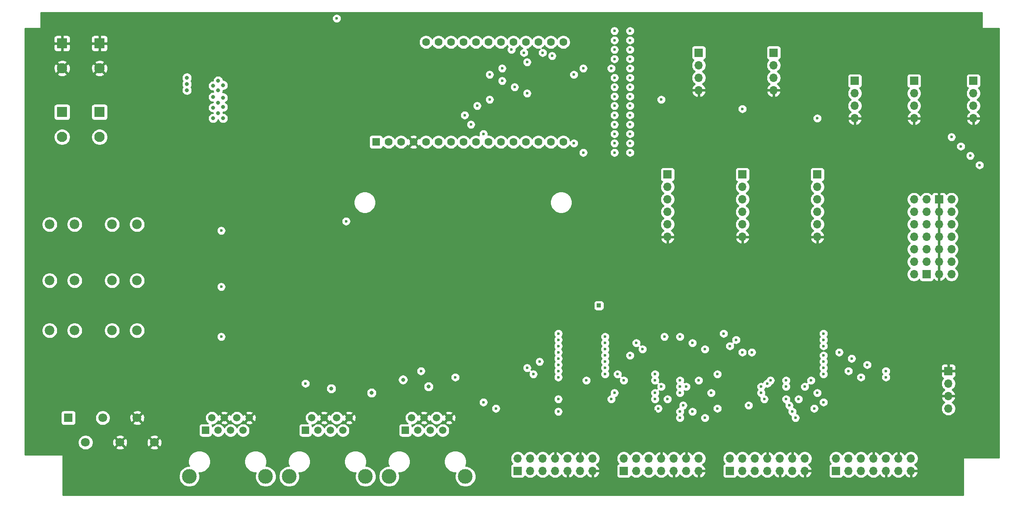
<source format=gbr>
G04 #@! TF.GenerationSoftware,KiCad,Pcbnew,(5.1.5)-3*
G04 #@! TF.CreationDate,2021-06-03T21:37:04-07:00*
G04 #@! TF.ProjectId,GrowController,47726f77-436f-46e7-9472-6f6c6c65722e,rev?*
G04 #@! TF.SameCoordinates,Original*
G04 #@! TF.FileFunction,Copper,L4,Bot*
G04 #@! TF.FilePolarity,Positive*
%FSLAX46Y46*%
G04 Gerber Fmt 4.6, Leading zero omitted, Abs format (unit mm)*
G04 Created by KiCad (PCBNEW (5.1.5)-3) date 2021-06-03 21:37:04*
%MOMM*%
%LPD*%
G04 APERTURE LIST*
%ADD10R,0.850000X0.850000*%
%ADD11R,1.700000X1.700000*%
%ADD12O,1.700000X1.700000*%
%ADD13C,3.000000*%
%ADD14C,1.500000*%
%ADD15R,1.500000X1.500000*%
%ADD16C,1.980000*%
%ADD17R,2.100000X2.100000*%
%ADD18C,2.100000*%
%ADD19R,1.800000X1.800000*%
%ADD20C,1.800000*%
%ADD21R,1.600000X1.600000*%
%ADD22C,1.600000*%
%ADD23C,0.600000*%
%ADD24C,0.800000*%
%ADD25C,0.500000*%
%ADD26C,0.254000*%
G04 APERTURE END LIST*
D10*
X167640000Y-110490000D03*
D11*
X172720000Y-144145000D03*
D12*
X172720000Y-141605000D03*
X175260000Y-144145000D03*
X175260000Y-141605000D03*
X177800000Y-144145000D03*
X177800000Y-141605000D03*
X180340000Y-144145000D03*
X180340000Y-141605000D03*
X182880000Y-144145000D03*
X182880000Y-141605000D03*
X185420000Y-144145000D03*
X185420000Y-141605000D03*
X187960000Y-144145000D03*
X187960000Y-141605000D03*
X209550000Y-141605000D03*
X209550000Y-144145000D03*
X207010000Y-141605000D03*
X207010000Y-144145000D03*
X204470000Y-141605000D03*
X204470000Y-144145000D03*
X201930000Y-141605000D03*
X201930000Y-144145000D03*
X199390000Y-141605000D03*
X199390000Y-144145000D03*
X196850000Y-141605000D03*
X196850000Y-144145000D03*
X194310000Y-141605000D03*
D11*
X194310000Y-144145000D03*
D12*
X231140000Y-141605000D03*
X231140000Y-144145000D03*
X228600000Y-141605000D03*
X228600000Y-144145000D03*
X226060000Y-141605000D03*
X226060000Y-144145000D03*
X223520000Y-141605000D03*
X223520000Y-144145000D03*
X220980000Y-141605000D03*
X220980000Y-144145000D03*
X218440000Y-141605000D03*
X218440000Y-144145000D03*
X215900000Y-141605000D03*
D11*
X215900000Y-144145000D03*
X151130000Y-144145000D03*
D12*
X151130000Y-141605000D03*
X153670000Y-144145000D03*
X153670000Y-141605000D03*
X156210000Y-144145000D03*
X156210000Y-141605000D03*
X158750000Y-144145000D03*
X158750000Y-141605000D03*
X161290000Y-144145000D03*
X161290000Y-141605000D03*
X163830000Y-144145000D03*
X163830000Y-141605000D03*
X166370000Y-144145000D03*
X166370000Y-141605000D03*
D13*
X120165000Y-145290000D03*
D14*
X110490000Y-135890000D03*
X113030000Y-135890000D03*
X111760000Y-133350000D03*
X115570000Y-135890000D03*
D15*
X107950000Y-135890000D03*
D14*
X109220000Y-133350000D03*
D13*
X104625000Y-145290000D03*
D14*
X116840000Y-133350000D03*
X114300000Y-133350000D03*
X93980000Y-133350000D03*
X96520000Y-133350000D03*
D13*
X84305000Y-145290000D03*
D14*
X88900000Y-133350000D03*
D15*
X87630000Y-135890000D03*
D14*
X95250000Y-135890000D03*
X91440000Y-133350000D03*
X92710000Y-135890000D03*
X90170000Y-135890000D03*
D13*
X99845000Y-145290000D03*
X140485000Y-145290000D03*
D14*
X130810000Y-135890000D03*
X133350000Y-135890000D03*
X132080000Y-133350000D03*
X135890000Y-135890000D03*
D15*
X128270000Y-135890000D03*
D14*
X129540000Y-133350000D03*
D13*
X124945000Y-145290000D03*
D14*
X137160000Y-133350000D03*
X134620000Y-133350000D03*
D16*
X60960000Y-93980000D03*
X55880000Y-93980000D03*
X68580000Y-93980000D03*
X73660000Y-93980000D03*
X60960000Y-105410000D03*
X55880000Y-105410000D03*
X68580000Y-105410000D03*
X73660000Y-105410000D03*
X60960000Y-115570000D03*
X55880000Y-115570000D03*
X73660000Y-115570000D03*
X68580000Y-115570000D03*
D11*
X234315000Y-104140000D03*
D12*
X231775000Y-104140000D03*
X234315000Y-101600000D03*
X231775000Y-101600000D03*
X234315000Y-99060000D03*
X231775000Y-99060000D03*
X234315000Y-96520000D03*
X231775000Y-96520000D03*
X234315000Y-93980000D03*
X231775000Y-93980000D03*
X234315000Y-91440000D03*
X231775000Y-91440000D03*
X234315000Y-88900000D03*
X231775000Y-88900000D03*
X239395000Y-104140000D03*
X236855000Y-104140000D03*
X239395000Y-101600000D03*
X236855000Y-101600000D03*
X239395000Y-99060000D03*
X236855000Y-99060000D03*
X239395000Y-96520000D03*
X236855000Y-96520000D03*
X239395000Y-93980000D03*
X236855000Y-93980000D03*
X239395000Y-91440000D03*
X236855000Y-91440000D03*
X239395000Y-88900000D03*
D11*
X236855000Y-88900000D03*
D12*
X203200000Y-66675000D03*
X203200000Y-64135000D03*
X203200000Y-61595000D03*
D11*
X203200000Y-59055000D03*
D12*
X187960000Y-66675000D03*
X187960000Y-64135000D03*
X187960000Y-61595000D03*
D11*
X187960000Y-59055000D03*
D12*
X231775000Y-72390000D03*
X231775000Y-69850000D03*
X231775000Y-67310000D03*
D11*
X231775000Y-64770000D03*
X243840000Y-64770000D03*
D12*
X243840000Y-67310000D03*
X243840000Y-69850000D03*
X243840000Y-72390000D03*
X219710000Y-72390000D03*
X219710000Y-69850000D03*
X219710000Y-67310000D03*
D11*
X219710000Y-64770000D03*
X181610000Y-83820000D03*
D12*
X181610000Y-86360000D03*
X181610000Y-88900000D03*
X181610000Y-91440000D03*
X181610000Y-93980000D03*
X181610000Y-96520000D03*
X196850000Y-96520000D03*
X196850000Y-93980000D03*
X196850000Y-91440000D03*
X196850000Y-88900000D03*
X196850000Y-86360000D03*
D11*
X196850000Y-83820000D03*
D12*
X212090000Y-96520000D03*
X212090000Y-93980000D03*
X212090000Y-91440000D03*
X212090000Y-88900000D03*
X212090000Y-86360000D03*
D11*
X212090000Y-83820000D03*
D17*
X66040000Y-71120000D03*
D18*
X66040000Y-76200000D03*
D17*
X58420000Y-71120000D03*
D18*
X58420000Y-76200000D03*
X58420000Y-62230000D03*
D17*
X58420000Y-57150000D03*
D18*
X66040000Y-62230000D03*
D17*
X66040000Y-57150000D03*
D19*
X59690000Y-133350000D03*
D20*
X63190000Y-138350000D03*
X66690000Y-133350000D03*
X70190000Y-138350000D03*
X73690000Y-133350000D03*
X77190000Y-138350000D03*
D21*
X122301000Y-77216000D03*
D22*
X157861000Y-56896000D03*
X132461000Y-56896000D03*
X132461000Y-77216000D03*
X145161000Y-56896000D03*
X147701000Y-77216000D03*
X160401000Y-77216000D03*
X152781000Y-77216000D03*
X155321000Y-56896000D03*
X147701000Y-56896000D03*
X137541000Y-77216000D03*
X135001000Y-56896000D03*
X142621000Y-56896000D03*
X140081000Y-56896000D03*
X137541000Y-56896000D03*
X135001000Y-77216000D03*
X142621000Y-77216000D03*
X155321000Y-77216000D03*
X140081000Y-77216000D03*
X150241000Y-77216000D03*
X157861000Y-77216000D03*
X129921000Y-77216000D03*
X160401000Y-56896000D03*
X145161000Y-77216000D03*
X152781000Y-56896000D03*
X150241000Y-56896000D03*
X124841000Y-77216000D03*
X127381000Y-77216000D03*
D11*
X238760000Y-123825000D03*
D12*
X238760000Y-126365000D03*
X238760000Y-128905000D03*
X238760000Y-131445000D03*
D23*
X87630000Y-92075000D03*
X87630000Y-103505000D03*
X87630000Y-113665000D03*
X88900000Y-118110000D03*
X88900000Y-107950000D03*
X88265000Y-96520000D03*
X120650000Y-123825000D03*
X112395000Y-123825000D03*
X123190000Y-117475000D03*
X123190000Y-116205000D03*
X111760000Y-116205000D03*
X128577880Y-127635000D03*
X137160000Y-121285000D03*
X159385000Y-127635000D03*
X165735000Y-130175000D03*
X165735000Y-131445000D03*
X168910000Y-130810000D03*
X179070000Y-132080000D03*
X179070000Y-133350000D03*
X182880000Y-121920000D03*
X198120000Y-132080000D03*
X198120000Y-133350000D03*
X216535000Y-127635000D03*
X226060000Y-130175000D03*
X226060000Y-132715000D03*
X189230000Y-111125000D03*
X196215000Y-105410000D03*
X199390000Y-107950000D03*
X77470000Y-61595000D03*
X77470000Y-64135000D03*
X77470000Y-66675000D03*
X85725000Y-68580000D03*
X83820000Y-76200000D03*
X97790000Y-75565000D03*
X97790000Y-78105000D03*
X106045000Y-69850000D03*
X108585000Y-69850000D03*
X77470000Y-66040000D03*
X78105000Y-66040000D03*
X191135000Y-66040000D03*
X206375000Y-66040000D03*
X222885000Y-71755000D03*
X234950000Y-71755000D03*
X247015000Y-73025000D03*
X184785000Y-95885000D03*
X200025000Y-95885000D03*
X215265000Y-95885000D03*
X228600000Y-86360000D03*
X236855000Y-86360000D03*
X135890000Y-116205000D03*
X207645000Y-123190000D03*
D24*
X83820000Y-65405000D03*
X83820000Y-64135000D03*
X83820000Y-66675000D03*
X89154000Y-72390000D03*
X89154000Y-70231000D03*
X89154000Y-68072000D03*
X89154000Y-65786000D03*
X90170000Y-64770000D03*
X90170000Y-66675000D03*
X90170000Y-69215000D03*
X90170000Y-71374000D03*
X91186000Y-72390000D03*
X91186000Y-70104000D03*
X91186000Y-68199000D03*
X91186000Y-65659000D03*
D23*
X168910000Y-120650000D03*
X173990000Y-120650000D03*
X168910000Y-116840000D03*
X180975000Y-116840000D03*
X181610000Y-129540000D03*
X185420000Y-127000000D03*
X184150000Y-127000000D03*
X187960000Y-125730000D03*
X184150000Y-125730000D03*
X190500000Y-128270000D03*
X184150000Y-128270000D03*
X202565000Y-125730000D03*
X201930000Y-126365000D03*
X201295000Y-129540000D03*
X200660000Y-128270000D03*
X159385000Y-120015000D03*
X196850000Y-120015000D03*
X159400000Y-116200000D03*
X193040000Y-116205000D03*
X212090000Y-128270000D03*
X210820000Y-125730000D03*
X205740000Y-125730000D03*
X209550000Y-127000000D03*
X205740000Y-127000000D03*
X208280000Y-129540000D03*
X205740000Y-129540000D03*
X159385000Y-125095000D03*
X220980000Y-125095000D03*
X159385000Y-121285000D03*
X219075000Y-121285000D03*
X165100000Y-125730000D03*
X168910000Y-121920000D03*
X155575000Y-121920000D03*
X170815000Y-128270000D03*
X179070000Y-128270000D03*
X170180000Y-129540000D03*
X179070000Y-129540000D03*
X172720000Y-125730000D03*
X179070000Y-125730000D03*
X171450000Y-124460000D03*
X179070000Y-124460000D03*
X173990000Y-79375000D03*
X245110000Y-81915000D03*
X173990000Y-77470000D03*
X243205000Y-80010000D03*
X173990000Y-75565000D03*
X241300000Y-78105000D03*
X173990000Y-73660000D03*
X239395000Y-76200000D03*
X173990000Y-58420000D03*
X173990000Y-60325000D03*
X173990000Y-56515000D03*
X173990000Y-54610000D03*
X173990000Y-66040000D03*
X173990000Y-64135000D03*
X173990000Y-62230000D03*
X173990000Y-69850000D03*
X196850000Y-70485000D03*
X173990000Y-71755000D03*
X212090000Y-72390000D03*
X211455000Y-131445000D03*
X146685000Y-131445000D03*
X159385000Y-132080000D03*
X170815000Y-56515000D03*
X116205000Y-93345000D03*
X138430000Y-125095000D03*
X213360000Y-130175000D03*
X144145000Y-130175000D03*
X159385000Y-129540000D03*
X131445000Y-123825000D03*
X170815000Y-54610000D03*
X114300000Y-52070000D03*
X149860000Y-58420000D03*
X90805000Y-95250000D03*
X152400000Y-59055000D03*
X90805000Y-106680000D03*
X153035000Y-60960000D03*
X90805000Y-116840000D03*
X170815000Y-58420000D03*
X156210000Y-59055000D03*
X170815000Y-60325000D03*
X158115000Y-59690000D03*
X170180000Y-62230000D03*
X147955000Y-64770000D03*
X170815000Y-64135000D03*
X150495000Y-66040000D03*
X170815000Y-66040000D03*
X153035000Y-67310000D03*
X170815000Y-69850000D03*
X142875000Y-69850000D03*
X170815000Y-71755000D03*
X140335000Y-71755000D03*
X170815000Y-73660000D03*
X141605000Y-73660000D03*
X170815000Y-75565000D03*
X144145000Y-75565000D03*
X170815000Y-77470000D03*
X162560000Y-77470000D03*
X145415000Y-63500000D03*
X162560000Y-63500000D03*
X170815000Y-79375000D03*
X164465000Y-79375000D03*
X147955000Y-62230000D03*
X164465000Y-62230000D03*
X180340000Y-127000000D03*
X200660000Y-127000000D03*
X159385000Y-117475000D03*
X195580000Y-117475000D03*
X159385000Y-118745000D03*
X194310000Y-118745000D03*
X159385000Y-122555000D03*
X222250000Y-122555000D03*
X159385000Y-123825000D03*
X218440000Y-123825000D03*
X168910000Y-124460000D03*
X154305000Y-124460000D03*
X168910000Y-123190000D03*
X153035000Y-123190000D03*
X168910000Y-119380000D03*
X176530000Y-119380000D03*
X168910000Y-118110000D03*
X175260000Y-118110000D03*
X107950000Y-126365000D03*
D24*
X127800000Y-125600000D03*
X113200000Y-127400000D03*
X133000000Y-127000000D03*
X121400000Y-128270000D03*
D23*
X173990000Y-67945000D03*
X180340000Y-68580000D03*
X170815000Y-67945000D03*
X145415000Y-68580000D03*
X226060000Y-123825000D03*
X226060000Y-125095000D03*
X213360000Y-124460000D03*
X191770000Y-124460000D03*
X191770000Y-131445000D03*
X179705000Y-131445000D03*
X213360000Y-123190000D03*
X207645000Y-133350000D03*
X213360000Y-121920000D03*
X207010000Y-132080000D03*
X213360000Y-120650000D03*
X206375000Y-130810000D03*
X198120000Y-130810000D03*
X198755000Y-120015000D03*
X216535000Y-120015000D03*
X189230000Y-133350000D03*
X189230000Y-119380000D03*
X213360000Y-118745000D03*
X184150000Y-133350000D03*
X186690000Y-132080000D03*
X186690000Y-118110000D03*
X213360000Y-117475000D03*
X184150000Y-132080000D03*
X184150000Y-116840000D03*
X213360000Y-116205000D03*
X184785000Y-130810000D03*
D25*
X93980000Y-133020000D02*
X93980000Y-133350000D01*
D26*
G36*
X245618000Y-53975000D02*
G01*
X245620440Y-53999776D01*
X245627667Y-54023601D01*
X245639403Y-54045557D01*
X245655197Y-54064803D01*
X245674443Y-54080597D01*
X245696399Y-54092333D01*
X245720224Y-54099560D01*
X245745000Y-54102000D01*
X249115001Y-54102000D01*
X249115000Y-141478000D01*
X241935000Y-141478000D01*
X241910224Y-141480440D01*
X241886399Y-141487667D01*
X241864443Y-141499403D01*
X241845197Y-141515197D01*
X241829403Y-141534443D01*
X241817667Y-141556399D01*
X241810440Y-141580224D01*
X241808000Y-141605000D01*
X241808000Y-149115000D01*
X63333130Y-149115000D01*
X58547000Y-149098439D01*
X58547000Y-145079721D01*
X82170000Y-145079721D01*
X82170000Y-145500279D01*
X82252047Y-145912756D01*
X82412988Y-146301302D01*
X82646637Y-146650983D01*
X82944017Y-146948363D01*
X83293698Y-147182012D01*
X83682244Y-147342953D01*
X84094721Y-147425000D01*
X84515279Y-147425000D01*
X84927756Y-147342953D01*
X85316302Y-147182012D01*
X85665983Y-146948363D01*
X85963363Y-146650983D01*
X86197012Y-146301302D01*
X86357953Y-145912756D01*
X86440000Y-145500279D01*
X86440000Y-145079721D01*
X86357953Y-144667244D01*
X86288678Y-144500000D01*
X86582591Y-144500000D01*
X87019218Y-144413149D01*
X87430511Y-144242786D01*
X87800666Y-143995456D01*
X88115456Y-143680666D01*
X88362786Y-143310511D01*
X88533149Y-142899218D01*
X88620000Y-142462591D01*
X88620000Y-142017409D01*
X95530000Y-142017409D01*
X95530000Y-142462591D01*
X95616851Y-142899218D01*
X95787214Y-143310511D01*
X96034544Y-143680666D01*
X96349334Y-143995456D01*
X96719489Y-144242786D01*
X97130782Y-144413149D01*
X97567409Y-144500000D01*
X97861322Y-144500000D01*
X97792047Y-144667244D01*
X97710000Y-145079721D01*
X97710000Y-145500279D01*
X97792047Y-145912756D01*
X97952988Y-146301302D01*
X98186637Y-146650983D01*
X98484017Y-146948363D01*
X98833698Y-147182012D01*
X99222244Y-147342953D01*
X99634721Y-147425000D01*
X100055279Y-147425000D01*
X100467756Y-147342953D01*
X100856302Y-147182012D01*
X101205983Y-146948363D01*
X101503363Y-146650983D01*
X101737012Y-146301302D01*
X101897953Y-145912756D01*
X101980000Y-145500279D01*
X101980000Y-145079721D01*
X102490000Y-145079721D01*
X102490000Y-145500279D01*
X102572047Y-145912756D01*
X102732988Y-146301302D01*
X102966637Y-146650983D01*
X103264017Y-146948363D01*
X103613698Y-147182012D01*
X104002244Y-147342953D01*
X104414721Y-147425000D01*
X104835279Y-147425000D01*
X105247756Y-147342953D01*
X105636302Y-147182012D01*
X105985983Y-146948363D01*
X106283363Y-146650983D01*
X106517012Y-146301302D01*
X106677953Y-145912756D01*
X106760000Y-145500279D01*
X106760000Y-145079721D01*
X106677953Y-144667244D01*
X106608678Y-144500000D01*
X106902591Y-144500000D01*
X107339218Y-144413149D01*
X107750511Y-144242786D01*
X108120666Y-143995456D01*
X108435456Y-143680666D01*
X108682786Y-143310511D01*
X108853149Y-142899218D01*
X108940000Y-142462591D01*
X108940000Y-142017409D01*
X115850000Y-142017409D01*
X115850000Y-142462591D01*
X115936851Y-142899218D01*
X116107214Y-143310511D01*
X116354544Y-143680666D01*
X116669334Y-143995456D01*
X117039489Y-144242786D01*
X117450782Y-144413149D01*
X117887409Y-144500000D01*
X118181322Y-144500000D01*
X118112047Y-144667244D01*
X118030000Y-145079721D01*
X118030000Y-145500279D01*
X118112047Y-145912756D01*
X118272988Y-146301302D01*
X118506637Y-146650983D01*
X118804017Y-146948363D01*
X119153698Y-147182012D01*
X119542244Y-147342953D01*
X119954721Y-147425000D01*
X120375279Y-147425000D01*
X120787756Y-147342953D01*
X121176302Y-147182012D01*
X121525983Y-146948363D01*
X121823363Y-146650983D01*
X122057012Y-146301302D01*
X122217953Y-145912756D01*
X122300000Y-145500279D01*
X122300000Y-145079721D01*
X122810000Y-145079721D01*
X122810000Y-145500279D01*
X122892047Y-145912756D01*
X123052988Y-146301302D01*
X123286637Y-146650983D01*
X123584017Y-146948363D01*
X123933698Y-147182012D01*
X124322244Y-147342953D01*
X124734721Y-147425000D01*
X125155279Y-147425000D01*
X125567756Y-147342953D01*
X125956302Y-147182012D01*
X126305983Y-146948363D01*
X126603363Y-146650983D01*
X126837012Y-146301302D01*
X126997953Y-145912756D01*
X127080000Y-145500279D01*
X127080000Y-145079721D01*
X126997953Y-144667244D01*
X126928678Y-144500000D01*
X127222591Y-144500000D01*
X127659218Y-144413149D01*
X128070511Y-144242786D01*
X128440666Y-143995456D01*
X128755456Y-143680666D01*
X129002786Y-143310511D01*
X129173149Y-142899218D01*
X129260000Y-142462591D01*
X129260000Y-142017409D01*
X136170000Y-142017409D01*
X136170000Y-142462591D01*
X136256851Y-142899218D01*
X136427214Y-143310511D01*
X136674544Y-143680666D01*
X136989334Y-143995456D01*
X137359489Y-144242786D01*
X137770782Y-144413149D01*
X138207409Y-144500000D01*
X138501322Y-144500000D01*
X138432047Y-144667244D01*
X138350000Y-145079721D01*
X138350000Y-145500279D01*
X138432047Y-145912756D01*
X138592988Y-146301302D01*
X138826637Y-146650983D01*
X139124017Y-146948363D01*
X139473698Y-147182012D01*
X139862244Y-147342953D01*
X140274721Y-147425000D01*
X140695279Y-147425000D01*
X141107756Y-147342953D01*
X141496302Y-147182012D01*
X141845983Y-146948363D01*
X142143363Y-146650983D01*
X142377012Y-146301302D01*
X142537953Y-145912756D01*
X142620000Y-145500279D01*
X142620000Y-145079721D01*
X142537953Y-144667244D01*
X142377012Y-144278698D01*
X142143363Y-143929017D01*
X141845983Y-143631637D01*
X141496302Y-143397988D01*
X141247667Y-143295000D01*
X149641928Y-143295000D01*
X149641928Y-144995000D01*
X149654188Y-145119482D01*
X149690498Y-145239180D01*
X149749463Y-145349494D01*
X149828815Y-145446185D01*
X149925506Y-145525537D01*
X150035820Y-145584502D01*
X150155518Y-145620812D01*
X150280000Y-145633072D01*
X151980000Y-145633072D01*
X152104482Y-145620812D01*
X152224180Y-145584502D01*
X152334494Y-145525537D01*
X152431185Y-145446185D01*
X152510537Y-145349494D01*
X152569502Y-145239180D01*
X152591513Y-145166620D01*
X152723368Y-145298475D01*
X152966589Y-145460990D01*
X153236842Y-145572932D01*
X153523740Y-145630000D01*
X153816260Y-145630000D01*
X154103158Y-145572932D01*
X154373411Y-145460990D01*
X154616632Y-145298475D01*
X154823475Y-145091632D01*
X154940000Y-144917240D01*
X155056525Y-145091632D01*
X155263368Y-145298475D01*
X155506589Y-145460990D01*
X155776842Y-145572932D01*
X156063740Y-145630000D01*
X156356260Y-145630000D01*
X156643158Y-145572932D01*
X156913411Y-145460990D01*
X157156632Y-145298475D01*
X157363475Y-145091632D01*
X157480000Y-144917240D01*
X157596525Y-145091632D01*
X157803368Y-145298475D01*
X158046589Y-145460990D01*
X158316842Y-145572932D01*
X158603740Y-145630000D01*
X158896260Y-145630000D01*
X159183158Y-145572932D01*
X159453411Y-145460990D01*
X159696632Y-145298475D01*
X159903475Y-145091632D01*
X160025195Y-144909466D01*
X160094822Y-145026355D01*
X160289731Y-145242588D01*
X160523080Y-145416641D01*
X160785901Y-145541825D01*
X160933110Y-145586476D01*
X161163000Y-145465155D01*
X161163000Y-144272000D01*
X161143000Y-144272000D01*
X161143000Y-144018000D01*
X161163000Y-144018000D01*
X161163000Y-143998000D01*
X161417000Y-143998000D01*
X161417000Y-144018000D01*
X161437000Y-144018000D01*
X161437000Y-144272000D01*
X161417000Y-144272000D01*
X161417000Y-145465155D01*
X161646890Y-145586476D01*
X161794099Y-145541825D01*
X162056920Y-145416641D01*
X162290269Y-145242588D01*
X162485178Y-145026355D01*
X162554805Y-144909466D01*
X162676525Y-145091632D01*
X162883368Y-145298475D01*
X163126589Y-145460990D01*
X163396842Y-145572932D01*
X163683740Y-145630000D01*
X163976260Y-145630000D01*
X164263158Y-145572932D01*
X164533411Y-145460990D01*
X164776632Y-145298475D01*
X164983475Y-145091632D01*
X165105195Y-144909466D01*
X165174822Y-145026355D01*
X165369731Y-145242588D01*
X165603080Y-145416641D01*
X165865901Y-145541825D01*
X166013110Y-145586476D01*
X166243000Y-145465155D01*
X166243000Y-144272000D01*
X166497000Y-144272000D01*
X166497000Y-145465155D01*
X166726890Y-145586476D01*
X166874099Y-145541825D01*
X167136920Y-145416641D01*
X167370269Y-145242588D01*
X167565178Y-145026355D01*
X167714157Y-144776252D01*
X167811481Y-144501891D01*
X167690814Y-144272000D01*
X166497000Y-144272000D01*
X166243000Y-144272000D01*
X166223000Y-144272000D01*
X166223000Y-144018000D01*
X166243000Y-144018000D01*
X166243000Y-143998000D01*
X166497000Y-143998000D01*
X166497000Y-144018000D01*
X167690814Y-144018000D01*
X167811481Y-143788109D01*
X167714157Y-143513748D01*
X167583856Y-143295000D01*
X171231928Y-143295000D01*
X171231928Y-144995000D01*
X171244188Y-145119482D01*
X171280498Y-145239180D01*
X171339463Y-145349494D01*
X171418815Y-145446185D01*
X171515506Y-145525537D01*
X171625820Y-145584502D01*
X171745518Y-145620812D01*
X171870000Y-145633072D01*
X173570000Y-145633072D01*
X173694482Y-145620812D01*
X173814180Y-145584502D01*
X173924494Y-145525537D01*
X174021185Y-145446185D01*
X174100537Y-145349494D01*
X174159502Y-145239180D01*
X174181513Y-145166620D01*
X174313368Y-145298475D01*
X174556589Y-145460990D01*
X174826842Y-145572932D01*
X175113740Y-145630000D01*
X175406260Y-145630000D01*
X175693158Y-145572932D01*
X175963411Y-145460990D01*
X176206632Y-145298475D01*
X176413475Y-145091632D01*
X176530000Y-144917240D01*
X176646525Y-145091632D01*
X176853368Y-145298475D01*
X177096589Y-145460990D01*
X177366842Y-145572932D01*
X177653740Y-145630000D01*
X177946260Y-145630000D01*
X178233158Y-145572932D01*
X178503411Y-145460990D01*
X178746632Y-145298475D01*
X178953475Y-145091632D01*
X179070000Y-144917240D01*
X179186525Y-145091632D01*
X179393368Y-145298475D01*
X179636589Y-145460990D01*
X179906842Y-145572932D01*
X180193740Y-145630000D01*
X180486260Y-145630000D01*
X180773158Y-145572932D01*
X181043411Y-145460990D01*
X181286632Y-145298475D01*
X181493475Y-145091632D01*
X181615195Y-144909466D01*
X181684822Y-145026355D01*
X181879731Y-145242588D01*
X182113080Y-145416641D01*
X182375901Y-145541825D01*
X182523110Y-145586476D01*
X182753000Y-145465155D01*
X182753000Y-144272000D01*
X182733000Y-144272000D01*
X182733000Y-144018000D01*
X182753000Y-144018000D01*
X182753000Y-143998000D01*
X183007000Y-143998000D01*
X183007000Y-144018000D01*
X183027000Y-144018000D01*
X183027000Y-144272000D01*
X183007000Y-144272000D01*
X183007000Y-145465155D01*
X183236890Y-145586476D01*
X183384099Y-145541825D01*
X183646920Y-145416641D01*
X183880269Y-145242588D01*
X184075178Y-145026355D01*
X184144805Y-144909466D01*
X184266525Y-145091632D01*
X184473368Y-145298475D01*
X184716589Y-145460990D01*
X184986842Y-145572932D01*
X185273740Y-145630000D01*
X185566260Y-145630000D01*
X185853158Y-145572932D01*
X186123411Y-145460990D01*
X186366632Y-145298475D01*
X186573475Y-145091632D01*
X186695195Y-144909466D01*
X186764822Y-145026355D01*
X186959731Y-145242588D01*
X187193080Y-145416641D01*
X187455901Y-145541825D01*
X187603110Y-145586476D01*
X187833000Y-145465155D01*
X187833000Y-144272000D01*
X188087000Y-144272000D01*
X188087000Y-145465155D01*
X188316890Y-145586476D01*
X188464099Y-145541825D01*
X188726920Y-145416641D01*
X188960269Y-145242588D01*
X189155178Y-145026355D01*
X189304157Y-144776252D01*
X189401481Y-144501891D01*
X189280814Y-144272000D01*
X188087000Y-144272000D01*
X187833000Y-144272000D01*
X187813000Y-144272000D01*
X187813000Y-144018000D01*
X187833000Y-144018000D01*
X187833000Y-143998000D01*
X188087000Y-143998000D01*
X188087000Y-144018000D01*
X189280814Y-144018000D01*
X189401481Y-143788109D01*
X189304157Y-143513748D01*
X189173856Y-143295000D01*
X192821928Y-143295000D01*
X192821928Y-144995000D01*
X192834188Y-145119482D01*
X192870498Y-145239180D01*
X192929463Y-145349494D01*
X193008815Y-145446185D01*
X193105506Y-145525537D01*
X193215820Y-145584502D01*
X193335518Y-145620812D01*
X193460000Y-145633072D01*
X195160000Y-145633072D01*
X195284482Y-145620812D01*
X195404180Y-145584502D01*
X195514494Y-145525537D01*
X195611185Y-145446185D01*
X195690537Y-145349494D01*
X195749502Y-145239180D01*
X195771513Y-145166620D01*
X195903368Y-145298475D01*
X196146589Y-145460990D01*
X196416842Y-145572932D01*
X196703740Y-145630000D01*
X196996260Y-145630000D01*
X197283158Y-145572932D01*
X197553411Y-145460990D01*
X197796632Y-145298475D01*
X198003475Y-145091632D01*
X198120000Y-144917240D01*
X198236525Y-145091632D01*
X198443368Y-145298475D01*
X198686589Y-145460990D01*
X198956842Y-145572932D01*
X199243740Y-145630000D01*
X199536260Y-145630000D01*
X199823158Y-145572932D01*
X200093411Y-145460990D01*
X200336632Y-145298475D01*
X200543475Y-145091632D01*
X200660000Y-144917240D01*
X200776525Y-145091632D01*
X200983368Y-145298475D01*
X201226589Y-145460990D01*
X201496842Y-145572932D01*
X201783740Y-145630000D01*
X202076260Y-145630000D01*
X202363158Y-145572932D01*
X202633411Y-145460990D01*
X202876632Y-145298475D01*
X203083475Y-145091632D01*
X203205195Y-144909466D01*
X203274822Y-145026355D01*
X203469731Y-145242588D01*
X203703080Y-145416641D01*
X203965901Y-145541825D01*
X204113110Y-145586476D01*
X204343000Y-145465155D01*
X204343000Y-144272000D01*
X204323000Y-144272000D01*
X204323000Y-144018000D01*
X204343000Y-144018000D01*
X204343000Y-143998000D01*
X204597000Y-143998000D01*
X204597000Y-144018000D01*
X204617000Y-144018000D01*
X204617000Y-144272000D01*
X204597000Y-144272000D01*
X204597000Y-145465155D01*
X204826890Y-145586476D01*
X204974099Y-145541825D01*
X205236920Y-145416641D01*
X205470269Y-145242588D01*
X205665178Y-145026355D01*
X205734805Y-144909466D01*
X205856525Y-145091632D01*
X206063368Y-145298475D01*
X206306589Y-145460990D01*
X206576842Y-145572932D01*
X206863740Y-145630000D01*
X207156260Y-145630000D01*
X207443158Y-145572932D01*
X207713411Y-145460990D01*
X207956632Y-145298475D01*
X208163475Y-145091632D01*
X208285195Y-144909466D01*
X208354822Y-145026355D01*
X208549731Y-145242588D01*
X208783080Y-145416641D01*
X209045901Y-145541825D01*
X209193110Y-145586476D01*
X209423000Y-145465155D01*
X209423000Y-144272000D01*
X209677000Y-144272000D01*
X209677000Y-145465155D01*
X209906890Y-145586476D01*
X210054099Y-145541825D01*
X210316920Y-145416641D01*
X210550269Y-145242588D01*
X210745178Y-145026355D01*
X210894157Y-144776252D01*
X210991481Y-144501891D01*
X210870814Y-144272000D01*
X209677000Y-144272000D01*
X209423000Y-144272000D01*
X209403000Y-144272000D01*
X209403000Y-144018000D01*
X209423000Y-144018000D01*
X209423000Y-143998000D01*
X209677000Y-143998000D01*
X209677000Y-144018000D01*
X210870814Y-144018000D01*
X210991481Y-143788109D01*
X210894157Y-143513748D01*
X210763856Y-143295000D01*
X214411928Y-143295000D01*
X214411928Y-144995000D01*
X214424188Y-145119482D01*
X214460498Y-145239180D01*
X214519463Y-145349494D01*
X214598815Y-145446185D01*
X214695506Y-145525537D01*
X214805820Y-145584502D01*
X214925518Y-145620812D01*
X215050000Y-145633072D01*
X216750000Y-145633072D01*
X216874482Y-145620812D01*
X216994180Y-145584502D01*
X217104494Y-145525537D01*
X217201185Y-145446185D01*
X217280537Y-145349494D01*
X217339502Y-145239180D01*
X217361513Y-145166620D01*
X217493368Y-145298475D01*
X217736589Y-145460990D01*
X218006842Y-145572932D01*
X218293740Y-145630000D01*
X218586260Y-145630000D01*
X218873158Y-145572932D01*
X219143411Y-145460990D01*
X219386632Y-145298475D01*
X219593475Y-145091632D01*
X219710000Y-144917240D01*
X219826525Y-145091632D01*
X220033368Y-145298475D01*
X220276589Y-145460990D01*
X220546842Y-145572932D01*
X220833740Y-145630000D01*
X221126260Y-145630000D01*
X221413158Y-145572932D01*
X221683411Y-145460990D01*
X221926632Y-145298475D01*
X222133475Y-145091632D01*
X222250000Y-144917240D01*
X222366525Y-145091632D01*
X222573368Y-145298475D01*
X222816589Y-145460990D01*
X223086842Y-145572932D01*
X223373740Y-145630000D01*
X223666260Y-145630000D01*
X223953158Y-145572932D01*
X224223411Y-145460990D01*
X224466632Y-145298475D01*
X224673475Y-145091632D01*
X224795195Y-144909466D01*
X224864822Y-145026355D01*
X225059731Y-145242588D01*
X225293080Y-145416641D01*
X225555901Y-145541825D01*
X225703110Y-145586476D01*
X225933000Y-145465155D01*
X225933000Y-144272000D01*
X225913000Y-144272000D01*
X225913000Y-144018000D01*
X225933000Y-144018000D01*
X225933000Y-143998000D01*
X226187000Y-143998000D01*
X226187000Y-144018000D01*
X226207000Y-144018000D01*
X226207000Y-144272000D01*
X226187000Y-144272000D01*
X226187000Y-145465155D01*
X226416890Y-145586476D01*
X226564099Y-145541825D01*
X226826920Y-145416641D01*
X227060269Y-145242588D01*
X227255178Y-145026355D01*
X227324805Y-144909466D01*
X227446525Y-145091632D01*
X227653368Y-145298475D01*
X227896589Y-145460990D01*
X228166842Y-145572932D01*
X228453740Y-145630000D01*
X228746260Y-145630000D01*
X229033158Y-145572932D01*
X229303411Y-145460990D01*
X229546632Y-145298475D01*
X229753475Y-145091632D01*
X229875195Y-144909466D01*
X229944822Y-145026355D01*
X230139731Y-145242588D01*
X230373080Y-145416641D01*
X230635901Y-145541825D01*
X230783110Y-145586476D01*
X231013000Y-145465155D01*
X231013000Y-144272000D01*
X231267000Y-144272000D01*
X231267000Y-145465155D01*
X231496890Y-145586476D01*
X231644099Y-145541825D01*
X231906920Y-145416641D01*
X232140269Y-145242588D01*
X232335178Y-145026355D01*
X232484157Y-144776252D01*
X232581481Y-144501891D01*
X232460814Y-144272000D01*
X231267000Y-144272000D01*
X231013000Y-144272000D01*
X230993000Y-144272000D01*
X230993000Y-144018000D01*
X231013000Y-144018000D01*
X231013000Y-143998000D01*
X231267000Y-143998000D01*
X231267000Y-144018000D01*
X232460814Y-144018000D01*
X232581481Y-143788109D01*
X232484157Y-143513748D01*
X232335178Y-143263645D01*
X232140269Y-143047412D01*
X231910594Y-142876100D01*
X232086632Y-142758475D01*
X232293475Y-142551632D01*
X232455990Y-142308411D01*
X232567932Y-142038158D01*
X232625000Y-141751260D01*
X232625000Y-141458740D01*
X232567932Y-141171842D01*
X232455990Y-140901589D01*
X232293475Y-140658368D01*
X232086632Y-140451525D01*
X231843411Y-140289010D01*
X231573158Y-140177068D01*
X231286260Y-140120000D01*
X230993740Y-140120000D01*
X230706842Y-140177068D01*
X230436589Y-140289010D01*
X230193368Y-140451525D01*
X229986525Y-140658368D01*
X229864805Y-140840534D01*
X229795178Y-140723645D01*
X229600269Y-140507412D01*
X229366920Y-140333359D01*
X229104099Y-140208175D01*
X228956890Y-140163524D01*
X228727000Y-140284845D01*
X228727000Y-141478000D01*
X228747000Y-141478000D01*
X228747000Y-141732000D01*
X228727000Y-141732000D01*
X228727000Y-141752000D01*
X228473000Y-141752000D01*
X228473000Y-141732000D01*
X228453000Y-141732000D01*
X228453000Y-141478000D01*
X228473000Y-141478000D01*
X228473000Y-140284845D01*
X228243110Y-140163524D01*
X228095901Y-140208175D01*
X227833080Y-140333359D01*
X227599731Y-140507412D01*
X227404822Y-140723645D01*
X227335195Y-140840534D01*
X227213475Y-140658368D01*
X227006632Y-140451525D01*
X226763411Y-140289010D01*
X226493158Y-140177068D01*
X226206260Y-140120000D01*
X225913740Y-140120000D01*
X225626842Y-140177068D01*
X225356589Y-140289010D01*
X225113368Y-140451525D01*
X224906525Y-140658368D01*
X224784805Y-140840534D01*
X224715178Y-140723645D01*
X224520269Y-140507412D01*
X224286920Y-140333359D01*
X224024099Y-140208175D01*
X223876890Y-140163524D01*
X223647000Y-140284845D01*
X223647000Y-141478000D01*
X223667000Y-141478000D01*
X223667000Y-141732000D01*
X223647000Y-141732000D01*
X223647000Y-141752000D01*
X223393000Y-141752000D01*
X223393000Y-141732000D01*
X223373000Y-141732000D01*
X223373000Y-141478000D01*
X223393000Y-141478000D01*
X223393000Y-140284845D01*
X223163110Y-140163524D01*
X223015901Y-140208175D01*
X222753080Y-140333359D01*
X222519731Y-140507412D01*
X222324822Y-140723645D01*
X222255195Y-140840534D01*
X222133475Y-140658368D01*
X221926632Y-140451525D01*
X221683411Y-140289010D01*
X221413158Y-140177068D01*
X221126260Y-140120000D01*
X220833740Y-140120000D01*
X220546842Y-140177068D01*
X220276589Y-140289010D01*
X220033368Y-140451525D01*
X219826525Y-140658368D01*
X219710000Y-140832760D01*
X219593475Y-140658368D01*
X219386632Y-140451525D01*
X219143411Y-140289010D01*
X218873158Y-140177068D01*
X218586260Y-140120000D01*
X218293740Y-140120000D01*
X218006842Y-140177068D01*
X217736589Y-140289010D01*
X217493368Y-140451525D01*
X217286525Y-140658368D01*
X217170000Y-140832760D01*
X217053475Y-140658368D01*
X216846632Y-140451525D01*
X216603411Y-140289010D01*
X216333158Y-140177068D01*
X216046260Y-140120000D01*
X215753740Y-140120000D01*
X215466842Y-140177068D01*
X215196589Y-140289010D01*
X214953368Y-140451525D01*
X214746525Y-140658368D01*
X214584010Y-140901589D01*
X214472068Y-141171842D01*
X214415000Y-141458740D01*
X214415000Y-141751260D01*
X214472068Y-142038158D01*
X214584010Y-142308411D01*
X214746525Y-142551632D01*
X214878380Y-142683487D01*
X214805820Y-142705498D01*
X214695506Y-142764463D01*
X214598815Y-142843815D01*
X214519463Y-142940506D01*
X214460498Y-143050820D01*
X214424188Y-143170518D01*
X214411928Y-143295000D01*
X210763856Y-143295000D01*
X210745178Y-143263645D01*
X210550269Y-143047412D01*
X210320594Y-142876100D01*
X210496632Y-142758475D01*
X210703475Y-142551632D01*
X210865990Y-142308411D01*
X210977932Y-142038158D01*
X211035000Y-141751260D01*
X211035000Y-141458740D01*
X210977932Y-141171842D01*
X210865990Y-140901589D01*
X210703475Y-140658368D01*
X210496632Y-140451525D01*
X210253411Y-140289010D01*
X209983158Y-140177068D01*
X209696260Y-140120000D01*
X209403740Y-140120000D01*
X209116842Y-140177068D01*
X208846589Y-140289010D01*
X208603368Y-140451525D01*
X208396525Y-140658368D01*
X208274805Y-140840534D01*
X208205178Y-140723645D01*
X208010269Y-140507412D01*
X207776920Y-140333359D01*
X207514099Y-140208175D01*
X207366890Y-140163524D01*
X207137000Y-140284845D01*
X207137000Y-141478000D01*
X207157000Y-141478000D01*
X207157000Y-141732000D01*
X207137000Y-141732000D01*
X207137000Y-141752000D01*
X206883000Y-141752000D01*
X206883000Y-141732000D01*
X206863000Y-141732000D01*
X206863000Y-141478000D01*
X206883000Y-141478000D01*
X206883000Y-140284845D01*
X206653110Y-140163524D01*
X206505901Y-140208175D01*
X206243080Y-140333359D01*
X206009731Y-140507412D01*
X205814822Y-140723645D01*
X205745195Y-140840534D01*
X205623475Y-140658368D01*
X205416632Y-140451525D01*
X205173411Y-140289010D01*
X204903158Y-140177068D01*
X204616260Y-140120000D01*
X204323740Y-140120000D01*
X204036842Y-140177068D01*
X203766589Y-140289010D01*
X203523368Y-140451525D01*
X203316525Y-140658368D01*
X203194805Y-140840534D01*
X203125178Y-140723645D01*
X202930269Y-140507412D01*
X202696920Y-140333359D01*
X202434099Y-140208175D01*
X202286890Y-140163524D01*
X202057000Y-140284845D01*
X202057000Y-141478000D01*
X202077000Y-141478000D01*
X202077000Y-141732000D01*
X202057000Y-141732000D01*
X202057000Y-141752000D01*
X201803000Y-141752000D01*
X201803000Y-141732000D01*
X201783000Y-141732000D01*
X201783000Y-141478000D01*
X201803000Y-141478000D01*
X201803000Y-140284845D01*
X201573110Y-140163524D01*
X201425901Y-140208175D01*
X201163080Y-140333359D01*
X200929731Y-140507412D01*
X200734822Y-140723645D01*
X200665195Y-140840534D01*
X200543475Y-140658368D01*
X200336632Y-140451525D01*
X200093411Y-140289010D01*
X199823158Y-140177068D01*
X199536260Y-140120000D01*
X199243740Y-140120000D01*
X198956842Y-140177068D01*
X198686589Y-140289010D01*
X198443368Y-140451525D01*
X198236525Y-140658368D01*
X198120000Y-140832760D01*
X198003475Y-140658368D01*
X197796632Y-140451525D01*
X197553411Y-140289010D01*
X197283158Y-140177068D01*
X196996260Y-140120000D01*
X196703740Y-140120000D01*
X196416842Y-140177068D01*
X196146589Y-140289010D01*
X195903368Y-140451525D01*
X195696525Y-140658368D01*
X195580000Y-140832760D01*
X195463475Y-140658368D01*
X195256632Y-140451525D01*
X195013411Y-140289010D01*
X194743158Y-140177068D01*
X194456260Y-140120000D01*
X194163740Y-140120000D01*
X193876842Y-140177068D01*
X193606589Y-140289010D01*
X193363368Y-140451525D01*
X193156525Y-140658368D01*
X192994010Y-140901589D01*
X192882068Y-141171842D01*
X192825000Y-141458740D01*
X192825000Y-141751260D01*
X192882068Y-142038158D01*
X192994010Y-142308411D01*
X193156525Y-142551632D01*
X193288380Y-142683487D01*
X193215820Y-142705498D01*
X193105506Y-142764463D01*
X193008815Y-142843815D01*
X192929463Y-142940506D01*
X192870498Y-143050820D01*
X192834188Y-143170518D01*
X192821928Y-143295000D01*
X189173856Y-143295000D01*
X189155178Y-143263645D01*
X188960269Y-143047412D01*
X188730594Y-142876100D01*
X188906632Y-142758475D01*
X189113475Y-142551632D01*
X189275990Y-142308411D01*
X189387932Y-142038158D01*
X189445000Y-141751260D01*
X189445000Y-141458740D01*
X189387932Y-141171842D01*
X189275990Y-140901589D01*
X189113475Y-140658368D01*
X188906632Y-140451525D01*
X188663411Y-140289010D01*
X188393158Y-140177068D01*
X188106260Y-140120000D01*
X187813740Y-140120000D01*
X187526842Y-140177068D01*
X187256589Y-140289010D01*
X187013368Y-140451525D01*
X186806525Y-140658368D01*
X186684805Y-140840534D01*
X186615178Y-140723645D01*
X186420269Y-140507412D01*
X186186920Y-140333359D01*
X185924099Y-140208175D01*
X185776890Y-140163524D01*
X185547000Y-140284845D01*
X185547000Y-141478000D01*
X185567000Y-141478000D01*
X185567000Y-141732000D01*
X185547000Y-141732000D01*
X185547000Y-141752000D01*
X185293000Y-141752000D01*
X185293000Y-141732000D01*
X185273000Y-141732000D01*
X185273000Y-141478000D01*
X185293000Y-141478000D01*
X185293000Y-140284845D01*
X185063110Y-140163524D01*
X184915901Y-140208175D01*
X184653080Y-140333359D01*
X184419731Y-140507412D01*
X184224822Y-140723645D01*
X184155195Y-140840534D01*
X184033475Y-140658368D01*
X183826632Y-140451525D01*
X183583411Y-140289010D01*
X183313158Y-140177068D01*
X183026260Y-140120000D01*
X182733740Y-140120000D01*
X182446842Y-140177068D01*
X182176589Y-140289010D01*
X181933368Y-140451525D01*
X181726525Y-140658368D01*
X181604805Y-140840534D01*
X181535178Y-140723645D01*
X181340269Y-140507412D01*
X181106920Y-140333359D01*
X180844099Y-140208175D01*
X180696890Y-140163524D01*
X180467000Y-140284845D01*
X180467000Y-141478000D01*
X180487000Y-141478000D01*
X180487000Y-141732000D01*
X180467000Y-141732000D01*
X180467000Y-141752000D01*
X180213000Y-141752000D01*
X180213000Y-141732000D01*
X180193000Y-141732000D01*
X180193000Y-141478000D01*
X180213000Y-141478000D01*
X180213000Y-140284845D01*
X179983110Y-140163524D01*
X179835901Y-140208175D01*
X179573080Y-140333359D01*
X179339731Y-140507412D01*
X179144822Y-140723645D01*
X179075195Y-140840534D01*
X178953475Y-140658368D01*
X178746632Y-140451525D01*
X178503411Y-140289010D01*
X178233158Y-140177068D01*
X177946260Y-140120000D01*
X177653740Y-140120000D01*
X177366842Y-140177068D01*
X177096589Y-140289010D01*
X176853368Y-140451525D01*
X176646525Y-140658368D01*
X176530000Y-140832760D01*
X176413475Y-140658368D01*
X176206632Y-140451525D01*
X175963411Y-140289010D01*
X175693158Y-140177068D01*
X175406260Y-140120000D01*
X175113740Y-140120000D01*
X174826842Y-140177068D01*
X174556589Y-140289010D01*
X174313368Y-140451525D01*
X174106525Y-140658368D01*
X173990000Y-140832760D01*
X173873475Y-140658368D01*
X173666632Y-140451525D01*
X173423411Y-140289010D01*
X173153158Y-140177068D01*
X172866260Y-140120000D01*
X172573740Y-140120000D01*
X172286842Y-140177068D01*
X172016589Y-140289010D01*
X171773368Y-140451525D01*
X171566525Y-140658368D01*
X171404010Y-140901589D01*
X171292068Y-141171842D01*
X171235000Y-141458740D01*
X171235000Y-141751260D01*
X171292068Y-142038158D01*
X171404010Y-142308411D01*
X171566525Y-142551632D01*
X171698380Y-142683487D01*
X171625820Y-142705498D01*
X171515506Y-142764463D01*
X171418815Y-142843815D01*
X171339463Y-142940506D01*
X171280498Y-143050820D01*
X171244188Y-143170518D01*
X171231928Y-143295000D01*
X167583856Y-143295000D01*
X167565178Y-143263645D01*
X167370269Y-143047412D01*
X167140594Y-142876100D01*
X167316632Y-142758475D01*
X167523475Y-142551632D01*
X167685990Y-142308411D01*
X167797932Y-142038158D01*
X167855000Y-141751260D01*
X167855000Y-141458740D01*
X167797932Y-141171842D01*
X167685990Y-140901589D01*
X167523475Y-140658368D01*
X167316632Y-140451525D01*
X167073411Y-140289010D01*
X166803158Y-140177068D01*
X166516260Y-140120000D01*
X166223740Y-140120000D01*
X165936842Y-140177068D01*
X165666589Y-140289010D01*
X165423368Y-140451525D01*
X165216525Y-140658368D01*
X165094805Y-140840534D01*
X165025178Y-140723645D01*
X164830269Y-140507412D01*
X164596920Y-140333359D01*
X164334099Y-140208175D01*
X164186890Y-140163524D01*
X163957000Y-140284845D01*
X163957000Y-141478000D01*
X163977000Y-141478000D01*
X163977000Y-141732000D01*
X163957000Y-141732000D01*
X163957000Y-141752000D01*
X163703000Y-141752000D01*
X163703000Y-141732000D01*
X163683000Y-141732000D01*
X163683000Y-141478000D01*
X163703000Y-141478000D01*
X163703000Y-140284845D01*
X163473110Y-140163524D01*
X163325901Y-140208175D01*
X163063080Y-140333359D01*
X162829731Y-140507412D01*
X162634822Y-140723645D01*
X162565195Y-140840534D01*
X162443475Y-140658368D01*
X162236632Y-140451525D01*
X161993411Y-140289010D01*
X161723158Y-140177068D01*
X161436260Y-140120000D01*
X161143740Y-140120000D01*
X160856842Y-140177068D01*
X160586589Y-140289010D01*
X160343368Y-140451525D01*
X160136525Y-140658368D01*
X160014805Y-140840534D01*
X159945178Y-140723645D01*
X159750269Y-140507412D01*
X159516920Y-140333359D01*
X159254099Y-140208175D01*
X159106890Y-140163524D01*
X158877000Y-140284845D01*
X158877000Y-141478000D01*
X158897000Y-141478000D01*
X158897000Y-141732000D01*
X158877000Y-141732000D01*
X158877000Y-141752000D01*
X158623000Y-141752000D01*
X158623000Y-141732000D01*
X158603000Y-141732000D01*
X158603000Y-141478000D01*
X158623000Y-141478000D01*
X158623000Y-140284845D01*
X158393110Y-140163524D01*
X158245901Y-140208175D01*
X157983080Y-140333359D01*
X157749731Y-140507412D01*
X157554822Y-140723645D01*
X157485195Y-140840534D01*
X157363475Y-140658368D01*
X157156632Y-140451525D01*
X156913411Y-140289010D01*
X156643158Y-140177068D01*
X156356260Y-140120000D01*
X156063740Y-140120000D01*
X155776842Y-140177068D01*
X155506589Y-140289010D01*
X155263368Y-140451525D01*
X155056525Y-140658368D01*
X154940000Y-140832760D01*
X154823475Y-140658368D01*
X154616632Y-140451525D01*
X154373411Y-140289010D01*
X154103158Y-140177068D01*
X153816260Y-140120000D01*
X153523740Y-140120000D01*
X153236842Y-140177068D01*
X152966589Y-140289010D01*
X152723368Y-140451525D01*
X152516525Y-140658368D01*
X152400000Y-140832760D01*
X152283475Y-140658368D01*
X152076632Y-140451525D01*
X151833411Y-140289010D01*
X151563158Y-140177068D01*
X151276260Y-140120000D01*
X150983740Y-140120000D01*
X150696842Y-140177068D01*
X150426589Y-140289010D01*
X150183368Y-140451525D01*
X149976525Y-140658368D01*
X149814010Y-140901589D01*
X149702068Y-141171842D01*
X149645000Y-141458740D01*
X149645000Y-141751260D01*
X149702068Y-142038158D01*
X149814010Y-142308411D01*
X149976525Y-142551632D01*
X150108380Y-142683487D01*
X150035820Y-142705498D01*
X149925506Y-142764463D01*
X149828815Y-142843815D01*
X149749463Y-142940506D01*
X149690498Y-143050820D01*
X149654188Y-143170518D01*
X149641928Y-143295000D01*
X141247667Y-143295000D01*
X141107756Y-143237047D01*
X140695279Y-143155000D01*
X140497201Y-143155000D01*
X140603149Y-142899218D01*
X140690000Y-142462591D01*
X140690000Y-142017409D01*
X140603149Y-141580782D01*
X140432786Y-141169489D01*
X140185456Y-140799334D01*
X139870666Y-140484544D01*
X139500511Y-140237214D01*
X139089218Y-140066851D01*
X138652591Y-139980000D01*
X138207409Y-139980000D01*
X137770782Y-140066851D01*
X137359489Y-140237214D01*
X136989334Y-140484544D01*
X136674544Y-140799334D01*
X136427214Y-141169489D01*
X136256851Y-141580782D01*
X136170000Y-142017409D01*
X129260000Y-142017409D01*
X129173149Y-141580782D01*
X129002786Y-141169489D01*
X128755456Y-140799334D01*
X128440666Y-140484544D01*
X128070511Y-140237214D01*
X127659218Y-140066851D01*
X127222591Y-139980000D01*
X126777409Y-139980000D01*
X126340782Y-140066851D01*
X125929489Y-140237214D01*
X125559334Y-140484544D01*
X125244544Y-140799334D01*
X124997214Y-141169489D01*
X124826851Y-141580782D01*
X124740000Y-142017409D01*
X124740000Y-142462591D01*
X124826851Y-142899218D01*
X124932799Y-143155000D01*
X124734721Y-143155000D01*
X124322244Y-143237047D01*
X123933698Y-143397988D01*
X123584017Y-143631637D01*
X123286637Y-143929017D01*
X123052988Y-144278698D01*
X122892047Y-144667244D01*
X122810000Y-145079721D01*
X122300000Y-145079721D01*
X122217953Y-144667244D01*
X122057012Y-144278698D01*
X121823363Y-143929017D01*
X121525983Y-143631637D01*
X121176302Y-143397988D01*
X120787756Y-143237047D01*
X120375279Y-143155000D01*
X120177201Y-143155000D01*
X120283149Y-142899218D01*
X120370000Y-142462591D01*
X120370000Y-142017409D01*
X120283149Y-141580782D01*
X120112786Y-141169489D01*
X119865456Y-140799334D01*
X119550666Y-140484544D01*
X119180511Y-140237214D01*
X118769218Y-140066851D01*
X118332591Y-139980000D01*
X117887409Y-139980000D01*
X117450782Y-140066851D01*
X117039489Y-140237214D01*
X116669334Y-140484544D01*
X116354544Y-140799334D01*
X116107214Y-141169489D01*
X115936851Y-141580782D01*
X115850000Y-142017409D01*
X108940000Y-142017409D01*
X108853149Y-141580782D01*
X108682786Y-141169489D01*
X108435456Y-140799334D01*
X108120666Y-140484544D01*
X107750511Y-140237214D01*
X107339218Y-140066851D01*
X106902591Y-139980000D01*
X106457409Y-139980000D01*
X106020782Y-140066851D01*
X105609489Y-140237214D01*
X105239334Y-140484544D01*
X104924544Y-140799334D01*
X104677214Y-141169489D01*
X104506851Y-141580782D01*
X104420000Y-142017409D01*
X104420000Y-142462591D01*
X104506851Y-142899218D01*
X104612799Y-143155000D01*
X104414721Y-143155000D01*
X104002244Y-143237047D01*
X103613698Y-143397988D01*
X103264017Y-143631637D01*
X102966637Y-143929017D01*
X102732988Y-144278698D01*
X102572047Y-144667244D01*
X102490000Y-145079721D01*
X101980000Y-145079721D01*
X101897953Y-144667244D01*
X101737012Y-144278698D01*
X101503363Y-143929017D01*
X101205983Y-143631637D01*
X100856302Y-143397988D01*
X100467756Y-143237047D01*
X100055279Y-143155000D01*
X99857201Y-143155000D01*
X99963149Y-142899218D01*
X100050000Y-142462591D01*
X100050000Y-142017409D01*
X99963149Y-141580782D01*
X99792786Y-141169489D01*
X99545456Y-140799334D01*
X99230666Y-140484544D01*
X98860511Y-140237214D01*
X98449218Y-140066851D01*
X98012591Y-139980000D01*
X97567409Y-139980000D01*
X97130782Y-140066851D01*
X96719489Y-140237214D01*
X96349334Y-140484544D01*
X96034544Y-140799334D01*
X95787214Y-141169489D01*
X95616851Y-141580782D01*
X95530000Y-142017409D01*
X88620000Y-142017409D01*
X88533149Y-141580782D01*
X88362786Y-141169489D01*
X88115456Y-140799334D01*
X87800666Y-140484544D01*
X87430511Y-140237214D01*
X87019218Y-140066851D01*
X86582591Y-139980000D01*
X86137409Y-139980000D01*
X85700782Y-140066851D01*
X85289489Y-140237214D01*
X84919334Y-140484544D01*
X84604544Y-140799334D01*
X84357214Y-141169489D01*
X84186851Y-141580782D01*
X84100000Y-142017409D01*
X84100000Y-142462591D01*
X84186851Y-142899218D01*
X84292799Y-143155000D01*
X84094721Y-143155000D01*
X83682244Y-143237047D01*
X83293698Y-143397988D01*
X82944017Y-143631637D01*
X82646637Y-143929017D01*
X82412988Y-144278698D01*
X82252047Y-144667244D01*
X82170000Y-145079721D01*
X58547000Y-145079721D01*
X58547000Y-140970000D01*
X58544560Y-140945224D01*
X58537333Y-140921399D01*
X58525597Y-140899443D01*
X58509803Y-140880197D01*
X58490557Y-140864403D01*
X58468601Y-140852667D01*
X58444776Y-140845440D01*
X58420000Y-140843000D01*
X50885000Y-140843000D01*
X50885000Y-138198816D01*
X61655000Y-138198816D01*
X61655000Y-138501184D01*
X61713989Y-138797743D01*
X61829701Y-139077095D01*
X61997688Y-139328505D01*
X62211495Y-139542312D01*
X62462905Y-139710299D01*
X62742257Y-139826011D01*
X63038816Y-139885000D01*
X63341184Y-139885000D01*
X63637743Y-139826011D01*
X63917095Y-139710299D01*
X64168505Y-139542312D01*
X64296737Y-139414080D01*
X69305525Y-139414080D01*
X69389208Y-139668261D01*
X69661775Y-139799158D01*
X69954642Y-139874365D01*
X70256553Y-139890991D01*
X70555907Y-139848397D01*
X70841199Y-139748222D01*
X70990792Y-139668261D01*
X71074475Y-139414080D01*
X76305525Y-139414080D01*
X76389208Y-139668261D01*
X76661775Y-139799158D01*
X76954642Y-139874365D01*
X77256553Y-139890991D01*
X77555907Y-139848397D01*
X77841199Y-139748222D01*
X77990792Y-139668261D01*
X78074475Y-139414080D01*
X77190000Y-138529605D01*
X76305525Y-139414080D01*
X71074475Y-139414080D01*
X70190000Y-138529605D01*
X69305525Y-139414080D01*
X64296737Y-139414080D01*
X64382312Y-139328505D01*
X64550299Y-139077095D01*
X64666011Y-138797743D01*
X64725000Y-138501184D01*
X64725000Y-138416553D01*
X68649009Y-138416553D01*
X68691603Y-138715907D01*
X68791778Y-139001199D01*
X68871739Y-139150792D01*
X69125920Y-139234475D01*
X70010395Y-138350000D01*
X70369605Y-138350000D01*
X71254080Y-139234475D01*
X71508261Y-139150792D01*
X71639158Y-138878225D01*
X71714365Y-138585358D01*
X71723660Y-138416553D01*
X75649009Y-138416553D01*
X75691603Y-138715907D01*
X75791778Y-139001199D01*
X75871739Y-139150792D01*
X76125920Y-139234475D01*
X77010395Y-138350000D01*
X77369605Y-138350000D01*
X78254080Y-139234475D01*
X78508261Y-139150792D01*
X78639158Y-138878225D01*
X78714365Y-138585358D01*
X78730991Y-138283447D01*
X78688397Y-137984093D01*
X78588222Y-137698801D01*
X78508261Y-137549208D01*
X78254080Y-137465525D01*
X77369605Y-138350000D01*
X77010395Y-138350000D01*
X76125920Y-137465525D01*
X75871739Y-137549208D01*
X75740842Y-137821775D01*
X75665635Y-138114642D01*
X75649009Y-138416553D01*
X71723660Y-138416553D01*
X71730991Y-138283447D01*
X71688397Y-137984093D01*
X71588222Y-137698801D01*
X71508261Y-137549208D01*
X71254080Y-137465525D01*
X70369605Y-138350000D01*
X70010395Y-138350000D01*
X69125920Y-137465525D01*
X68871739Y-137549208D01*
X68740842Y-137821775D01*
X68665635Y-138114642D01*
X68649009Y-138416553D01*
X64725000Y-138416553D01*
X64725000Y-138198816D01*
X64666011Y-137902257D01*
X64550299Y-137622905D01*
X64382312Y-137371495D01*
X64296737Y-137285920D01*
X69305525Y-137285920D01*
X70190000Y-138170395D01*
X71074475Y-137285920D01*
X76305525Y-137285920D01*
X77190000Y-138170395D01*
X78074475Y-137285920D01*
X77990792Y-137031739D01*
X77718225Y-136900842D01*
X77425358Y-136825635D01*
X77123447Y-136809009D01*
X76824093Y-136851603D01*
X76538801Y-136951778D01*
X76389208Y-137031739D01*
X76305525Y-137285920D01*
X71074475Y-137285920D01*
X70990792Y-137031739D01*
X70718225Y-136900842D01*
X70425358Y-136825635D01*
X70123447Y-136809009D01*
X69824093Y-136851603D01*
X69538801Y-136951778D01*
X69389208Y-137031739D01*
X69305525Y-137285920D01*
X64296737Y-137285920D01*
X64168505Y-137157688D01*
X63917095Y-136989701D01*
X63637743Y-136873989D01*
X63341184Y-136815000D01*
X63038816Y-136815000D01*
X62742257Y-136873989D01*
X62462905Y-136989701D01*
X62211495Y-137157688D01*
X61997688Y-137371495D01*
X61829701Y-137622905D01*
X61713989Y-137902257D01*
X61655000Y-138198816D01*
X50885000Y-138198816D01*
X50885000Y-135140000D01*
X86241928Y-135140000D01*
X86241928Y-136640000D01*
X86254188Y-136764482D01*
X86290498Y-136884180D01*
X86349463Y-136994494D01*
X86428815Y-137091185D01*
X86525506Y-137170537D01*
X86635820Y-137229502D01*
X86755518Y-137265812D01*
X86880000Y-137278072D01*
X88380000Y-137278072D01*
X88504482Y-137265812D01*
X88624180Y-137229502D01*
X88734494Y-137170537D01*
X88831185Y-137091185D01*
X88910537Y-136994494D01*
X88969502Y-136884180D01*
X89005812Y-136764482D01*
X89016445Y-136656517D01*
X89094201Y-136772886D01*
X89287114Y-136965799D01*
X89513957Y-137117371D01*
X89766011Y-137221775D01*
X90033589Y-137275000D01*
X90306411Y-137275000D01*
X90573989Y-137221775D01*
X90826043Y-137117371D01*
X91052886Y-136965799D01*
X91245799Y-136772886D01*
X91397371Y-136546043D01*
X91440000Y-136443127D01*
X91482629Y-136546043D01*
X91634201Y-136772886D01*
X91827114Y-136965799D01*
X92053957Y-137117371D01*
X92306011Y-137221775D01*
X92573589Y-137275000D01*
X92846411Y-137275000D01*
X93113989Y-137221775D01*
X93366043Y-137117371D01*
X93592886Y-136965799D01*
X93785799Y-136772886D01*
X93937371Y-136546043D01*
X93980000Y-136443127D01*
X94022629Y-136546043D01*
X94174201Y-136772886D01*
X94367114Y-136965799D01*
X94593957Y-137117371D01*
X94846011Y-137221775D01*
X95113589Y-137275000D01*
X95386411Y-137275000D01*
X95653989Y-137221775D01*
X95906043Y-137117371D01*
X96132886Y-136965799D01*
X96325799Y-136772886D01*
X96477371Y-136546043D01*
X96581775Y-136293989D01*
X96635000Y-136026411D01*
X96635000Y-135753589D01*
X96581775Y-135486011D01*
X96477371Y-135233957D01*
X96414591Y-135140000D01*
X106561928Y-135140000D01*
X106561928Y-136640000D01*
X106574188Y-136764482D01*
X106610498Y-136884180D01*
X106669463Y-136994494D01*
X106748815Y-137091185D01*
X106845506Y-137170537D01*
X106955820Y-137229502D01*
X107075518Y-137265812D01*
X107200000Y-137278072D01*
X108700000Y-137278072D01*
X108824482Y-137265812D01*
X108944180Y-137229502D01*
X109054494Y-137170537D01*
X109151185Y-137091185D01*
X109230537Y-136994494D01*
X109289502Y-136884180D01*
X109325812Y-136764482D01*
X109336445Y-136656517D01*
X109414201Y-136772886D01*
X109607114Y-136965799D01*
X109833957Y-137117371D01*
X110086011Y-137221775D01*
X110353589Y-137275000D01*
X110626411Y-137275000D01*
X110893989Y-137221775D01*
X111146043Y-137117371D01*
X111372886Y-136965799D01*
X111565799Y-136772886D01*
X111717371Y-136546043D01*
X111760000Y-136443127D01*
X111802629Y-136546043D01*
X111954201Y-136772886D01*
X112147114Y-136965799D01*
X112373957Y-137117371D01*
X112626011Y-137221775D01*
X112893589Y-137275000D01*
X113166411Y-137275000D01*
X113433989Y-137221775D01*
X113686043Y-137117371D01*
X113912886Y-136965799D01*
X114105799Y-136772886D01*
X114257371Y-136546043D01*
X114300000Y-136443127D01*
X114342629Y-136546043D01*
X114494201Y-136772886D01*
X114687114Y-136965799D01*
X114913957Y-137117371D01*
X115166011Y-137221775D01*
X115433589Y-137275000D01*
X115706411Y-137275000D01*
X115973989Y-137221775D01*
X116226043Y-137117371D01*
X116452886Y-136965799D01*
X116645799Y-136772886D01*
X116797371Y-136546043D01*
X116901775Y-136293989D01*
X116955000Y-136026411D01*
X116955000Y-135753589D01*
X116901775Y-135486011D01*
X116797371Y-135233957D01*
X116734591Y-135140000D01*
X126881928Y-135140000D01*
X126881928Y-136640000D01*
X126894188Y-136764482D01*
X126930498Y-136884180D01*
X126989463Y-136994494D01*
X127068815Y-137091185D01*
X127165506Y-137170537D01*
X127275820Y-137229502D01*
X127395518Y-137265812D01*
X127520000Y-137278072D01*
X129020000Y-137278072D01*
X129144482Y-137265812D01*
X129264180Y-137229502D01*
X129374494Y-137170537D01*
X129471185Y-137091185D01*
X129550537Y-136994494D01*
X129609502Y-136884180D01*
X129645812Y-136764482D01*
X129656445Y-136656517D01*
X129734201Y-136772886D01*
X129927114Y-136965799D01*
X130153957Y-137117371D01*
X130406011Y-137221775D01*
X130673589Y-137275000D01*
X130946411Y-137275000D01*
X131213989Y-137221775D01*
X131466043Y-137117371D01*
X131692886Y-136965799D01*
X131885799Y-136772886D01*
X132037371Y-136546043D01*
X132080000Y-136443127D01*
X132122629Y-136546043D01*
X132274201Y-136772886D01*
X132467114Y-136965799D01*
X132693957Y-137117371D01*
X132946011Y-137221775D01*
X133213589Y-137275000D01*
X133486411Y-137275000D01*
X133753989Y-137221775D01*
X134006043Y-137117371D01*
X134232886Y-136965799D01*
X134425799Y-136772886D01*
X134577371Y-136546043D01*
X134620000Y-136443127D01*
X134662629Y-136546043D01*
X134814201Y-136772886D01*
X135007114Y-136965799D01*
X135233957Y-137117371D01*
X135486011Y-137221775D01*
X135753589Y-137275000D01*
X136026411Y-137275000D01*
X136293989Y-137221775D01*
X136546043Y-137117371D01*
X136772886Y-136965799D01*
X136965799Y-136772886D01*
X137117371Y-136546043D01*
X137221775Y-136293989D01*
X137275000Y-136026411D01*
X137275000Y-135753589D01*
X137221775Y-135486011D01*
X137117371Y-135233957D01*
X136965799Y-135007114D01*
X136772886Y-134814201D01*
X136546043Y-134662629D01*
X136293989Y-134558225D01*
X136026411Y-134505000D01*
X135753589Y-134505000D01*
X135486011Y-134558225D01*
X135233957Y-134662629D01*
X135007114Y-134814201D01*
X134814201Y-135007114D01*
X134662629Y-135233957D01*
X134620000Y-135336873D01*
X134577371Y-135233957D01*
X134425799Y-135007114D01*
X134232886Y-134814201D01*
X134006043Y-134662629D01*
X133753989Y-134558225D01*
X133486411Y-134505000D01*
X133213589Y-134505000D01*
X132946011Y-134558225D01*
X132693957Y-134662629D01*
X132467114Y-134814201D01*
X132274201Y-135007114D01*
X132122629Y-135233957D01*
X132080000Y-135336873D01*
X132037371Y-135233957D01*
X131885799Y-135007114D01*
X131692886Y-134814201D01*
X131466043Y-134662629D01*
X131213989Y-134558225D01*
X130946411Y-134505000D01*
X130673589Y-134505000D01*
X130406011Y-134558225D01*
X130153957Y-134662629D01*
X129927114Y-134814201D01*
X129734201Y-135007114D01*
X129656445Y-135123483D01*
X129645812Y-135015518D01*
X129609502Y-134895820D01*
X129550537Y-134785506D01*
X129509088Y-134735000D01*
X129676411Y-134735000D01*
X129943989Y-134681775D01*
X130196043Y-134577371D01*
X130422886Y-134425799D01*
X130541692Y-134306993D01*
X131302612Y-134306993D01*
X131368137Y-134545860D01*
X131615116Y-134661760D01*
X131879960Y-134727250D01*
X132152492Y-134739812D01*
X132422238Y-134698965D01*
X132678832Y-134606277D01*
X132791863Y-134545860D01*
X132857388Y-134306993D01*
X132080000Y-133529605D01*
X131302612Y-134306993D01*
X130541692Y-134306993D01*
X130615799Y-134232886D01*
X130767371Y-134006043D01*
X130808511Y-133906721D01*
X130823723Y-133948832D01*
X130884140Y-134061863D01*
X131123007Y-134127388D01*
X131900395Y-133350000D01*
X132259605Y-133350000D01*
X133036993Y-134127388D01*
X133275860Y-134061863D01*
X133350164Y-133903523D01*
X133392629Y-134006043D01*
X133544201Y-134232886D01*
X133737114Y-134425799D01*
X133963957Y-134577371D01*
X134216011Y-134681775D01*
X134483589Y-134735000D01*
X134756411Y-134735000D01*
X135023989Y-134681775D01*
X135276043Y-134577371D01*
X135502886Y-134425799D01*
X135621692Y-134306993D01*
X136382612Y-134306993D01*
X136448137Y-134545860D01*
X136695116Y-134661760D01*
X136959960Y-134727250D01*
X137232492Y-134739812D01*
X137502238Y-134698965D01*
X137758832Y-134606277D01*
X137871863Y-134545860D01*
X137937388Y-134306993D01*
X137160000Y-133529605D01*
X136382612Y-134306993D01*
X135621692Y-134306993D01*
X135695799Y-134232886D01*
X135847371Y-134006043D01*
X135888511Y-133906721D01*
X135903723Y-133948832D01*
X135964140Y-134061863D01*
X136203007Y-134127388D01*
X136980395Y-133350000D01*
X137339605Y-133350000D01*
X138116993Y-134127388D01*
X138355860Y-134061863D01*
X138471760Y-133814884D01*
X138537250Y-133550040D01*
X138549812Y-133277508D01*
X138508965Y-133007762D01*
X138416277Y-132751168D01*
X138355860Y-132638137D01*
X138116993Y-132572612D01*
X137339605Y-133350000D01*
X136980395Y-133350000D01*
X136203007Y-132572612D01*
X135964140Y-132638137D01*
X135889836Y-132796477D01*
X135847371Y-132693957D01*
X135695799Y-132467114D01*
X135621692Y-132393007D01*
X136382612Y-132393007D01*
X137160000Y-133170395D01*
X137937388Y-132393007D01*
X137871863Y-132154140D01*
X137624884Y-132038240D01*
X137360040Y-131972750D01*
X137087508Y-131960188D01*
X136817762Y-132001035D01*
X136561168Y-132093723D01*
X136448137Y-132154140D01*
X136382612Y-132393007D01*
X135621692Y-132393007D01*
X135502886Y-132274201D01*
X135276043Y-132122629D01*
X135023989Y-132018225D01*
X134756411Y-131965000D01*
X134483589Y-131965000D01*
X134216011Y-132018225D01*
X133963957Y-132122629D01*
X133737114Y-132274201D01*
X133544201Y-132467114D01*
X133392629Y-132693957D01*
X133351489Y-132793279D01*
X133336277Y-132751168D01*
X133275860Y-132638137D01*
X133036993Y-132572612D01*
X132259605Y-133350000D01*
X131900395Y-133350000D01*
X131123007Y-132572612D01*
X130884140Y-132638137D01*
X130809836Y-132796477D01*
X130767371Y-132693957D01*
X130615799Y-132467114D01*
X130541692Y-132393007D01*
X131302612Y-132393007D01*
X132080000Y-133170395D01*
X132857388Y-132393007D01*
X132791863Y-132154140D01*
X132544884Y-132038240D01*
X132280040Y-131972750D01*
X132007508Y-131960188D01*
X131737762Y-132001035D01*
X131481168Y-132093723D01*
X131368137Y-132154140D01*
X131302612Y-132393007D01*
X130541692Y-132393007D01*
X130422886Y-132274201D01*
X130196043Y-132122629D01*
X129943989Y-132018225D01*
X129676411Y-131965000D01*
X129403589Y-131965000D01*
X129136011Y-132018225D01*
X128883957Y-132122629D01*
X128657114Y-132274201D01*
X128464201Y-132467114D01*
X128312629Y-132693957D01*
X128208225Y-132946011D01*
X128155000Y-133213589D01*
X128155000Y-133486411D01*
X128208225Y-133753989D01*
X128312629Y-134006043D01*
X128464201Y-134232886D01*
X128657114Y-134425799D01*
X128771049Y-134501928D01*
X127520000Y-134501928D01*
X127395518Y-134514188D01*
X127275820Y-134550498D01*
X127165506Y-134609463D01*
X127068815Y-134688815D01*
X126989463Y-134785506D01*
X126930498Y-134895820D01*
X126894188Y-135015518D01*
X126881928Y-135140000D01*
X116734591Y-135140000D01*
X116645799Y-135007114D01*
X116452886Y-134814201D01*
X116226043Y-134662629D01*
X115973989Y-134558225D01*
X115706411Y-134505000D01*
X115433589Y-134505000D01*
X115166011Y-134558225D01*
X114913957Y-134662629D01*
X114687114Y-134814201D01*
X114494201Y-135007114D01*
X114342629Y-135233957D01*
X114300000Y-135336873D01*
X114257371Y-135233957D01*
X114105799Y-135007114D01*
X113912886Y-134814201D01*
X113686043Y-134662629D01*
X113433989Y-134558225D01*
X113166411Y-134505000D01*
X112893589Y-134505000D01*
X112626011Y-134558225D01*
X112373957Y-134662629D01*
X112147114Y-134814201D01*
X111954201Y-135007114D01*
X111802629Y-135233957D01*
X111760000Y-135336873D01*
X111717371Y-135233957D01*
X111565799Y-135007114D01*
X111372886Y-134814201D01*
X111146043Y-134662629D01*
X110893989Y-134558225D01*
X110626411Y-134505000D01*
X110353589Y-134505000D01*
X110086011Y-134558225D01*
X109833957Y-134662629D01*
X109607114Y-134814201D01*
X109414201Y-135007114D01*
X109336445Y-135123483D01*
X109325812Y-135015518D01*
X109289502Y-134895820D01*
X109230537Y-134785506D01*
X109189088Y-134735000D01*
X109356411Y-134735000D01*
X109623989Y-134681775D01*
X109876043Y-134577371D01*
X110102886Y-134425799D01*
X110221692Y-134306993D01*
X110982612Y-134306993D01*
X111048137Y-134545860D01*
X111295116Y-134661760D01*
X111559960Y-134727250D01*
X111832492Y-134739812D01*
X112102238Y-134698965D01*
X112358832Y-134606277D01*
X112471863Y-134545860D01*
X112537388Y-134306993D01*
X111760000Y-133529605D01*
X110982612Y-134306993D01*
X110221692Y-134306993D01*
X110295799Y-134232886D01*
X110447371Y-134006043D01*
X110488511Y-133906721D01*
X110503723Y-133948832D01*
X110564140Y-134061863D01*
X110803007Y-134127388D01*
X111580395Y-133350000D01*
X111939605Y-133350000D01*
X112716993Y-134127388D01*
X112955860Y-134061863D01*
X113030164Y-133903523D01*
X113072629Y-134006043D01*
X113224201Y-134232886D01*
X113417114Y-134425799D01*
X113643957Y-134577371D01*
X113896011Y-134681775D01*
X114163589Y-134735000D01*
X114436411Y-134735000D01*
X114703989Y-134681775D01*
X114956043Y-134577371D01*
X115182886Y-134425799D01*
X115301692Y-134306993D01*
X116062612Y-134306993D01*
X116128137Y-134545860D01*
X116375116Y-134661760D01*
X116639960Y-134727250D01*
X116912492Y-134739812D01*
X117182238Y-134698965D01*
X117438832Y-134606277D01*
X117551863Y-134545860D01*
X117617388Y-134306993D01*
X116840000Y-133529605D01*
X116062612Y-134306993D01*
X115301692Y-134306993D01*
X115375799Y-134232886D01*
X115527371Y-134006043D01*
X115568511Y-133906721D01*
X115583723Y-133948832D01*
X115644140Y-134061863D01*
X115883007Y-134127388D01*
X116660395Y-133350000D01*
X117019605Y-133350000D01*
X117796993Y-134127388D01*
X118035860Y-134061863D01*
X118151760Y-133814884D01*
X118217250Y-133550040D01*
X118229812Y-133277508D01*
X118188965Y-133007762D01*
X118096277Y-132751168D01*
X118035860Y-132638137D01*
X117796993Y-132572612D01*
X117019605Y-133350000D01*
X116660395Y-133350000D01*
X115883007Y-132572612D01*
X115644140Y-132638137D01*
X115569836Y-132796477D01*
X115527371Y-132693957D01*
X115375799Y-132467114D01*
X115301692Y-132393007D01*
X116062612Y-132393007D01*
X116840000Y-133170395D01*
X117617388Y-132393007D01*
X117551863Y-132154140D01*
X117304884Y-132038240D01*
X117040040Y-131972750D01*
X116767508Y-131960188D01*
X116497762Y-132001035D01*
X116241168Y-132093723D01*
X116128137Y-132154140D01*
X116062612Y-132393007D01*
X115301692Y-132393007D01*
X115182886Y-132274201D01*
X114956043Y-132122629D01*
X114703989Y-132018225D01*
X114436411Y-131965000D01*
X114163589Y-131965000D01*
X113896011Y-132018225D01*
X113643957Y-132122629D01*
X113417114Y-132274201D01*
X113224201Y-132467114D01*
X113072629Y-132693957D01*
X113031489Y-132793279D01*
X113016277Y-132751168D01*
X112955860Y-132638137D01*
X112716993Y-132572612D01*
X111939605Y-133350000D01*
X111580395Y-133350000D01*
X110803007Y-132572612D01*
X110564140Y-132638137D01*
X110489836Y-132796477D01*
X110447371Y-132693957D01*
X110295799Y-132467114D01*
X110221692Y-132393007D01*
X110982612Y-132393007D01*
X111760000Y-133170395D01*
X112537388Y-132393007D01*
X112471863Y-132154140D01*
X112224884Y-132038240D01*
X111960040Y-131972750D01*
X111687508Y-131960188D01*
X111417762Y-132001035D01*
X111161168Y-132093723D01*
X111048137Y-132154140D01*
X110982612Y-132393007D01*
X110221692Y-132393007D01*
X110102886Y-132274201D01*
X109876043Y-132122629D01*
X109623989Y-132018225D01*
X109356411Y-131965000D01*
X109083589Y-131965000D01*
X108816011Y-132018225D01*
X108563957Y-132122629D01*
X108337114Y-132274201D01*
X108144201Y-132467114D01*
X107992629Y-132693957D01*
X107888225Y-132946011D01*
X107835000Y-133213589D01*
X107835000Y-133486411D01*
X107888225Y-133753989D01*
X107992629Y-134006043D01*
X108144201Y-134232886D01*
X108337114Y-134425799D01*
X108451049Y-134501928D01*
X107200000Y-134501928D01*
X107075518Y-134514188D01*
X106955820Y-134550498D01*
X106845506Y-134609463D01*
X106748815Y-134688815D01*
X106669463Y-134785506D01*
X106610498Y-134895820D01*
X106574188Y-135015518D01*
X106561928Y-135140000D01*
X96414591Y-135140000D01*
X96325799Y-135007114D01*
X96132886Y-134814201D01*
X95906043Y-134662629D01*
X95653989Y-134558225D01*
X95386411Y-134505000D01*
X95113589Y-134505000D01*
X94846011Y-134558225D01*
X94593957Y-134662629D01*
X94367114Y-134814201D01*
X94174201Y-135007114D01*
X94022629Y-135233957D01*
X93980000Y-135336873D01*
X93937371Y-135233957D01*
X93785799Y-135007114D01*
X93592886Y-134814201D01*
X93366043Y-134662629D01*
X93113989Y-134558225D01*
X92846411Y-134505000D01*
X92573589Y-134505000D01*
X92306011Y-134558225D01*
X92053957Y-134662629D01*
X91827114Y-134814201D01*
X91634201Y-135007114D01*
X91482629Y-135233957D01*
X91440000Y-135336873D01*
X91397371Y-135233957D01*
X91245799Y-135007114D01*
X91052886Y-134814201D01*
X90826043Y-134662629D01*
X90573989Y-134558225D01*
X90306411Y-134505000D01*
X90033589Y-134505000D01*
X89766011Y-134558225D01*
X89513957Y-134662629D01*
X89287114Y-134814201D01*
X89094201Y-135007114D01*
X89016445Y-135123483D01*
X89005812Y-135015518D01*
X88969502Y-134895820D01*
X88910537Y-134785506D01*
X88869088Y-134735000D01*
X89036411Y-134735000D01*
X89303989Y-134681775D01*
X89556043Y-134577371D01*
X89782886Y-134425799D01*
X89901692Y-134306993D01*
X90662612Y-134306993D01*
X90728137Y-134545860D01*
X90975116Y-134661760D01*
X91239960Y-134727250D01*
X91512492Y-134739812D01*
X91782238Y-134698965D01*
X92038832Y-134606277D01*
X92151863Y-134545860D01*
X92217388Y-134306993D01*
X91440000Y-133529605D01*
X90662612Y-134306993D01*
X89901692Y-134306993D01*
X89975799Y-134232886D01*
X90127371Y-134006043D01*
X90168511Y-133906721D01*
X90183723Y-133948832D01*
X90244140Y-134061863D01*
X90483007Y-134127388D01*
X91260395Y-133350000D01*
X91619605Y-133350000D01*
X92396993Y-134127388D01*
X92635860Y-134061863D01*
X92710164Y-133903523D01*
X92752629Y-134006043D01*
X92904201Y-134232886D01*
X93097114Y-134425799D01*
X93323957Y-134577371D01*
X93576011Y-134681775D01*
X93843589Y-134735000D01*
X94116411Y-134735000D01*
X94383989Y-134681775D01*
X94636043Y-134577371D01*
X94862886Y-134425799D01*
X94981692Y-134306993D01*
X95742612Y-134306993D01*
X95808137Y-134545860D01*
X96055116Y-134661760D01*
X96319960Y-134727250D01*
X96592492Y-134739812D01*
X96862238Y-134698965D01*
X97118832Y-134606277D01*
X97231863Y-134545860D01*
X97297388Y-134306993D01*
X96520000Y-133529605D01*
X95742612Y-134306993D01*
X94981692Y-134306993D01*
X95055799Y-134232886D01*
X95207371Y-134006043D01*
X95248511Y-133906721D01*
X95263723Y-133948832D01*
X95324140Y-134061863D01*
X95563007Y-134127388D01*
X96340395Y-133350000D01*
X96699605Y-133350000D01*
X97476993Y-134127388D01*
X97715860Y-134061863D01*
X97831760Y-133814884D01*
X97897250Y-133550040D01*
X97909812Y-133277508D01*
X97868965Y-133007762D01*
X97776277Y-132751168D01*
X97715860Y-132638137D01*
X97476993Y-132572612D01*
X96699605Y-133350000D01*
X96340395Y-133350000D01*
X95563007Y-132572612D01*
X95324140Y-132638137D01*
X95249836Y-132796477D01*
X95207371Y-132693957D01*
X95055799Y-132467114D01*
X94981692Y-132393007D01*
X95742612Y-132393007D01*
X96520000Y-133170395D01*
X97297388Y-132393007D01*
X97231863Y-132154140D01*
X96984884Y-132038240D01*
X96720040Y-131972750D01*
X96447508Y-131960188D01*
X96177762Y-132001035D01*
X95921168Y-132093723D01*
X95808137Y-132154140D01*
X95742612Y-132393007D01*
X94981692Y-132393007D01*
X94862886Y-132274201D01*
X94636043Y-132122629D01*
X94383989Y-132018225D01*
X94116411Y-131965000D01*
X93843589Y-131965000D01*
X93576011Y-132018225D01*
X93323957Y-132122629D01*
X93097114Y-132274201D01*
X92904201Y-132467114D01*
X92752629Y-132693957D01*
X92711489Y-132793279D01*
X92696277Y-132751168D01*
X92635860Y-132638137D01*
X92396993Y-132572612D01*
X91619605Y-133350000D01*
X91260395Y-133350000D01*
X90483007Y-132572612D01*
X90244140Y-132638137D01*
X90169836Y-132796477D01*
X90127371Y-132693957D01*
X89975799Y-132467114D01*
X89901692Y-132393007D01*
X90662612Y-132393007D01*
X91440000Y-133170395D01*
X92217388Y-132393007D01*
X92151863Y-132154140D01*
X91904884Y-132038240D01*
X91640040Y-131972750D01*
X91367508Y-131960188D01*
X91097762Y-132001035D01*
X90841168Y-132093723D01*
X90728137Y-132154140D01*
X90662612Y-132393007D01*
X89901692Y-132393007D01*
X89782886Y-132274201D01*
X89556043Y-132122629D01*
X89303989Y-132018225D01*
X89036411Y-131965000D01*
X88763589Y-131965000D01*
X88496011Y-132018225D01*
X88243957Y-132122629D01*
X88017114Y-132274201D01*
X87824201Y-132467114D01*
X87672629Y-132693957D01*
X87568225Y-132946011D01*
X87515000Y-133213589D01*
X87515000Y-133486411D01*
X87568225Y-133753989D01*
X87672629Y-134006043D01*
X87824201Y-134232886D01*
X88017114Y-134425799D01*
X88131049Y-134501928D01*
X86880000Y-134501928D01*
X86755518Y-134514188D01*
X86635820Y-134550498D01*
X86525506Y-134609463D01*
X86428815Y-134688815D01*
X86349463Y-134785506D01*
X86290498Y-134895820D01*
X86254188Y-135015518D01*
X86241928Y-135140000D01*
X50885000Y-135140000D01*
X50885000Y-132450000D01*
X58151928Y-132450000D01*
X58151928Y-134250000D01*
X58164188Y-134374482D01*
X58200498Y-134494180D01*
X58259463Y-134604494D01*
X58338815Y-134701185D01*
X58435506Y-134780537D01*
X58545820Y-134839502D01*
X58665518Y-134875812D01*
X58790000Y-134888072D01*
X60590000Y-134888072D01*
X60714482Y-134875812D01*
X60834180Y-134839502D01*
X60944494Y-134780537D01*
X61041185Y-134701185D01*
X61120537Y-134604494D01*
X61179502Y-134494180D01*
X61215812Y-134374482D01*
X61228072Y-134250000D01*
X61228072Y-133198816D01*
X65155000Y-133198816D01*
X65155000Y-133501184D01*
X65213989Y-133797743D01*
X65329701Y-134077095D01*
X65497688Y-134328505D01*
X65711495Y-134542312D01*
X65962905Y-134710299D01*
X66242257Y-134826011D01*
X66538816Y-134885000D01*
X66841184Y-134885000D01*
X67137743Y-134826011D01*
X67417095Y-134710299D01*
X67668505Y-134542312D01*
X67796737Y-134414080D01*
X72805525Y-134414080D01*
X72889208Y-134668261D01*
X73161775Y-134799158D01*
X73454642Y-134874365D01*
X73756553Y-134890991D01*
X74055907Y-134848397D01*
X74341199Y-134748222D01*
X74490792Y-134668261D01*
X74574475Y-134414080D01*
X73690000Y-133529605D01*
X72805525Y-134414080D01*
X67796737Y-134414080D01*
X67882312Y-134328505D01*
X68050299Y-134077095D01*
X68166011Y-133797743D01*
X68225000Y-133501184D01*
X68225000Y-133416553D01*
X72149009Y-133416553D01*
X72191603Y-133715907D01*
X72291778Y-134001199D01*
X72371739Y-134150792D01*
X72625920Y-134234475D01*
X73510395Y-133350000D01*
X73869605Y-133350000D01*
X74754080Y-134234475D01*
X75008261Y-134150792D01*
X75139158Y-133878225D01*
X75214365Y-133585358D01*
X75230991Y-133283447D01*
X75188397Y-132984093D01*
X75088222Y-132698801D01*
X75008261Y-132549208D01*
X74754080Y-132465525D01*
X73869605Y-133350000D01*
X73510395Y-133350000D01*
X72625920Y-132465525D01*
X72371739Y-132549208D01*
X72240842Y-132821775D01*
X72165635Y-133114642D01*
X72149009Y-133416553D01*
X68225000Y-133416553D01*
X68225000Y-133198816D01*
X68166011Y-132902257D01*
X68050299Y-132622905D01*
X67882312Y-132371495D01*
X67796737Y-132285920D01*
X72805525Y-132285920D01*
X73690000Y-133170395D01*
X74574475Y-132285920D01*
X74490792Y-132031739D01*
X74218225Y-131900842D01*
X73925358Y-131825635D01*
X73623447Y-131809009D01*
X73324093Y-131851603D01*
X73038801Y-131951778D01*
X72889208Y-132031739D01*
X72805525Y-132285920D01*
X67796737Y-132285920D01*
X67668505Y-132157688D01*
X67417095Y-131989701D01*
X67137743Y-131873989D01*
X66841184Y-131815000D01*
X66538816Y-131815000D01*
X66242257Y-131873989D01*
X65962905Y-131989701D01*
X65711495Y-132157688D01*
X65497688Y-132371495D01*
X65329701Y-132622905D01*
X65213989Y-132902257D01*
X65155000Y-133198816D01*
X61228072Y-133198816D01*
X61228072Y-132450000D01*
X61215812Y-132325518D01*
X61179502Y-132205820D01*
X61120537Y-132095506D01*
X61041185Y-131998815D01*
X60944494Y-131919463D01*
X60834180Y-131860498D01*
X60714482Y-131824188D01*
X60590000Y-131811928D01*
X58790000Y-131811928D01*
X58665518Y-131824188D01*
X58545820Y-131860498D01*
X58435506Y-131919463D01*
X58338815Y-131998815D01*
X58259463Y-132095506D01*
X58200498Y-132205820D01*
X58164188Y-132325518D01*
X58151928Y-132450000D01*
X50885000Y-132450000D01*
X50885000Y-131352911D01*
X145750000Y-131352911D01*
X145750000Y-131537089D01*
X145785932Y-131717729D01*
X145856414Y-131887889D01*
X145958738Y-132041028D01*
X146088972Y-132171262D01*
X146242111Y-132273586D01*
X146412271Y-132344068D01*
X146592911Y-132380000D01*
X146777089Y-132380000D01*
X146957729Y-132344068D01*
X147127889Y-132273586D01*
X147281028Y-132171262D01*
X147411262Y-132041028D01*
X147446753Y-131987911D01*
X158450000Y-131987911D01*
X158450000Y-132172089D01*
X158485932Y-132352729D01*
X158556414Y-132522889D01*
X158658738Y-132676028D01*
X158788972Y-132806262D01*
X158942111Y-132908586D01*
X159112271Y-132979068D01*
X159292911Y-133015000D01*
X159477089Y-133015000D01*
X159657729Y-132979068D01*
X159827889Y-132908586D01*
X159981028Y-132806262D01*
X160111262Y-132676028D01*
X160213586Y-132522889D01*
X160284068Y-132352729D01*
X160320000Y-132172089D01*
X160320000Y-131987911D01*
X160284068Y-131807271D01*
X160213586Y-131637111D01*
X160111262Y-131483972D01*
X159981028Y-131353738D01*
X159979791Y-131352911D01*
X178770000Y-131352911D01*
X178770000Y-131537089D01*
X178805932Y-131717729D01*
X178876414Y-131887889D01*
X178978738Y-132041028D01*
X179108972Y-132171262D01*
X179262111Y-132273586D01*
X179432271Y-132344068D01*
X179612911Y-132380000D01*
X179797089Y-132380000D01*
X179977729Y-132344068D01*
X180147889Y-132273586D01*
X180301028Y-132171262D01*
X180431262Y-132041028D01*
X180466753Y-131987911D01*
X183215000Y-131987911D01*
X183215000Y-132172089D01*
X183250932Y-132352729D01*
X183321414Y-132522889D01*
X183423738Y-132676028D01*
X183462710Y-132715000D01*
X183423738Y-132753972D01*
X183321414Y-132907111D01*
X183250932Y-133077271D01*
X183215000Y-133257911D01*
X183215000Y-133442089D01*
X183250932Y-133622729D01*
X183321414Y-133792889D01*
X183423738Y-133946028D01*
X183553972Y-134076262D01*
X183707111Y-134178586D01*
X183877271Y-134249068D01*
X184057911Y-134285000D01*
X184242089Y-134285000D01*
X184422729Y-134249068D01*
X184592889Y-134178586D01*
X184746028Y-134076262D01*
X184876262Y-133946028D01*
X184978586Y-133792889D01*
X185049068Y-133622729D01*
X185085000Y-133442089D01*
X185085000Y-133257911D01*
X188295000Y-133257911D01*
X188295000Y-133442089D01*
X188330932Y-133622729D01*
X188401414Y-133792889D01*
X188503738Y-133946028D01*
X188633972Y-134076262D01*
X188787111Y-134178586D01*
X188957271Y-134249068D01*
X189137911Y-134285000D01*
X189322089Y-134285000D01*
X189502729Y-134249068D01*
X189672889Y-134178586D01*
X189826028Y-134076262D01*
X189956262Y-133946028D01*
X190058586Y-133792889D01*
X190129068Y-133622729D01*
X190165000Y-133442089D01*
X190165000Y-133257911D01*
X190129068Y-133077271D01*
X190058586Y-132907111D01*
X189956262Y-132753972D01*
X189826028Y-132623738D01*
X189672889Y-132521414D01*
X189502729Y-132450932D01*
X189322089Y-132415000D01*
X189137911Y-132415000D01*
X188957271Y-132450932D01*
X188787111Y-132521414D01*
X188633972Y-132623738D01*
X188503738Y-132753972D01*
X188401414Y-132907111D01*
X188330932Y-133077271D01*
X188295000Y-133257911D01*
X185085000Y-133257911D01*
X185049068Y-133077271D01*
X184978586Y-132907111D01*
X184876262Y-132753972D01*
X184837290Y-132715000D01*
X184876262Y-132676028D01*
X184978586Y-132522889D01*
X185049068Y-132352729D01*
X185085000Y-132172089D01*
X185085000Y-131987911D01*
X185755000Y-131987911D01*
X185755000Y-132172089D01*
X185790932Y-132352729D01*
X185861414Y-132522889D01*
X185963738Y-132676028D01*
X186093972Y-132806262D01*
X186247111Y-132908586D01*
X186417271Y-132979068D01*
X186597911Y-133015000D01*
X186782089Y-133015000D01*
X186962729Y-132979068D01*
X187132889Y-132908586D01*
X187286028Y-132806262D01*
X187416262Y-132676028D01*
X187518586Y-132522889D01*
X187589068Y-132352729D01*
X187625000Y-132172089D01*
X187625000Y-131987911D01*
X187589068Y-131807271D01*
X187518586Y-131637111D01*
X187416262Y-131483972D01*
X187286028Y-131353738D01*
X187284791Y-131352911D01*
X190835000Y-131352911D01*
X190835000Y-131537089D01*
X190870932Y-131717729D01*
X190941414Y-131887889D01*
X191043738Y-132041028D01*
X191173972Y-132171262D01*
X191327111Y-132273586D01*
X191497271Y-132344068D01*
X191677911Y-132380000D01*
X191862089Y-132380000D01*
X192042729Y-132344068D01*
X192212889Y-132273586D01*
X192366028Y-132171262D01*
X192496262Y-132041028D01*
X192598586Y-131887889D01*
X192669068Y-131717729D01*
X192705000Y-131537089D01*
X192705000Y-131352911D01*
X192669068Y-131172271D01*
X192598586Y-131002111D01*
X192496262Y-130848972D01*
X192366028Y-130718738D01*
X192364791Y-130717911D01*
X197185000Y-130717911D01*
X197185000Y-130902089D01*
X197220932Y-131082729D01*
X197291414Y-131252889D01*
X197393738Y-131406028D01*
X197523972Y-131536262D01*
X197677111Y-131638586D01*
X197847271Y-131709068D01*
X198027911Y-131745000D01*
X198212089Y-131745000D01*
X198392729Y-131709068D01*
X198562889Y-131638586D01*
X198716028Y-131536262D01*
X198846262Y-131406028D01*
X198948586Y-131252889D01*
X199019068Y-131082729D01*
X199055000Y-130902089D01*
X199055000Y-130717911D01*
X199019068Y-130537271D01*
X198948586Y-130367111D01*
X198846262Y-130213972D01*
X198716028Y-130083738D01*
X198562889Y-129981414D01*
X198392729Y-129910932D01*
X198212089Y-129875000D01*
X198027911Y-129875000D01*
X197847271Y-129910932D01*
X197677111Y-129981414D01*
X197523972Y-130083738D01*
X197393738Y-130213972D01*
X197291414Y-130367111D01*
X197220932Y-130537271D01*
X197185000Y-130717911D01*
X192364791Y-130717911D01*
X192212889Y-130616414D01*
X192042729Y-130545932D01*
X191862089Y-130510000D01*
X191677911Y-130510000D01*
X191497271Y-130545932D01*
X191327111Y-130616414D01*
X191173972Y-130718738D01*
X191043738Y-130848972D01*
X190941414Y-131002111D01*
X190870932Y-131172271D01*
X190835000Y-131352911D01*
X187284791Y-131352911D01*
X187132889Y-131251414D01*
X186962729Y-131180932D01*
X186782089Y-131145000D01*
X186597911Y-131145000D01*
X186417271Y-131180932D01*
X186247111Y-131251414D01*
X186093972Y-131353738D01*
X185963738Y-131483972D01*
X185861414Y-131637111D01*
X185790932Y-131807271D01*
X185755000Y-131987911D01*
X185085000Y-131987911D01*
X185049068Y-131807271D01*
X185012147Y-131718135D01*
X185057729Y-131709068D01*
X185227889Y-131638586D01*
X185381028Y-131536262D01*
X185511262Y-131406028D01*
X185613586Y-131252889D01*
X185684068Y-131082729D01*
X185720000Y-130902089D01*
X185720000Y-130717911D01*
X185684068Y-130537271D01*
X185613586Y-130367111D01*
X185511262Y-130213972D01*
X185381028Y-130083738D01*
X185227889Y-129981414D01*
X185057729Y-129910932D01*
X184877089Y-129875000D01*
X184692911Y-129875000D01*
X184512271Y-129910932D01*
X184342111Y-129981414D01*
X184188972Y-130083738D01*
X184058738Y-130213972D01*
X183956414Y-130367111D01*
X183885932Y-130537271D01*
X183850000Y-130717911D01*
X183850000Y-130902089D01*
X183885932Y-131082729D01*
X183922853Y-131171865D01*
X183877271Y-131180932D01*
X183707111Y-131251414D01*
X183553972Y-131353738D01*
X183423738Y-131483972D01*
X183321414Y-131637111D01*
X183250932Y-131807271D01*
X183215000Y-131987911D01*
X180466753Y-131987911D01*
X180533586Y-131887889D01*
X180604068Y-131717729D01*
X180640000Y-131537089D01*
X180640000Y-131352911D01*
X180604068Y-131172271D01*
X180533586Y-131002111D01*
X180431262Y-130848972D01*
X180301028Y-130718738D01*
X180147889Y-130616414D01*
X179977729Y-130545932D01*
X179797089Y-130510000D01*
X179612911Y-130510000D01*
X179432271Y-130545932D01*
X179262111Y-130616414D01*
X179108972Y-130718738D01*
X178978738Y-130848972D01*
X178876414Y-131002111D01*
X178805932Y-131172271D01*
X178770000Y-131352911D01*
X159979791Y-131352911D01*
X159827889Y-131251414D01*
X159657729Y-131180932D01*
X159477089Y-131145000D01*
X159292911Y-131145000D01*
X159112271Y-131180932D01*
X158942111Y-131251414D01*
X158788972Y-131353738D01*
X158658738Y-131483972D01*
X158556414Y-131637111D01*
X158485932Y-131807271D01*
X158450000Y-131987911D01*
X147446753Y-131987911D01*
X147513586Y-131887889D01*
X147584068Y-131717729D01*
X147620000Y-131537089D01*
X147620000Y-131352911D01*
X147584068Y-131172271D01*
X147513586Y-131002111D01*
X147411262Y-130848972D01*
X147281028Y-130718738D01*
X147127889Y-130616414D01*
X146957729Y-130545932D01*
X146777089Y-130510000D01*
X146592911Y-130510000D01*
X146412271Y-130545932D01*
X146242111Y-130616414D01*
X146088972Y-130718738D01*
X145958738Y-130848972D01*
X145856414Y-131002111D01*
X145785932Y-131172271D01*
X145750000Y-131352911D01*
X50885000Y-131352911D01*
X50885000Y-130082911D01*
X143210000Y-130082911D01*
X143210000Y-130267089D01*
X143245932Y-130447729D01*
X143316414Y-130617889D01*
X143418738Y-130771028D01*
X143548972Y-130901262D01*
X143702111Y-131003586D01*
X143872271Y-131074068D01*
X144052911Y-131110000D01*
X144237089Y-131110000D01*
X144417729Y-131074068D01*
X144587889Y-131003586D01*
X144741028Y-130901262D01*
X144871262Y-130771028D01*
X144973586Y-130617889D01*
X145044068Y-130447729D01*
X145080000Y-130267089D01*
X145080000Y-130082911D01*
X145044068Y-129902271D01*
X144973586Y-129732111D01*
X144871262Y-129578972D01*
X144741028Y-129448738D01*
X144739791Y-129447911D01*
X158450000Y-129447911D01*
X158450000Y-129632089D01*
X158485932Y-129812729D01*
X158556414Y-129982889D01*
X158658738Y-130136028D01*
X158788972Y-130266262D01*
X158942111Y-130368586D01*
X159112271Y-130439068D01*
X159292911Y-130475000D01*
X159477089Y-130475000D01*
X159657729Y-130439068D01*
X159827889Y-130368586D01*
X159981028Y-130266262D01*
X160111262Y-130136028D01*
X160213586Y-129982889D01*
X160284068Y-129812729D01*
X160320000Y-129632089D01*
X160320000Y-129447911D01*
X169245000Y-129447911D01*
X169245000Y-129632089D01*
X169280932Y-129812729D01*
X169351414Y-129982889D01*
X169453738Y-130136028D01*
X169583972Y-130266262D01*
X169737111Y-130368586D01*
X169907271Y-130439068D01*
X170087911Y-130475000D01*
X170272089Y-130475000D01*
X170452729Y-130439068D01*
X170622889Y-130368586D01*
X170776028Y-130266262D01*
X170906262Y-130136028D01*
X171008586Y-129982889D01*
X171079068Y-129812729D01*
X171115000Y-129632089D01*
X171115000Y-129447911D01*
X171079068Y-129267271D01*
X171042147Y-129178135D01*
X171087729Y-129169068D01*
X171257889Y-129098586D01*
X171411028Y-128996262D01*
X171541262Y-128866028D01*
X171643586Y-128712889D01*
X171714068Y-128542729D01*
X171750000Y-128362089D01*
X171750000Y-128177911D01*
X171714068Y-127997271D01*
X171643586Y-127827111D01*
X171541262Y-127673972D01*
X171411028Y-127543738D01*
X171257889Y-127441414D01*
X171087729Y-127370932D01*
X170907089Y-127335000D01*
X170722911Y-127335000D01*
X170542271Y-127370932D01*
X170372111Y-127441414D01*
X170218972Y-127543738D01*
X170088738Y-127673972D01*
X169986414Y-127827111D01*
X169915932Y-127997271D01*
X169880000Y-128177911D01*
X169880000Y-128362089D01*
X169915932Y-128542729D01*
X169952853Y-128631865D01*
X169907271Y-128640932D01*
X169737111Y-128711414D01*
X169583972Y-128813738D01*
X169453738Y-128943972D01*
X169351414Y-129097111D01*
X169280932Y-129267271D01*
X169245000Y-129447911D01*
X160320000Y-129447911D01*
X160284068Y-129267271D01*
X160213586Y-129097111D01*
X160111262Y-128943972D01*
X159981028Y-128813738D01*
X159827889Y-128711414D01*
X159657729Y-128640932D01*
X159477089Y-128605000D01*
X159292911Y-128605000D01*
X159112271Y-128640932D01*
X158942111Y-128711414D01*
X158788972Y-128813738D01*
X158658738Y-128943972D01*
X158556414Y-129097111D01*
X158485932Y-129267271D01*
X158450000Y-129447911D01*
X144739791Y-129447911D01*
X144587889Y-129346414D01*
X144417729Y-129275932D01*
X144237089Y-129240000D01*
X144052911Y-129240000D01*
X143872271Y-129275932D01*
X143702111Y-129346414D01*
X143548972Y-129448738D01*
X143418738Y-129578972D01*
X143316414Y-129732111D01*
X143245932Y-129902271D01*
X143210000Y-130082911D01*
X50885000Y-130082911D01*
X50885000Y-126272911D01*
X107015000Y-126272911D01*
X107015000Y-126457089D01*
X107050932Y-126637729D01*
X107121414Y-126807889D01*
X107223738Y-126961028D01*
X107353972Y-127091262D01*
X107507111Y-127193586D01*
X107677271Y-127264068D01*
X107857911Y-127300000D01*
X108042089Y-127300000D01*
X108051836Y-127298061D01*
X112165000Y-127298061D01*
X112165000Y-127501939D01*
X112204774Y-127701898D01*
X112282795Y-127890256D01*
X112396063Y-128059774D01*
X112540226Y-128203937D01*
X112709744Y-128317205D01*
X112898102Y-128395226D01*
X113098061Y-128435000D01*
X113301939Y-128435000D01*
X113501898Y-128395226D01*
X113690256Y-128317205D01*
X113859774Y-128203937D01*
X113895650Y-128168061D01*
X120365000Y-128168061D01*
X120365000Y-128371939D01*
X120404774Y-128571898D01*
X120482795Y-128760256D01*
X120596063Y-128929774D01*
X120740226Y-129073937D01*
X120909744Y-129187205D01*
X121098102Y-129265226D01*
X121298061Y-129305000D01*
X121501939Y-129305000D01*
X121701898Y-129265226D01*
X121890256Y-129187205D01*
X122059774Y-129073937D01*
X122203937Y-128929774D01*
X122317205Y-128760256D01*
X122395226Y-128571898D01*
X122435000Y-128371939D01*
X122435000Y-128168061D01*
X122395226Y-127968102D01*
X122317205Y-127779744D01*
X122203937Y-127610226D01*
X122059774Y-127466063D01*
X121890256Y-127352795D01*
X121701898Y-127274774D01*
X121501939Y-127235000D01*
X121298061Y-127235000D01*
X121098102Y-127274774D01*
X120909744Y-127352795D01*
X120740226Y-127466063D01*
X120596063Y-127610226D01*
X120482795Y-127779744D01*
X120404774Y-127968102D01*
X120365000Y-128168061D01*
X113895650Y-128168061D01*
X114003937Y-128059774D01*
X114117205Y-127890256D01*
X114195226Y-127701898D01*
X114235000Y-127501939D01*
X114235000Y-127298061D01*
X114195226Y-127098102D01*
X114117205Y-126909744D01*
X114109399Y-126898061D01*
X131965000Y-126898061D01*
X131965000Y-127101939D01*
X132004774Y-127301898D01*
X132082795Y-127490256D01*
X132196063Y-127659774D01*
X132340226Y-127803937D01*
X132509744Y-127917205D01*
X132698102Y-127995226D01*
X132898061Y-128035000D01*
X133101939Y-128035000D01*
X133301898Y-127995226D01*
X133490256Y-127917205D01*
X133659774Y-127803937D01*
X133803937Y-127659774D01*
X133917205Y-127490256D01*
X133995226Y-127301898D01*
X134035000Y-127101939D01*
X134035000Y-126898061D01*
X133995226Y-126698102D01*
X133917205Y-126509744D01*
X133803937Y-126340226D01*
X133659774Y-126196063D01*
X133490256Y-126082795D01*
X133301898Y-126004774D01*
X133101939Y-125965000D01*
X132898061Y-125965000D01*
X132698102Y-126004774D01*
X132509744Y-126082795D01*
X132340226Y-126196063D01*
X132196063Y-126340226D01*
X132082795Y-126509744D01*
X132004774Y-126698102D01*
X131965000Y-126898061D01*
X114109399Y-126898061D01*
X114003937Y-126740226D01*
X113859774Y-126596063D01*
X113690256Y-126482795D01*
X113501898Y-126404774D01*
X113301939Y-126365000D01*
X113098061Y-126365000D01*
X112898102Y-126404774D01*
X112709744Y-126482795D01*
X112540226Y-126596063D01*
X112396063Y-126740226D01*
X112282795Y-126909744D01*
X112204774Y-127098102D01*
X112165000Y-127298061D01*
X108051836Y-127298061D01*
X108222729Y-127264068D01*
X108392889Y-127193586D01*
X108546028Y-127091262D01*
X108676262Y-126961028D01*
X108778586Y-126807889D01*
X108849068Y-126637729D01*
X108885000Y-126457089D01*
X108885000Y-126272911D01*
X108849068Y-126092271D01*
X108778586Y-125922111D01*
X108676262Y-125768972D01*
X108546028Y-125638738D01*
X108392889Y-125536414D01*
X108300296Y-125498061D01*
X126765000Y-125498061D01*
X126765000Y-125701939D01*
X126804774Y-125901898D01*
X126882795Y-126090256D01*
X126996063Y-126259774D01*
X127140226Y-126403937D01*
X127309744Y-126517205D01*
X127498102Y-126595226D01*
X127698061Y-126635000D01*
X127901939Y-126635000D01*
X128101898Y-126595226D01*
X128290256Y-126517205D01*
X128459774Y-126403937D01*
X128603937Y-126259774D01*
X128717205Y-126090256D01*
X128795226Y-125901898D01*
X128835000Y-125701939D01*
X128835000Y-125498061D01*
X128795226Y-125298102D01*
X128717205Y-125109744D01*
X128645822Y-125002911D01*
X137495000Y-125002911D01*
X137495000Y-125187089D01*
X137530932Y-125367729D01*
X137601414Y-125537889D01*
X137703738Y-125691028D01*
X137833972Y-125821262D01*
X137987111Y-125923586D01*
X138157271Y-125994068D01*
X138337911Y-126030000D01*
X138522089Y-126030000D01*
X138702729Y-125994068D01*
X138872889Y-125923586D01*
X139026028Y-125821262D01*
X139156262Y-125691028D01*
X139258586Y-125537889D01*
X139329068Y-125367729D01*
X139365000Y-125187089D01*
X139365000Y-125002911D01*
X139329068Y-124822271D01*
X139258586Y-124652111D01*
X139156262Y-124498972D01*
X139026028Y-124368738D01*
X138872889Y-124266414D01*
X138702729Y-124195932D01*
X138522089Y-124160000D01*
X138337911Y-124160000D01*
X138157271Y-124195932D01*
X137987111Y-124266414D01*
X137833972Y-124368738D01*
X137703738Y-124498972D01*
X137601414Y-124652111D01*
X137530932Y-124822271D01*
X137495000Y-125002911D01*
X128645822Y-125002911D01*
X128603937Y-124940226D01*
X128459774Y-124796063D01*
X128290256Y-124682795D01*
X128101898Y-124604774D01*
X127901939Y-124565000D01*
X127698061Y-124565000D01*
X127498102Y-124604774D01*
X127309744Y-124682795D01*
X127140226Y-124796063D01*
X126996063Y-124940226D01*
X126882795Y-125109744D01*
X126804774Y-125298102D01*
X126765000Y-125498061D01*
X108300296Y-125498061D01*
X108222729Y-125465932D01*
X108042089Y-125430000D01*
X107857911Y-125430000D01*
X107677271Y-125465932D01*
X107507111Y-125536414D01*
X107353972Y-125638738D01*
X107223738Y-125768972D01*
X107121414Y-125922111D01*
X107050932Y-126092271D01*
X107015000Y-126272911D01*
X50885000Y-126272911D01*
X50885000Y-123732911D01*
X130510000Y-123732911D01*
X130510000Y-123917089D01*
X130545932Y-124097729D01*
X130616414Y-124267889D01*
X130718738Y-124421028D01*
X130848972Y-124551262D01*
X131002111Y-124653586D01*
X131172271Y-124724068D01*
X131352911Y-124760000D01*
X131537089Y-124760000D01*
X131717729Y-124724068D01*
X131887889Y-124653586D01*
X132041028Y-124551262D01*
X132171262Y-124421028D01*
X132273586Y-124267889D01*
X132344068Y-124097729D01*
X132380000Y-123917089D01*
X132380000Y-123732911D01*
X132344068Y-123552271D01*
X132273586Y-123382111D01*
X132171262Y-123228972D01*
X132041028Y-123098738D01*
X132039791Y-123097911D01*
X152100000Y-123097911D01*
X152100000Y-123282089D01*
X152135932Y-123462729D01*
X152206414Y-123632889D01*
X152308738Y-123786028D01*
X152438972Y-123916262D01*
X152592111Y-124018586D01*
X152762271Y-124089068D01*
X152942911Y-124125000D01*
X153127089Y-124125000D01*
X153307729Y-124089068D01*
X153475371Y-124019629D01*
X153405932Y-124187271D01*
X153370000Y-124367911D01*
X153370000Y-124552089D01*
X153405932Y-124732729D01*
X153476414Y-124902889D01*
X153578738Y-125056028D01*
X153708972Y-125186262D01*
X153862111Y-125288586D01*
X154032271Y-125359068D01*
X154212911Y-125395000D01*
X154397089Y-125395000D01*
X154577729Y-125359068D01*
X154747889Y-125288586D01*
X154901028Y-125186262D01*
X155031262Y-125056028D01*
X155133586Y-124902889D01*
X155204068Y-124732729D01*
X155240000Y-124552089D01*
X155240000Y-124367911D01*
X155204068Y-124187271D01*
X155133586Y-124017111D01*
X155031262Y-123863972D01*
X154901028Y-123733738D01*
X154747889Y-123631414D01*
X154577729Y-123560932D01*
X154397089Y-123525000D01*
X154212911Y-123525000D01*
X154032271Y-123560932D01*
X153864629Y-123630371D01*
X153934068Y-123462729D01*
X153970000Y-123282089D01*
X153970000Y-123097911D01*
X153934068Y-122917271D01*
X153863586Y-122747111D01*
X153761262Y-122593972D01*
X153631028Y-122463738D01*
X153477889Y-122361414D01*
X153307729Y-122290932D01*
X153127089Y-122255000D01*
X152942911Y-122255000D01*
X152762271Y-122290932D01*
X152592111Y-122361414D01*
X152438972Y-122463738D01*
X152308738Y-122593972D01*
X152206414Y-122747111D01*
X152135932Y-122917271D01*
X152100000Y-123097911D01*
X132039791Y-123097911D01*
X131887889Y-122996414D01*
X131717729Y-122925932D01*
X131537089Y-122890000D01*
X131352911Y-122890000D01*
X131172271Y-122925932D01*
X131002111Y-122996414D01*
X130848972Y-123098738D01*
X130718738Y-123228972D01*
X130616414Y-123382111D01*
X130545932Y-123552271D01*
X130510000Y-123732911D01*
X50885000Y-123732911D01*
X50885000Y-121827911D01*
X154640000Y-121827911D01*
X154640000Y-122012089D01*
X154675932Y-122192729D01*
X154746414Y-122362889D01*
X154848738Y-122516028D01*
X154978972Y-122646262D01*
X155132111Y-122748586D01*
X155302271Y-122819068D01*
X155482911Y-122855000D01*
X155667089Y-122855000D01*
X155847729Y-122819068D01*
X156017889Y-122748586D01*
X156171028Y-122646262D01*
X156301262Y-122516028D01*
X156403586Y-122362889D01*
X156474068Y-122192729D01*
X156510000Y-122012089D01*
X156510000Y-121827911D01*
X156474068Y-121647271D01*
X156403586Y-121477111D01*
X156301262Y-121323972D01*
X156171028Y-121193738D01*
X156017889Y-121091414D01*
X155847729Y-121020932D01*
X155667089Y-120985000D01*
X155482911Y-120985000D01*
X155302271Y-121020932D01*
X155132111Y-121091414D01*
X154978972Y-121193738D01*
X154848738Y-121323972D01*
X154746414Y-121477111D01*
X154675932Y-121647271D01*
X154640000Y-121827911D01*
X50885000Y-121827911D01*
X50885000Y-115409951D01*
X54255000Y-115409951D01*
X54255000Y-115730049D01*
X54317448Y-116043995D01*
X54439943Y-116339726D01*
X54617780Y-116605877D01*
X54844123Y-116832220D01*
X55110274Y-117010057D01*
X55406005Y-117132552D01*
X55719951Y-117195000D01*
X56040049Y-117195000D01*
X56353995Y-117132552D01*
X56649726Y-117010057D01*
X56915877Y-116832220D01*
X57142220Y-116605877D01*
X57320057Y-116339726D01*
X57442552Y-116043995D01*
X57505000Y-115730049D01*
X57505000Y-115409951D01*
X59335000Y-115409951D01*
X59335000Y-115730049D01*
X59397448Y-116043995D01*
X59519943Y-116339726D01*
X59697780Y-116605877D01*
X59924123Y-116832220D01*
X60190274Y-117010057D01*
X60486005Y-117132552D01*
X60799951Y-117195000D01*
X61120049Y-117195000D01*
X61433995Y-117132552D01*
X61729726Y-117010057D01*
X61995877Y-116832220D01*
X62222220Y-116605877D01*
X62400057Y-116339726D01*
X62522552Y-116043995D01*
X62585000Y-115730049D01*
X62585000Y-115409951D01*
X66955000Y-115409951D01*
X66955000Y-115730049D01*
X67017448Y-116043995D01*
X67139943Y-116339726D01*
X67317780Y-116605877D01*
X67544123Y-116832220D01*
X67810274Y-117010057D01*
X68106005Y-117132552D01*
X68419951Y-117195000D01*
X68740049Y-117195000D01*
X69053995Y-117132552D01*
X69349726Y-117010057D01*
X69615877Y-116832220D01*
X69842220Y-116605877D01*
X70020057Y-116339726D01*
X70142552Y-116043995D01*
X70205000Y-115730049D01*
X70205000Y-115409951D01*
X72035000Y-115409951D01*
X72035000Y-115730049D01*
X72097448Y-116043995D01*
X72219943Y-116339726D01*
X72397780Y-116605877D01*
X72624123Y-116832220D01*
X72890274Y-117010057D01*
X73186005Y-117132552D01*
X73499951Y-117195000D01*
X73820049Y-117195000D01*
X74133995Y-117132552D01*
X74429726Y-117010057D01*
X74695877Y-116832220D01*
X74780186Y-116747911D01*
X89870000Y-116747911D01*
X89870000Y-116932089D01*
X89905932Y-117112729D01*
X89976414Y-117282889D01*
X90078738Y-117436028D01*
X90208972Y-117566262D01*
X90362111Y-117668586D01*
X90532271Y-117739068D01*
X90712911Y-117775000D01*
X90897089Y-117775000D01*
X91077729Y-117739068D01*
X91247889Y-117668586D01*
X91401028Y-117566262D01*
X91531262Y-117436028D01*
X91566753Y-117382911D01*
X158450000Y-117382911D01*
X158450000Y-117567089D01*
X158485932Y-117747729D01*
X158556414Y-117917889D01*
X158658738Y-118071028D01*
X158697710Y-118110000D01*
X158658738Y-118148972D01*
X158556414Y-118302111D01*
X158485932Y-118472271D01*
X158450000Y-118652911D01*
X158450000Y-118837089D01*
X158485932Y-119017729D01*
X158556414Y-119187889D01*
X158658738Y-119341028D01*
X158697710Y-119380000D01*
X158658738Y-119418972D01*
X158556414Y-119572111D01*
X158485932Y-119742271D01*
X158450000Y-119922911D01*
X158450000Y-120107089D01*
X158485932Y-120287729D01*
X158556414Y-120457889D01*
X158658738Y-120611028D01*
X158697710Y-120650000D01*
X158658738Y-120688972D01*
X158556414Y-120842111D01*
X158485932Y-121012271D01*
X158450000Y-121192911D01*
X158450000Y-121377089D01*
X158485932Y-121557729D01*
X158556414Y-121727889D01*
X158658738Y-121881028D01*
X158697710Y-121920000D01*
X158658738Y-121958972D01*
X158556414Y-122112111D01*
X158485932Y-122282271D01*
X158450000Y-122462911D01*
X158450000Y-122647089D01*
X158485932Y-122827729D01*
X158556414Y-122997889D01*
X158658738Y-123151028D01*
X158697710Y-123190000D01*
X158658738Y-123228972D01*
X158556414Y-123382111D01*
X158485932Y-123552271D01*
X158450000Y-123732911D01*
X158450000Y-123917089D01*
X158485932Y-124097729D01*
X158556414Y-124267889D01*
X158658738Y-124421028D01*
X158697710Y-124460000D01*
X158658738Y-124498972D01*
X158556414Y-124652111D01*
X158485932Y-124822271D01*
X158450000Y-125002911D01*
X158450000Y-125187089D01*
X158485932Y-125367729D01*
X158556414Y-125537889D01*
X158658738Y-125691028D01*
X158788972Y-125821262D01*
X158942111Y-125923586D01*
X159112271Y-125994068D01*
X159292911Y-126030000D01*
X159477089Y-126030000D01*
X159657729Y-125994068D01*
X159827889Y-125923586D01*
X159981028Y-125821262D01*
X160111262Y-125691028D01*
X160146753Y-125637911D01*
X164165000Y-125637911D01*
X164165000Y-125822089D01*
X164200932Y-126002729D01*
X164271414Y-126172889D01*
X164373738Y-126326028D01*
X164503972Y-126456262D01*
X164657111Y-126558586D01*
X164827271Y-126629068D01*
X165007911Y-126665000D01*
X165192089Y-126665000D01*
X165372729Y-126629068D01*
X165542889Y-126558586D01*
X165696028Y-126456262D01*
X165826262Y-126326028D01*
X165928586Y-126172889D01*
X165999068Y-126002729D01*
X166035000Y-125822089D01*
X166035000Y-125637911D01*
X165999068Y-125457271D01*
X165928586Y-125287111D01*
X165826262Y-125133972D01*
X165696028Y-125003738D01*
X165542889Y-124901414D01*
X165372729Y-124830932D01*
X165192089Y-124795000D01*
X165007911Y-124795000D01*
X164827271Y-124830932D01*
X164657111Y-124901414D01*
X164503972Y-125003738D01*
X164373738Y-125133972D01*
X164271414Y-125287111D01*
X164200932Y-125457271D01*
X164165000Y-125637911D01*
X160146753Y-125637911D01*
X160213586Y-125537889D01*
X160284068Y-125367729D01*
X160320000Y-125187089D01*
X160320000Y-125002911D01*
X160284068Y-124822271D01*
X160213586Y-124652111D01*
X160111262Y-124498972D01*
X160072290Y-124460000D01*
X160111262Y-124421028D01*
X160213586Y-124267889D01*
X160284068Y-124097729D01*
X160320000Y-123917089D01*
X160320000Y-123732911D01*
X160284068Y-123552271D01*
X160213586Y-123382111D01*
X160111262Y-123228972D01*
X160072290Y-123190000D01*
X160111262Y-123151028D01*
X160213586Y-122997889D01*
X160284068Y-122827729D01*
X160320000Y-122647089D01*
X160320000Y-122462911D01*
X160284068Y-122282271D01*
X160213586Y-122112111D01*
X160111262Y-121958972D01*
X160072290Y-121920000D01*
X160111262Y-121881028D01*
X160213586Y-121727889D01*
X160284068Y-121557729D01*
X160320000Y-121377089D01*
X160320000Y-121192911D01*
X160284068Y-121012271D01*
X160213586Y-120842111D01*
X160111262Y-120688972D01*
X160072290Y-120650000D01*
X160111262Y-120611028D01*
X160213586Y-120457889D01*
X160284068Y-120287729D01*
X160320000Y-120107089D01*
X160320000Y-119922911D01*
X160284068Y-119742271D01*
X160213586Y-119572111D01*
X160111262Y-119418972D01*
X160072290Y-119380000D01*
X160111262Y-119341028D01*
X160213586Y-119187889D01*
X160284068Y-119017729D01*
X160320000Y-118837089D01*
X160320000Y-118652911D01*
X160284068Y-118472271D01*
X160213586Y-118302111D01*
X160111262Y-118148972D01*
X160072290Y-118110000D01*
X160111262Y-118071028D01*
X160213586Y-117917889D01*
X160284068Y-117747729D01*
X160320000Y-117567089D01*
X160320000Y-117382911D01*
X160284068Y-117202271D01*
X160213586Y-117032111D01*
X160111262Y-116878972D01*
X160077290Y-116845000D01*
X160126262Y-116796028D01*
X160158412Y-116747911D01*
X167975000Y-116747911D01*
X167975000Y-116932089D01*
X168010932Y-117112729D01*
X168081414Y-117282889D01*
X168183738Y-117436028D01*
X168222710Y-117475000D01*
X168183738Y-117513972D01*
X168081414Y-117667111D01*
X168010932Y-117837271D01*
X167975000Y-118017911D01*
X167975000Y-118202089D01*
X168010932Y-118382729D01*
X168081414Y-118552889D01*
X168183738Y-118706028D01*
X168222710Y-118745000D01*
X168183738Y-118783972D01*
X168081414Y-118937111D01*
X168010932Y-119107271D01*
X167975000Y-119287911D01*
X167975000Y-119472089D01*
X168010932Y-119652729D01*
X168081414Y-119822889D01*
X168183738Y-119976028D01*
X168222710Y-120015000D01*
X168183738Y-120053972D01*
X168081414Y-120207111D01*
X168010932Y-120377271D01*
X167975000Y-120557911D01*
X167975000Y-120742089D01*
X168010932Y-120922729D01*
X168081414Y-121092889D01*
X168183738Y-121246028D01*
X168222710Y-121285000D01*
X168183738Y-121323972D01*
X168081414Y-121477111D01*
X168010932Y-121647271D01*
X167975000Y-121827911D01*
X167975000Y-122012089D01*
X168010932Y-122192729D01*
X168081414Y-122362889D01*
X168183738Y-122516028D01*
X168222710Y-122555000D01*
X168183738Y-122593972D01*
X168081414Y-122747111D01*
X168010932Y-122917271D01*
X167975000Y-123097911D01*
X167975000Y-123282089D01*
X168010932Y-123462729D01*
X168081414Y-123632889D01*
X168183738Y-123786028D01*
X168222710Y-123825000D01*
X168183738Y-123863972D01*
X168081414Y-124017111D01*
X168010932Y-124187271D01*
X167975000Y-124367911D01*
X167975000Y-124552089D01*
X168010932Y-124732729D01*
X168081414Y-124902889D01*
X168183738Y-125056028D01*
X168313972Y-125186262D01*
X168467111Y-125288586D01*
X168637271Y-125359068D01*
X168817911Y-125395000D01*
X169002089Y-125395000D01*
X169182729Y-125359068D01*
X169352889Y-125288586D01*
X169506028Y-125186262D01*
X169636262Y-125056028D01*
X169738586Y-124902889D01*
X169809068Y-124732729D01*
X169845000Y-124552089D01*
X169845000Y-124367911D01*
X170515000Y-124367911D01*
X170515000Y-124552089D01*
X170550932Y-124732729D01*
X170621414Y-124902889D01*
X170723738Y-125056028D01*
X170853972Y-125186262D01*
X171007111Y-125288586D01*
X171177271Y-125359068D01*
X171357911Y-125395000D01*
X171542089Y-125395000D01*
X171722729Y-125359068D01*
X171890371Y-125289629D01*
X171820932Y-125457271D01*
X171785000Y-125637911D01*
X171785000Y-125822089D01*
X171820932Y-126002729D01*
X171891414Y-126172889D01*
X171993738Y-126326028D01*
X172123972Y-126456262D01*
X172277111Y-126558586D01*
X172447271Y-126629068D01*
X172627911Y-126665000D01*
X172812089Y-126665000D01*
X172992729Y-126629068D01*
X173162889Y-126558586D01*
X173316028Y-126456262D01*
X173446262Y-126326028D01*
X173548586Y-126172889D01*
X173619068Y-126002729D01*
X173655000Y-125822089D01*
X173655000Y-125637911D01*
X173619068Y-125457271D01*
X173548586Y-125287111D01*
X173446262Y-125133972D01*
X173316028Y-125003738D01*
X173162889Y-124901414D01*
X172992729Y-124830932D01*
X172812089Y-124795000D01*
X172627911Y-124795000D01*
X172447271Y-124830932D01*
X172279629Y-124900371D01*
X172349068Y-124732729D01*
X172385000Y-124552089D01*
X172385000Y-124367911D01*
X178135000Y-124367911D01*
X178135000Y-124552089D01*
X178170932Y-124732729D01*
X178241414Y-124902889D01*
X178343738Y-125056028D01*
X178382710Y-125095000D01*
X178343738Y-125133972D01*
X178241414Y-125287111D01*
X178170932Y-125457271D01*
X178135000Y-125637911D01*
X178135000Y-125822089D01*
X178170932Y-126002729D01*
X178241414Y-126172889D01*
X178343738Y-126326028D01*
X178473972Y-126456262D01*
X178627111Y-126558586D01*
X178797271Y-126629068D01*
X178977911Y-126665000D01*
X179162089Y-126665000D01*
X179342729Y-126629068D01*
X179510371Y-126559629D01*
X179440932Y-126727271D01*
X179405000Y-126907911D01*
X179405000Y-127092089D01*
X179440932Y-127272729D01*
X179510371Y-127440371D01*
X179342729Y-127370932D01*
X179162089Y-127335000D01*
X178977911Y-127335000D01*
X178797271Y-127370932D01*
X178627111Y-127441414D01*
X178473972Y-127543738D01*
X178343738Y-127673972D01*
X178241414Y-127827111D01*
X178170932Y-127997271D01*
X178135000Y-128177911D01*
X178135000Y-128362089D01*
X178170932Y-128542729D01*
X178241414Y-128712889D01*
X178343738Y-128866028D01*
X178382710Y-128905000D01*
X178343738Y-128943972D01*
X178241414Y-129097111D01*
X178170932Y-129267271D01*
X178135000Y-129447911D01*
X178135000Y-129632089D01*
X178170932Y-129812729D01*
X178241414Y-129982889D01*
X178343738Y-130136028D01*
X178473972Y-130266262D01*
X178627111Y-130368586D01*
X178797271Y-130439068D01*
X178977911Y-130475000D01*
X179162089Y-130475000D01*
X179342729Y-130439068D01*
X179512889Y-130368586D01*
X179666028Y-130266262D01*
X179796262Y-130136028D01*
X179898586Y-129982889D01*
X179969068Y-129812729D01*
X180005000Y-129632089D01*
X180005000Y-129447911D01*
X180675000Y-129447911D01*
X180675000Y-129632089D01*
X180710932Y-129812729D01*
X180781414Y-129982889D01*
X180883738Y-130136028D01*
X181013972Y-130266262D01*
X181167111Y-130368586D01*
X181337271Y-130439068D01*
X181517911Y-130475000D01*
X181702089Y-130475000D01*
X181882729Y-130439068D01*
X182052889Y-130368586D01*
X182206028Y-130266262D01*
X182336262Y-130136028D01*
X182438586Y-129982889D01*
X182509068Y-129812729D01*
X182545000Y-129632089D01*
X182545000Y-129447911D01*
X182509068Y-129267271D01*
X182438586Y-129097111D01*
X182336262Y-128943972D01*
X182206028Y-128813738D01*
X182052889Y-128711414D01*
X181882729Y-128640932D01*
X181702089Y-128605000D01*
X181517911Y-128605000D01*
X181337271Y-128640932D01*
X181167111Y-128711414D01*
X181013972Y-128813738D01*
X180883738Y-128943972D01*
X180781414Y-129097111D01*
X180710932Y-129267271D01*
X180675000Y-129447911D01*
X180005000Y-129447911D01*
X179969068Y-129267271D01*
X179898586Y-129097111D01*
X179796262Y-128943972D01*
X179757290Y-128905000D01*
X179796262Y-128866028D01*
X179898586Y-128712889D01*
X179969068Y-128542729D01*
X180005000Y-128362089D01*
X180005000Y-128177911D01*
X179969068Y-127997271D01*
X179899629Y-127829629D01*
X180067271Y-127899068D01*
X180247911Y-127935000D01*
X180432089Y-127935000D01*
X180612729Y-127899068D01*
X180782889Y-127828586D01*
X180936028Y-127726262D01*
X181066262Y-127596028D01*
X181168586Y-127442889D01*
X181239068Y-127272729D01*
X181275000Y-127092089D01*
X181275000Y-126907911D01*
X181239068Y-126727271D01*
X181168586Y-126557111D01*
X181066262Y-126403972D01*
X180936028Y-126273738D01*
X180782889Y-126171414D01*
X180612729Y-126100932D01*
X180432089Y-126065000D01*
X180247911Y-126065000D01*
X180067271Y-126100932D01*
X179899629Y-126170371D01*
X179969068Y-126002729D01*
X180005000Y-125822089D01*
X180005000Y-125637911D01*
X183215000Y-125637911D01*
X183215000Y-125822089D01*
X183250932Y-126002729D01*
X183321414Y-126172889D01*
X183423738Y-126326028D01*
X183462710Y-126365000D01*
X183423738Y-126403972D01*
X183321414Y-126557111D01*
X183250932Y-126727271D01*
X183215000Y-126907911D01*
X183215000Y-127092089D01*
X183250932Y-127272729D01*
X183321414Y-127442889D01*
X183423738Y-127596028D01*
X183462710Y-127635000D01*
X183423738Y-127673972D01*
X183321414Y-127827111D01*
X183250932Y-127997271D01*
X183215000Y-128177911D01*
X183215000Y-128362089D01*
X183250932Y-128542729D01*
X183321414Y-128712889D01*
X183423738Y-128866028D01*
X183553972Y-128996262D01*
X183707111Y-129098586D01*
X183877271Y-129169068D01*
X184057911Y-129205000D01*
X184242089Y-129205000D01*
X184422729Y-129169068D01*
X184592889Y-129098586D01*
X184746028Y-128996262D01*
X184876262Y-128866028D01*
X184978586Y-128712889D01*
X185049068Y-128542729D01*
X185085000Y-128362089D01*
X185085000Y-128177911D01*
X189565000Y-128177911D01*
X189565000Y-128362089D01*
X189600932Y-128542729D01*
X189671414Y-128712889D01*
X189773738Y-128866028D01*
X189903972Y-128996262D01*
X190057111Y-129098586D01*
X190227271Y-129169068D01*
X190407911Y-129205000D01*
X190592089Y-129205000D01*
X190772729Y-129169068D01*
X190942889Y-129098586D01*
X191096028Y-128996262D01*
X191226262Y-128866028D01*
X191328586Y-128712889D01*
X191399068Y-128542729D01*
X191435000Y-128362089D01*
X191435000Y-128177911D01*
X191399068Y-127997271D01*
X191328586Y-127827111D01*
X191226262Y-127673972D01*
X191096028Y-127543738D01*
X190942889Y-127441414D01*
X190772729Y-127370932D01*
X190592089Y-127335000D01*
X190407911Y-127335000D01*
X190227271Y-127370932D01*
X190057111Y-127441414D01*
X189903972Y-127543738D01*
X189773738Y-127673972D01*
X189671414Y-127827111D01*
X189600932Y-127997271D01*
X189565000Y-128177911D01*
X185085000Y-128177911D01*
X185049068Y-127997271D01*
X184979629Y-127829629D01*
X185147271Y-127899068D01*
X185327911Y-127935000D01*
X185512089Y-127935000D01*
X185692729Y-127899068D01*
X185862889Y-127828586D01*
X186016028Y-127726262D01*
X186146262Y-127596028D01*
X186248586Y-127442889D01*
X186319068Y-127272729D01*
X186355000Y-127092089D01*
X186355000Y-126907911D01*
X199725000Y-126907911D01*
X199725000Y-127092089D01*
X199760932Y-127272729D01*
X199831414Y-127442889D01*
X199933738Y-127596028D01*
X199972710Y-127635000D01*
X199933738Y-127673972D01*
X199831414Y-127827111D01*
X199760932Y-127997271D01*
X199725000Y-128177911D01*
X199725000Y-128362089D01*
X199760932Y-128542729D01*
X199831414Y-128712889D01*
X199933738Y-128866028D01*
X200063972Y-128996262D01*
X200217111Y-129098586D01*
X200387271Y-129169068D01*
X200432853Y-129178135D01*
X200395932Y-129267271D01*
X200360000Y-129447911D01*
X200360000Y-129632089D01*
X200395932Y-129812729D01*
X200466414Y-129982889D01*
X200568738Y-130136028D01*
X200698972Y-130266262D01*
X200852111Y-130368586D01*
X201022271Y-130439068D01*
X201202911Y-130475000D01*
X201387089Y-130475000D01*
X201567729Y-130439068D01*
X201737889Y-130368586D01*
X201891028Y-130266262D01*
X202021262Y-130136028D01*
X202123586Y-129982889D01*
X202194068Y-129812729D01*
X202230000Y-129632089D01*
X202230000Y-129447911D01*
X204805000Y-129447911D01*
X204805000Y-129632089D01*
X204840932Y-129812729D01*
X204911414Y-129982889D01*
X205013738Y-130136028D01*
X205143972Y-130266262D01*
X205297111Y-130368586D01*
X205467271Y-130439068D01*
X205512853Y-130448135D01*
X205475932Y-130537271D01*
X205440000Y-130717911D01*
X205440000Y-130902089D01*
X205475932Y-131082729D01*
X205546414Y-131252889D01*
X205648738Y-131406028D01*
X205778972Y-131536262D01*
X205932111Y-131638586D01*
X206102271Y-131709068D01*
X206147853Y-131718135D01*
X206110932Y-131807271D01*
X206075000Y-131987911D01*
X206075000Y-132172089D01*
X206110932Y-132352729D01*
X206181414Y-132522889D01*
X206283738Y-132676028D01*
X206413972Y-132806262D01*
X206567111Y-132908586D01*
X206737271Y-132979068D01*
X206782853Y-132988135D01*
X206745932Y-133077271D01*
X206710000Y-133257911D01*
X206710000Y-133442089D01*
X206745932Y-133622729D01*
X206816414Y-133792889D01*
X206918738Y-133946028D01*
X207048972Y-134076262D01*
X207202111Y-134178586D01*
X207372271Y-134249068D01*
X207552911Y-134285000D01*
X207737089Y-134285000D01*
X207917729Y-134249068D01*
X208087889Y-134178586D01*
X208241028Y-134076262D01*
X208371262Y-133946028D01*
X208473586Y-133792889D01*
X208544068Y-133622729D01*
X208580000Y-133442089D01*
X208580000Y-133257911D01*
X208544068Y-133077271D01*
X208473586Y-132907111D01*
X208371262Y-132753972D01*
X208241028Y-132623738D01*
X208087889Y-132521414D01*
X207917729Y-132450932D01*
X207872147Y-132441865D01*
X207909068Y-132352729D01*
X207945000Y-132172089D01*
X207945000Y-131987911D01*
X207909068Y-131807271D01*
X207838586Y-131637111D01*
X207736262Y-131483972D01*
X207606028Y-131353738D01*
X207604791Y-131352911D01*
X210520000Y-131352911D01*
X210520000Y-131537089D01*
X210555932Y-131717729D01*
X210626414Y-131887889D01*
X210728738Y-132041028D01*
X210858972Y-132171262D01*
X211012111Y-132273586D01*
X211182271Y-132344068D01*
X211362911Y-132380000D01*
X211547089Y-132380000D01*
X211727729Y-132344068D01*
X211897889Y-132273586D01*
X212051028Y-132171262D01*
X212181262Y-132041028D01*
X212283586Y-131887889D01*
X212354068Y-131717729D01*
X212390000Y-131537089D01*
X212390000Y-131352911D01*
X212379225Y-131298740D01*
X237275000Y-131298740D01*
X237275000Y-131591260D01*
X237332068Y-131878158D01*
X237444010Y-132148411D01*
X237606525Y-132391632D01*
X237813368Y-132598475D01*
X238056589Y-132760990D01*
X238326842Y-132872932D01*
X238613740Y-132930000D01*
X238906260Y-132930000D01*
X239193158Y-132872932D01*
X239463411Y-132760990D01*
X239706632Y-132598475D01*
X239913475Y-132391632D01*
X240075990Y-132148411D01*
X240187932Y-131878158D01*
X240245000Y-131591260D01*
X240245000Y-131298740D01*
X240187932Y-131011842D01*
X240075990Y-130741589D01*
X239913475Y-130498368D01*
X239706632Y-130291525D01*
X239524466Y-130169805D01*
X239641355Y-130100178D01*
X239857588Y-129905269D01*
X240031641Y-129671920D01*
X240156825Y-129409099D01*
X240201476Y-129261890D01*
X240080155Y-129032000D01*
X238887000Y-129032000D01*
X238887000Y-129052000D01*
X238633000Y-129052000D01*
X238633000Y-129032000D01*
X237439845Y-129032000D01*
X237318524Y-129261890D01*
X237363175Y-129409099D01*
X237488359Y-129671920D01*
X237662412Y-129905269D01*
X237878645Y-130100178D01*
X237995534Y-130169805D01*
X237813368Y-130291525D01*
X237606525Y-130498368D01*
X237444010Y-130741589D01*
X237332068Y-131011842D01*
X237275000Y-131298740D01*
X212379225Y-131298740D01*
X212354068Y-131172271D01*
X212283586Y-131002111D01*
X212181262Y-130848972D01*
X212051028Y-130718738D01*
X211897889Y-130616414D01*
X211727729Y-130545932D01*
X211547089Y-130510000D01*
X211362911Y-130510000D01*
X211182271Y-130545932D01*
X211012111Y-130616414D01*
X210858972Y-130718738D01*
X210728738Y-130848972D01*
X210626414Y-131002111D01*
X210555932Y-131172271D01*
X210520000Y-131352911D01*
X207604791Y-131352911D01*
X207452889Y-131251414D01*
X207282729Y-131180932D01*
X207237147Y-131171865D01*
X207274068Y-131082729D01*
X207310000Y-130902089D01*
X207310000Y-130717911D01*
X207274068Y-130537271D01*
X207203586Y-130367111D01*
X207101262Y-130213972D01*
X206971028Y-130083738D01*
X206817889Y-129981414D01*
X206647729Y-129910932D01*
X206602147Y-129901865D01*
X206639068Y-129812729D01*
X206675000Y-129632089D01*
X206675000Y-129447911D01*
X207345000Y-129447911D01*
X207345000Y-129632089D01*
X207380932Y-129812729D01*
X207451414Y-129982889D01*
X207553738Y-130136028D01*
X207683972Y-130266262D01*
X207837111Y-130368586D01*
X208007271Y-130439068D01*
X208187911Y-130475000D01*
X208372089Y-130475000D01*
X208552729Y-130439068D01*
X208722889Y-130368586D01*
X208876028Y-130266262D01*
X209006262Y-130136028D01*
X209041753Y-130082911D01*
X212425000Y-130082911D01*
X212425000Y-130267089D01*
X212460932Y-130447729D01*
X212531414Y-130617889D01*
X212633738Y-130771028D01*
X212763972Y-130901262D01*
X212917111Y-131003586D01*
X213087271Y-131074068D01*
X213267911Y-131110000D01*
X213452089Y-131110000D01*
X213632729Y-131074068D01*
X213802889Y-131003586D01*
X213956028Y-130901262D01*
X214086262Y-130771028D01*
X214188586Y-130617889D01*
X214259068Y-130447729D01*
X214295000Y-130267089D01*
X214295000Y-130082911D01*
X214259068Y-129902271D01*
X214188586Y-129732111D01*
X214086262Y-129578972D01*
X213956028Y-129448738D01*
X213802889Y-129346414D01*
X213632729Y-129275932D01*
X213452089Y-129240000D01*
X213267911Y-129240000D01*
X213087271Y-129275932D01*
X212917111Y-129346414D01*
X212763972Y-129448738D01*
X212633738Y-129578972D01*
X212531414Y-129732111D01*
X212460932Y-129902271D01*
X212425000Y-130082911D01*
X209041753Y-130082911D01*
X209108586Y-129982889D01*
X209179068Y-129812729D01*
X209215000Y-129632089D01*
X209215000Y-129447911D01*
X209179068Y-129267271D01*
X209108586Y-129097111D01*
X209006262Y-128943972D01*
X208876028Y-128813738D01*
X208722889Y-128711414D01*
X208552729Y-128640932D01*
X208372089Y-128605000D01*
X208187911Y-128605000D01*
X208007271Y-128640932D01*
X207837111Y-128711414D01*
X207683972Y-128813738D01*
X207553738Y-128943972D01*
X207451414Y-129097111D01*
X207380932Y-129267271D01*
X207345000Y-129447911D01*
X206675000Y-129447911D01*
X206639068Y-129267271D01*
X206568586Y-129097111D01*
X206466262Y-128943972D01*
X206336028Y-128813738D01*
X206182889Y-128711414D01*
X206012729Y-128640932D01*
X205832089Y-128605000D01*
X205647911Y-128605000D01*
X205467271Y-128640932D01*
X205297111Y-128711414D01*
X205143972Y-128813738D01*
X205013738Y-128943972D01*
X204911414Y-129097111D01*
X204840932Y-129267271D01*
X204805000Y-129447911D01*
X202230000Y-129447911D01*
X202194068Y-129267271D01*
X202123586Y-129097111D01*
X202021262Y-128943972D01*
X201891028Y-128813738D01*
X201737889Y-128711414D01*
X201567729Y-128640932D01*
X201522147Y-128631865D01*
X201559068Y-128542729D01*
X201595000Y-128362089D01*
X201595000Y-128177911D01*
X211155000Y-128177911D01*
X211155000Y-128362089D01*
X211190932Y-128542729D01*
X211261414Y-128712889D01*
X211363738Y-128866028D01*
X211493972Y-128996262D01*
X211647111Y-129098586D01*
X211817271Y-129169068D01*
X211997911Y-129205000D01*
X212182089Y-129205000D01*
X212362729Y-129169068D01*
X212532889Y-129098586D01*
X212686028Y-128996262D01*
X212816262Y-128866028D01*
X212918586Y-128712889D01*
X212989068Y-128542729D01*
X213025000Y-128362089D01*
X213025000Y-128177911D01*
X212989068Y-127997271D01*
X212918586Y-127827111D01*
X212816262Y-127673972D01*
X212686028Y-127543738D01*
X212532889Y-127441414D01*
X212362729Y-127370932D01*
X212182089Y-127335000D01*
X211997911Y-127335000D01*
X211817271Y-127370932D01*
X211647111Y-127441414D01*
X211493972Y-127543738D01*
X211363738Y-127673972D01*
X211261414Y-127827111D01*
X211190932Y-127997271D01*
X211155000Y-128177911D01*
X201595000Y-128177911D01*
X201559068Y-127997271D01*
X201488586Y-127827111D01*
X201386262Y-127673972D01*
X201347290Y-127635000D01*
X201386262Y-127596028D01*
X201488586Y-127442889D01*
X201559068Y-127272729D01*
X201568135Y-127227147D01*
X201657271Y-127264068D01*
X201837911Y-127300000D01*
X202022089Y-127300000D01*
X202202729Y-127264068D01*
X202372889Y-127193586D01*
X202526028Y-127091262D01*
X202656262Y-126961028D01*
X202758586Y-126807889D01*
X202829068Y-126637729D01*
X202830505Y-126630505D01*
X202837729Y-126629068D01*
X203007889Y-126558586D01*
X203161028Y-126456262D01*
X203291262Y-126326028D01*
X203393586Y-126172889D01*
X203464068Y-126002729D01*
X203500000Y-125822089D01*
X203500000Y-125637911D01*
X204805000Y-125637911D01*
X204805000Y-125822089D01*
X204840932Y-126002729D01*
X204911414Y-126172889D01*
X205013738Y-126326028D01*
X205052710Y-126365000D01*
X205013738Y-126403972D01*
X204911414Y-126557111D01*
X204840932Y-126727271D01*
X204805000Y-126907911D01*
X204805000Y-127092089D01*
X204840932Y-127272729D01*
X204911414Y-127442889D01*
X205013738Y-127596028D01*
X205143972Y-127726262D01*
X205297111Y-127828586D01*
X205467271Y-127899068D01*
X205647911Y-127935000D01*
X205832089Y-127935000D01*
X206012729Y-127899068D01*
X206182889Y-127828586D01*
X206336028Y-127726262D01*
X206466262Y-127596028D01*
X206568586Y-127442889D01*
X206639068Y-127272729D01*
X206675000Y-127092089D01*
X206675000Y-126907911D01*
X208615000Y-126907911D01*
X208615000Y-127092089D01*
X208650932Y-127272729D01*
X208721414Y-127442889D01*
X208823738Y-127596028D01*
X208953972Y-127726262D01*
X209107111Y-127828586D01*
X209277271Y-127899068D01*
X209457911Y-127935000D01*
X209642089Y-127935000D01*
X209822729Y-127899068D01*
X209992889Y-127828586D01*
X210146028Y-127726262D01*
X210276262Y-127596028D01*
X210378586Y-127442889D01*
X210449068Y-127272729D01*
X210485000Y-127092089D01*
X210485000Y-126907911D01*
X210449068Y-126727271D01*
X210379629Y-126559629D01*
X210547271Y-126629068D01*
X210727911Y-126665000D01*
X210912089Y-126665000D01*
X211092729Y-126629068D01*
X211262889Y-126558586D01*
X211416028Y-126456262D01*
X211546262Y-126326028D01*
X211648586Y-126172889D01*
X211719068Y-126002729D01*
X211755000Y-125822089D01*
X211755000Y-125637911D01*
X211719068Y-125457271D01*
X211648586Y-125287111D01*
X211546262Y-125133972D01*
X211416028Y-125003738D01*
X211262889Y-124901414D01*
X211092729Y-124830932D01*
X210912089Y-124795000D01*
X210727911Y-124795000D01*
X210547271Y-124830932D01*
X210377111Y-124901414D01*
X210223972Y-125003738D01*
X210093738Y-125133972D01*
X209991414Y-125287111D01*
X209920932Y-125457271D01*
X209885000Y-125637911D01*
X209885000Y-125822089D01*
X209920932Y-126002729D01*
X209990371Y-126170371D01*
X209822729Y-126100932D01*
X209642089Y-126065000D01*
X209457911Y-126065000D01*
X209277271Y-126100932D01*
X209107111Y-126171414D01*
X208953972Y-126273738D01*
X208823738Y-126403972D01*
X208721414Y-126557111D01*
X208650932Y-126727271D01*
X208615000Y-126907911D01*
X206675000Y-126907911D01*
X206639068Y-126727271D01*
X206568586Y-126557111D01*
X206466262Y-126403972D01*
X206427290Y-126365000D01*
X206466262Y-126326028D01*
X206568586Y-126172889D01*
X206639068Y-126002729D01*
X206675000Y-125822089D01*
X206675000Y-125637911D01*
X206639068Y-125457271D01*
X206568586Y-125287111D01*
X206466262Y-125133972D01*
X206336028Y-125003738D01*
X206182889Y-124901414D01*
X206012729Y-124830932D01*
X205832089Y-124795000D01*
X205647911Y-124795000D01*
X205467271Y-124830932D01*
X205297111Y-124901414D01*
X205143972Y-125003738D01*
X205013738Y-125133972D01*
X204911414Y-125287111D01*
X204840932Y-125457271D01*
X204805000Y-125637911D01*
X203500000Y-125637911D01*
X203464068Y-125457271D01*
X203393586Y-125287111D01*
X203291262Y-125133972D01*
X203161028Y-125003738D01*
X203007889Y-124901414D01*
X202837729Y-124830932D01*
X202657089Y-124795000D01*
X202472911Y-124795000D01*
X202292271Y-124830932D01*
X202122111Y-124901414D01*
X201968972Y-125003738D01*
X201838738Y-125133972D01*
X201736414Y-125287111D01*
X201665932Y-125457271D01*
X201664495Y-125464495D01*
X201657271Y-125465932D01*
X201487111Y-125536414D01*
X201333972Y-125638738D01*
X201203738Y-125768972D01*
X201101414Y-125922111D01*
X201030932Y-126092271D01*
X201021865Y-126137853D01*
X200932729Y-126100932D01*
X200752089Y-126065000D01*
X200567911Y-126065000D01*
X200387271Y-126100932D01*
X200217111Y-126171414D01*
X200063972Y-126273738D01*
X199933738Y-126403972D01*
X199831414Y-126557111D01*
X199760932Y-126727271D01*
X199725000Y-126907911D01*
X186355000Y-126907911D01*
X186319068Y-126727271D01*
X186248586Y-126557111D01*
X186146262Y-126403972D01*
X186016028Y-126273738D01*
X185862889Y-126171414D01*
X185692729Y-126100932D01*
X185512089Y-126065000D01*
X185327911Y-126065000D01*
X185147271Y-126100932D01*
X184979629Y-126170371D01*
X185049068Y-126002729D01*
X185085000Y-125822089D01*
X185085000Y-125637911D01*
X187025000Y-125637911D01*
X187025000Y-125822089D01*
X187060932Y-126002729D01*
X187131414Y-126172889D01*
X187233738Y-126326028D01*
X187363972Y-126456262D01*
X187517111Y-126558586D01*
X187687271Y-126629068D01*
X187867911Y-126665000D01*
X188052089Y-126665000D01*
X188232729Y-126629068D01*
X188402889Y-126558586D01*
X188556028Y-126456262D01*
X188686262Y-126326028D01*
X188788586Y-126172889D01*
X188859068Y-126002729D01*
X188895000Y-125822089D01*
X188895000Y-125637911D01*
X188859068Y-125457271D01*
X188788586Y-125287111D01*
X188686262Y-125133972D01*
X188556028Y-125003738D01*
X188402889Y-124901414D01*
X188232729Y-124830932D01*
X188052089Y-124795000D01*
X187867911Y-124795000D01*
X187687271Y-124830932D01*
X187517111Y-124901414D01*
X187363972Y-125003738D01*
X187233738Y-125133972D01*
X187131414Y-125287111D01*
X187060932Y-125457271D01*
X187025000Y-125637911D01*
X185085000Y-125637911D01*
X185049068Y-125457271D01*
X184978586Y-125287111D01*
X184876262Y-125133972D01*
X184746028Y-125003738D01*
X184592889Y-124901414D01*
X184422729Y-124830932D01*
X184242089Y-124795000D01*
X184057911Y-124795000D01*
X183877271Y-124830932D01*
X183707111Y-124901414D01*
X183553972Y-125003738D01*
X183423738Y-125133972D01*
X183321414Y-125287111D01*
X183250932Y-125457271D01*
X183215000Y-125637911D01*
X180005000Y-125637911D01*
X179969068Y-125457271D01*
X179898586Y-125287111D01*
X179796262Y-125133972D01*
X179757290Y-125095000D01*
X179796262Y-125056028D01*
X179898586Y-124902889D01*
X179969068Y-124732729D01*
X180005000Y-124552089D01*
X180005000Y-124367911D01*
X190835000Y-124367911D01*
X190835000Y-124552089D01*
X190870932Y-124732729D01*
X190941414Y-124902889D01*
X191043738Y-125056028D01*
X191173972Y-125186262D01*
X191327111Y-125288586D01*
X191497271Y-125359068D01*
X191677911Y-125395000D01*
X191862089Y-125395000D01*
X192042729Y-125359068D01*
X192212889Y-125288586D01*
X192366028Y-125186262D01*
X192496262Y-125056028D01*
X192598586Y-124902889D01*
X192669068Y-124732729D01*
X192705000Y-124552089D01*
X192705000Y-124367911D01*
X192669068Y-124187271D01*
X192598586Y-124017111D01*
X192496262Y-123863972D01*
X192366028Y-123733738D01*
X192212889Y-123631414D01*
X192042729Y-123560932D01*
X191862089Y-123525000D01*
X191677911Y-123525000D01*
X191497271Y-123560932D01*
X191327111Y-123631414D01*
X191173972Y-123733738D01*
X191043738Y-123863972D01*
X190941414Y-124017111D01*
X190870932Y-124187271D01*
X190835000Y-124367911D01*
X180005000Y-124367911D01*
X179969068Y-124187271D01*
X179898586Y-124017111D01*
X179796262Y-123863972D01*
X179666028Y-123733738D01*
X179512889Y-123631414D01*
X179342729Y-123560932D01*
X179162089Y-123525000D01*
X178977911Y-123525000D01*
X178797271Y-123560932D01*
X178627111Y-123631414D01*
X178473972Y-123733738D01*
X178343738Y-123863972D01*
X178241414Y-124017111D01*
X178170932Y-124187271D01*
X178135000Y-124367911D01*
X172385000Y-124367911D01*
X172349068Y-124187271D01*
X172278586Y-124017111D01*
X172176262Y-123863972D01*
X172046028Y-123733738D01*
X171892889Y-123631414D01*
X171722729Y-123560932D01*
X171542089Y-123525000D01*
X171357911Y-123525000D01*
X171177271Y-123560932D01*
X171007111Y-123631414D01*
X170853972Y-123733738D01*
X170723738Y-123863972D01*
X170621414Y-124017111D01*
X170550932Y-124187271D01*
X170515000Y-124367911D01*
X169845000Y-124367911D01*
X169809068Y-124187271D01*
X169738586Y-124017111D01*
X169636262Y-123863972D01*
X169597290Y-123825000D01*
X169636262Y-123786028D01*
X169738586Y-123632889D01*
X169809068Y-123462729D01*
X169845000Y-123282089D01*
X169845000Y-123097911D01*
X169809068Y-122917271D01*
X169738586Y-122747111D01*
X169636262Y-122593972D01*
X169597290Y-122555000D01*
X169636262Y-122516028D01*
X169738586Y-122362889D01*
X169809068Y-122192729D01*
X169845000Y-122012089D01*
X169845000Y-121827911D01*
X169809068Y-121647271D01*
X169738586Y-121477111D01*
X169636262Y-121323972D01*
X169597290Y-121285000D01*
X169636262Y-121246028D01*
X169738586Y-121092889D01*
X169809068Y-120922729D01*
X169845000Y-120742089D01*
X169845000Y-120557911D01*
X173055000Y-120557911D01*
X173055000Y-120742089D01*
X173090932Y-120922729D01*
X173161414Y-121092889D01*
X173263738Y-121246028D01*
X173393972Y-121376262D01*
X173547111Y-121478586D01*
X173717271Y-121549068D01*
X173897911Y-121585000D01*
X174082089Y-121585000D01*
X174262729Y-121549068D01*
X174432889Y-121478586D01*
X174586028Y-121376262D01*
X174716262Y-121246028D01*
X174818586Y-121092889D01*
X174889068Y-120922729D01*
X174925000Y-120742089D01*
X174925000Y-120557911D01*
X174889068Y-120377271D01*
X174818586Y-120207111D01*
X174716262Y-120053972D01*
X174586028Y-119923738D01*
X174432889Y-119821414D01*
X174262729Y-119750932D01*
X174082089Y-119715000D01*
X173897911Y-119715000D01*
X173717271Y-119750932D01*
X173547111Y-119821414D01*
X173393972Y-119923738D01*
X173263738Y-120053972D01*
X173161414Y-120207111D01*
X173090932Y-120377271D01*
X173055000Y-120557911D01*
X169845000Y-120557911D01*
X169809068Y-120377271D01*
X169738586Y-120207111D01*
X169636262Y-120053972D01*
X169597290Y-120015000D01*
X169636262Y-119976028D01*
X169738586Y-119822889D01*
X169809068Y-119652729D01*
X169845000Y-119472089D01*
X169845000Y-119287911D01*
X169809068Y-119107271D01*
X169738586Y-118937111D01*
X169636262Y-118783972D01*
X169597290Y-118745000D01*
X169636262Y-118706028D01*
X169738586Y-118552889D01*
X169809068Y-118382729D01*
X169845000Y-118202089D01*
X169845000Y-118017911D01*
X174325000Y-118017911D01*
X174325000Y-118202089D01*
X174360932Y-118382729D01*
X174431414Y-118552889D01*
X174533738Y-118706028D01*
X174663972Y-118836262D01*
X174817111Y-118938586D01*
X174987271Y-119009068D01*
X175167911Y-119045000D01*
X175352089Y-119045000D01*
X175532729Y-119009068D01*
X175700371Y-118939629D01*
X175630932Y-119107271D01*
X175595000Y-119287911D01*
X175595000Y-119472089D01*
X175630932Y-119652729D01*
X175701414Y-119822889D01*
X175803738Y-119976028D01*
X175933972Y-120106262D01*
X176087111Y-120208586D01*
X176257271Y-120279068D01*
X176437911Y-120315000D01*
X176622089Y-120315000D01*
X176802729Y-120279068D01*
X176972889Y-120208586D01*
X177126028Y-120106262D01*
X177256262Y-119976028D01*
X177358586Y-119822889D01*
X177429068Y-119652729D01*
X177465000Y-119472089D01*
X177465000Y-119287911D01*
X188295000Y-119287911D01*
X188295000Y-119472089D01*
X188330932Y-119652729D01*
X188401414Y-119822889D01*
X188503738Y-119976028D01*
X188633972Y-120106262D01*
X188787111Y-120208586D01*
X188957271Y-120279068D01*
X189137911Y-120315000D01*
X189322089Y-120315000D01*
X189502729Y-120279068D01*
X189672889Y-120208586D01*
X189826028Y-120106262D01*
X189956262Y-119976028D01*
X189991753Y-119922911D01*
X195915000Y-119922911D01*
X195915000Y-120107089D01*
X195950932Y-120287729D01*
X196021414Y-120457889D01*
X196123738Y-120611028D01*
X196253972Y-120741262D01*
X196407111Y-120843586D01*
X196577271Y-120914068D01*
X196757911Y-120950000D01*
X196942089Y-120950000D01*
X197122729Y-120914068D01*
X197292889Y-120843586D01*
X197446028Y-120741262D01*
X197576262Y-120611028D01*
X197678586Y-120457889D01*
X197749068Y-120287729D01*
X197785000Y-120107089D01*
X197785000Y-119922911D01*
X197820000Y-119922911D01*
X197820000Y-120107089D01*
X197855932Y-120287729D01*
X197926414Y-120457889D01*
X198028738Y-120611028D01*
X198158972Y-120741262D01*
X198312111Y-120843586D01*
X198482271Y-120914068D01*
X198662911Y-120950000D01*
X198847089Y-120950000D01*
X199027729Y-120914068D01*
X199197889Y-120843586D01*
X199351028Y-120741262D01*
X199481262Y-120611028D01*
X199516753Y-120557911D01*
X212425000Y-120557911D01*
X212425000Y-120742089D01*
X212460932Y-120922729D01*
X212531414Y-121092889D01*
X212633738Y-121246028D01*
X212672710Y-121285000D01*
X212633738Y-121323972D01*
X212531414Y-121477111D01*
X212460932Y-121647271D01*
X212425000Y-121827911D01*
X212425000Y-122012089D01*
X212460932Y-122192729D01*
X212531414Y-122362889D01*
X212633738Y-122516028D01*
X212672710Y-122555000D01*
X212633738Y-122593972D01*
X212531414Y-122747111D01*
X212460932Y-122917271D01*
X212425000Y-123097911D01*
X212425000Y-123282089D01*
X212460932Y-123462729D01*
X212531414Y-123632889D01*
X212633738Y-123786028D01*
X212672710Y-123825000D01*
X212633738Y-123863972D01*
X212531414Y-124017111D01*
X212460932Y-124187271D01*
X212425000Y-124367911D01*
X212425000Y-124552089D01*
X212460932Y-124732729D01*
X212531414Y-124902889D01*
X212633738Y-125056028D01*
X212763972Y-125186262D01*
X212917111Y-125288586D01*
X213087271Y-125359068D01*
X213267911Y-125395000D01*
X213452089Y-125395000D01*
X213632729Y-125359068D01*
X213802889Y-125288586D01*
X213956028Y-125186262D01*
X214086262Y-125056028D01*
X214121753Y-125002911D01*
X220045000Y-125002911D01*
X220045000Y-125187089D01*
X220080932Y-125367729D01*
X220151414Y-125537889D01*
X220253738Y-125691028D01*
X220383972Y-125821262D01*
X220537111Y-125923586D01*
X220707271Y-125994068D01*
X220887911Y-126030000D01*
X221072089Y-126030000D01*
X221252729Y-125994068D01*
X221422889Y-125923586D01*
X221576028Y-125821262D01*
X221706262Y-125691028D01*
X221808586Y-125537889D01*
X221879068Y-125367729D01*
X221915000Y-125187089D01*
X221915000Y-125002911D01*
X221879068Y-124822271D01*
X221808586Y-124652111D01*
X221706262Y-124498972D01*
X221576028Y-124368738D01*
X221422889Y-124266414D01*
X221252729Y-124195932D01*
X221072089Y-124160000D01*
X220887911Y-124160000D01*
X220707271Y-124195932D01*
X220537111Y-124266414D01*
X220383972Y-124368738D01*
X220253738Y-124498972D01*
X220151414Y-124652111D01*
X220080932Y-124822271D01*
X220045000Y-125002911D01*
X214121753Y-125002911D01*
X214188586Y-124902889D01*
X214259068Y-124732729D01*
X214295000Y-124552089D01*
X214295000Y-124367911D01*
X214259068Y-124187271D01*
X214188586Y-124017111D01*
X214086262Y-123863972D01*
X214047290Y-123825000D01*
X214086262Y-123786028D01*
X214121753Y-123732911D01*
X217505000Y-123732911D01*
X217505000Y-123917089D01*
X217540932Y-124097729D01*
X217611414Y-124267889D01*
X217713738Y-124421028D01*
X217843972Y-124551262D01*
X217997111Y-124653586D01*
X218167271Y-124724068D01*
X218347911Y-124760000D01*
X218532089Y-124760000D01*
X218712729Y-124724068D01*
X218882889Y-124653586D01*
X219036028Y-124551262D01*
X219166262Y-124421028D01*
X219268586Y-124267889D01*
X219339068Y-124097729D01*
X219375000Y-123917089D01*
X219375000Y-123732911D01*
X225125000Y-123732911D01*
X225125000Y-123917089D01*
X225160932Y-124097729D01*
X225231414Y-124267889D01*
X225333738Y-124421028D01*
X225372710Y-124460000D01*
X225333738Y-124498972D01*
X225231414Y-124652111D01*
X225160932Y-124822271D01*
X225125000Y-125002911D01*
X225125000Y-125187089D01*
X225160932Y-125367729D01*
X225231414Y-125537889D01*
X225333738Y-125691028D01*
X225463972Y-125821262D01*
X225617111Y-125923586D01*
X225787271Y-125994068D01*
X225967911Y-126030000D01*
X226152089Y-126030000D01*
X226332729Y-125994068D01*
X226502889Y-125923586D01*
X226656028Y-125821262D01*
X226786262Y-125691028D01*
X226888586Y-125537889D01*
X226959068Y-125367729D01*
X226995000Y-125187089D01*
X226995000Y-125002911D01*
X226959068Y-124822271D01*
X226898067Y-124675000D01*
X237271928Y-124675000D01*
X237284188Y-124799482D01*
X237320498Y-124919180D01*
X237379463Y-125029494D01*
X237458815Y-125126185D01*
X237555506Y-125205537D01*
X237665820Y-125264502D01*
X237738380Y-125286513D01*
X237606525Y-125418368D01*
X237444010Y-125661589D01*
X237332068Y-125931842D01*
X237275000Y-126218740D01*
X237275000Y-126511260D01*
X237332068Y-126798158D01*
X237444010Y-127068411D01*
X237606525Y-127311632D01*
X237813368Y-127518475D01*
X237995534Y-127640195D01*
X237878645Y-127709822D01*
X237662412Y-127904731D01*
X237488359Y-128138080D01*
X237363175Y-128400901D01*
X237318524Y-128548110D01*
X237439845Y-128778000D01*
X238633000Y-128778000D01*
X238633000Y-128758000D01*
X238887000Y-128758000D01*
X238887000Y-128778000D01*
X240080155Y-128778000D01*
X240201476Y-128548110D01*
X240156825Y-128400901D01*
X240031641Y-128138080D01*
X239857588Y-127904731D01*
X239641355Y-127709822D01*
X239524466Y-127640195D01*
X239706632Y-127518475D01*
X239913475Y-127311632D01*
X240075990Y-127068411D01*
X240187932Y-126798158D01*
X240245000Y-126511260D01*
X240245000Y-126218740D01*
X240187932Y-125931842D01*
X240075990Y-125661589D01*
X239913475Y-125418368D01*
X239781620Y-125286513D01*
X239854180Y-125264502D01*
X239964494Y-125205537D01*
X240061185Y-125126185D01*
X240140537Y-125029494D01*
X240199502Y-124919180D01*
X240235812Y-124799482D01*
X240248072Y-124675000D01*
X240245000Y-124110750D01*
X240086250Y-123952000D01*
X238887000Y-123952000D01*
X238887000Y-123972000D01*
X238633000Y-123972000D01*
X238633000Y-123952000D01*
X237433750Y-123952000D01*
X237275000Y-124110750D01*
X237271928Y-124675000D01*
X226898067Y-124675000D01*
X226888586Y-124652111D01*
X226786262Y-124498972D01*
X226747290Y-124460000D01*
X226786262Y-124421028D01*
X226888586Y-124267889D01*
X226959068Y-124097729D01*
X226995000Y-123917089D01*
X226995000Y-123732911D01*
X226959068Y-123552271D01*
X226888586Y-123382111D01*
X226786262Y-123228972D01*
X226656028Y-123098738D01*
X226502889Y-122996414D01*
X226451191Y-122975000D01*
X237271928Y-122975000D01*
X237275000Y-123539250D01*
X237433750Y-123698000D01*
X238633000Y-123698000D01*
X238633000Y-122498750D01*
X238887000Y-122498750D01*
X238887000Y-123698000D01*
X240086250Y-123698000D01*
X240245000Y-123539250D01*
X240248072Y-122975000D01*
X240235812Y-122850518D01*
X240199502Y-122730820D01*
X240140537Y-122620506D01*
X240061185Y-122523815D01*
X239964494Y-122444463D01*
X239854180Y-122385498D01*
X239734482Y-122349188D01*
X239610000Y-122336928D01*
X239045750Y-122340000D01*
X238887000Y-122498750D01*
X238633000Y-122498750D01*
X238474250Y-122340000D01*
X237910000Y-122336928D01*
X237785518Y-122349188D01*
X237665820Y-122385498D01*
X237555506Y-122444463D01*
X237458815Y-122523815D01*
X237379463Y-122620506D01*
X237320498Y-122730820D01*
X237284188Y-122850518D01*
X237271928Y-122975000D01*
X226451191Y-122975000D01*
X226332729Y-122925932D01*
X226152089Y-122890000D01*
X225967911Y-122890000D01*
X225787271Y-122925932D01*
X225617111Y-122996414D01*
X225463972Y-123098738D01*
X225333738Y-123228972D01*
X225231414Y-123382111D01*
X225160932Y-123552271D01*
X225125000Y-123732911D01*
X219375000Y-123732911D01*
X219339068Y-123552271D01*
X219268586Y-123382111D01*
X219166262Y-123228972D01*
X219036028Y-123098738D01*
X218882889Y-122996414D01*
X218712729Y-122925932D01*
X218532089Y-122890000D01*
X218347911Y-122890000D01*
X218167271Y-122925932D01*
X217997111Y-122996414D01*
X217843972Y-123098738D01*
X217713738Y-123228972D01*
X217611414Y-123382111D01*
X217540932Y-123552271D01*
X217505000Y-123732911D01*
X214121753Y-123732911D01*
X214188586Y-123632889D01*
X214259068Y-123462729D01*
X214295000Y-123282089D01*
X214295000Y-123097911D01*
X214259068Y-122917271D01*
X214188586Y-122747111D01*
X214086262Y-122593972D01*
X214047290Y-122555000D01*
X214086262Y-122516028D01*
X214121753Y-122462911D01*
X221315000Y-122462911D01*
X221315000Y-122647089D01*
X221350932Y-122827729D01*
X221421414Y-122997889D01*
X221523738Y-123151028D01*
X221653972Y-123281262D01*
X221807111Y-123383586D01*
X221977271Y-123454068D01*
X222157911Y-123490000D01*
X222342089Y-123490000D01*
X222522729Y-123454068D01*
X222692889Y-123383586D01*
X222846028Y-123281262D01*
X222976262Y-123151028D01*
X223078586Y-122997889D01*
X223149068Y-122827729D01*
X223185000Y-122647089D01*
X223185000Y-122462911D01*
X223149068Y-122282271D01*
X223078586Y-122112111D01*
X222976262Y-121958972D01*
X222846028Y-121828738D01*
X222692889Y-121726414D01*
X222522729Y-121655932D01*
X222342089Y-121620000D01*
X222157911Y-121620000D01*
X221977271Y-121655932D01*
X221807111Y-121726414D01*
X221653972Y-121828738D01*
X221523738Y-121958972D01*
X221421414Y-122112111D01*
X221350932Y-122282271D01*
X221315000Y-122462911D01*
X214121753Y-122462911D01*
X214188586Y-122362889D01*
X214259068Y-122192729D01*
X214295000Y-122012089D01*
X214295000Y-121827911D01*
X214259068Y-121647271D01*
X214188586Y-121477111D01*
X214086262Y-121323972D01*
X214047290Y-121285000D01*
X214086262Y-121246028D01*
X214121753Y-121192911D01*
X218140000Y-121192911D01*
X218140000Y-121377089D01*
X218175932Y-121557729D01*
X218246414Y-121727889D01*
X218348738Y-121881028D01*
X218478972Y-122011262D01*
X218632111Y-122113586D01*
X218802271Y-122184068D01*
X218982911Y-122220000D01*
X219167089Y-122220000D01*
X219347729Y-122184068D01*
X219517889Y-122113586D01*
X219671028Y-122011262D01*
X219801262Y-121881028D01*
X219903586Y-121727889D01*
X219974068Y-121557729D01*
X220010000Y-121377089D01*
X220010000Y-121192911D01*
X219974068Y-121012271D01*
X219903586Y-120842111D01*
X219801262Y-120688972D01*
X219671028Y-120558738D01*
X219517889Y-120456414D01*
X219347729Y-120385932D01*
X219167089Y-120350000D01*
X218982911Y-120350000D01*
X218802271Y-120385932D01*
X218632111Y-120456414D01*
X218478972Y-120558738D01*
X218348738Y-120688972D01*
X218246414Y-120842111D01*
X218175932Y-121012271D01*
X218140000Y-121192911D01*
X214121753Y-121192911D01*
X214188586Y-121092889D01*
X214259068Y-120922729D01*
X214295000Y-120742089D01*
X214295000Y-120557911D01*
X214259068Y-120377271D01*
X214188586Y-120207111D01*
X214086262Y-120053972D01*
X213956028Y-119923738D01*
X213954791Y-119922911D01*
X215600000Y-119922911D01*
X215600000Y-120107089D01*
X215635932Y-120287729D01*
X215706414Y-120457889D01*
X215808738Y-120611028D01*
X215938972Y-120741262D01*
X216092111Y-120843586D01*
X216262271Y-120914068D01*
X216442911Y-120950000D01*
X216627089Y-120950000D01*
X216807729Y-120914068D01*
X216977889Y-120843586D01*
X217131028Y-120741262D01*
X217261262Y-120611028D01*
X217363586Y-120457889D01*
X217434068Y-120287729D01*
X217470000Y-120107089D01*
X217470000Y-119922911D01*
X217434068Y-119742271D01*
X217363586Y-119572111D01*
X217261262Y-119418972D01*
X217131028Y-119288738D01*
X216977889Y-119186414D01*
X216807729Y-119115932D01*
X216627089Y-119080000D01*
X216442911Y-119080000D01*
X216262271Y-119115932D01*
X216092111Y-119186414D01*
X215938972Y-119288738D01*
X215808738Y-119418972D01*
X215706414Y-119572111D01*
X215635932Y-119742271D01*
X215600000Y-119922911D01*
X213954791Y-119922911D01*
X213802889Y-119821414D01*
X213632729Y-119750932D01*
X213452089Y-119715000D01*
X213267911Y-119715000D01*
X213087271Y-119750932D01*
X212917111Y-119821414D01*
X212763972Y-119923738D01*
X212633738Y-120053972D01*
X212531414Y-120207111D01*
X212460932Y-120377271D01*
X212425000Y-120557911D01*
X199516753Y-120557911D01*
X199583586Y-120457889D01*
X199654068Y-120287729D01*
X199690000Y-120107089D01*
X199690000Y-119922911D01*
X199654068Y-119742271D01*
X199583586Y-119572111D01*
X199481262Y-119418972D01*
X199351028Y-119288738D01*
X199197889Y-119186414D01*
X199027729Y-119115932D01*
X198847089Y-119080000D01*
X198662911Y-119080000D01*
X198482271Y-119115932D01*
X198312111Y-119186414D01*
X198158972Y-119288738D01*
X198028738Y-119418972D01*
X197926414Y-119572111D01*
X197855932Y-119742271D01*
X197820000Y-119922911D01*
X197785000Y-119922911D01*
X197749068Y-119742271D01*
X197678586Y-119572111D01*
X197576262Y-119418972D01*
X197446028Y-119288738D01*
X197292889Y-119186414D01*
X197122729Y-119115932D01*
X196942089Y-119080000D01*
X196757911Y-119080000D01*
X196577271Y-119115932D01*
X196407111Y-119186414D01*
X196253972Y-119288738D01*
X196123738Y-119418972D01*
X196021414Y-119572111D01*
X195950932Y-119742271D01*
X195915000Y-119922911D01*
X189991753Y-119922911D01*
X190058586Y-119822889D01*
X190129068Y-119652729D01*
X190165000Y-119472089D01*
X190165000Y-119287911D01*
X190129068Y-119107271D01*
X190058586Y-118937111D01*
X189956262Y-118783972D01*
X189826028Y-118653738D01*
X189824791Y-118652911D01*
X193375000Y-118652911D01*
X193375000Y-118837089D01*
X193410932Y-119017729D01*
X193481414Y-119187889D01*
X193583738Y-119341028D01*
X193713972Y-119471262D01*
X193867111Y-119573586D01*
X194037271Y-119644068D01*
X194217911Y-119680000D01*
X194402089Y-119680000D01*
X194582729Y-119644068D01*
X194752889Y-119573586D01*
X194906028Y-119471262D01*
X195036262Y-119341028D01*
X195138586Y-119187889D01*
X195209068Y-119017729D01*
X195245000Y-118837089D01*
X195245000Y-118652911D01*
X195209068Y-118472271D01*
X195139629Y-118304629D01*
X195307271Y-118374068D01*
X195487911Y-118410000D01*
X195672089Y-118410000D01*
X195852729Y-118374068D01*
X196022889Y-118303586D01*
X196176028Y-118201262D01*
X196306262Y-118071028D01*
X196408586Y-117917889D01*
X196479068Y-117747729D01*
X196515000Y-117567089D01*
X196515000Y-117382911D01*
X196479068Y-117202271D01*
X196408586Y-117032111D01*
X196306262Y-116878972D01*
X196176028Y-116748738D01*
X196022889Y-116646414D01*
X195852729Y-116575932D01*
X195672089Y-116540000D01*
X195487911Y-116540000D01*
X195307271Y-116575932D01*
X195137111Y-116646414D01*
X194983972Y-116748738D01*
X194853738Y-116878972D01*
X194751414Y-117032111D01*
X194680932Y-117202271D01*
X194645000Y-117382911D01*
X194645000Y-117567089D01*
X194680932Y-117747729D01*
X194750371Y-117915371D01*
X194582729Y-117845932D01*
X194402089Y-117810000D01*
X194217911Y-117810000D01*
X194037271Y-117845932D01*
X193867111Y-117916414D01*
X193713972Y-118018738D01*
X193583738Y-118148972D01*
X193481414Y-118302111D01*
X193410932Y-118472271D01*
X193375000Y-118652911D01*
X189824791Y-118652911D01*
X189672889Y-118551414D01*
X189502729Y-118480932D01*
X189322089Y-118445000D01*
X189137911Y-118445000D01*
X188957271Y-118480932D01*
X188787111Y-118551414D01*
X188633972Y-118653738D01*
X188503738Y-118783972D01*
X188401414Y-118937111D01*
X188330932Y-119107271D01*
X188295000Y-119287911D01*
X177465000Y-119287911D01*
X177429068Y-119107271D01*
X177358586Y-118937111D01*
X177256262Y-118783972D01*
X177126028Y-118653738D01*
X176972889Y-118551414D01*
X176802729Y-118480932D01*
X176622089Y-118445000D01*
X176437911Y-118445000D01*
X176257271Y-118480932D01*
X176089629Y-118550371D01*
X176159068Y-118382729D01*
X176195000Y-118202089D01*
X176195000Y-118017911D01*
X185755000Y-118017911D01*
X185755000Y-118202089D01*
X185790932Y-118382729D01*
X185861414Y-118552889D01*
X185963738Y-118706028D01*
X186093972Y-118836262D01*
X186247111Y-118938586D01*
X186417271Y-119009068D01*
X186597911Y-119045000D01*
X186782089Y-119045000D01*
X186962729Y-119009068D01*
X187132889Y-118938586D01*
X187286028Y-118836262D01*
X187416262Y-118706028D01*
X187518586Y-118552889D01*
X187589068Y-118382729D01*
X187625000Y-118202089D01*
X187625000Y-118017911D01*
X187589068Y-117837271D01*
X187518586Y-117667111D01*
X187416262Y-117513972D01*
X187286028Y-117383738D01*
X187132889Y-117281414D01*
X186962729Y-117210932D01*
X186782089Y-117175000D01*
X186597911Y-117175000D01*
X186417271Y-117210932D01*
X186247111Y-117281414D01*
X186093972Y-117383738D01*
X185963738Y-117513972D01*
X185861414Y-117667111D01*
X185790932Y-117837271D01*
X185755000Y-118017911D01*
X176195000Y-118017911D01*
X176159068Y-117837271D01*
X176088586Y-117667111D01*
X175986262Y-117513972D01*
X175856028Y-117383738D01*
X175702889Y-117281414D01*
X175532729Y-117210932D01*
X175352089Y-117175000D01*
X175167911Y-117175000D01*
X174987271Y-117210932D01*
X174817111Y-117281414D01*
X174663972Y-117383738D01*
X174533738Y-117513972D01*
X174431414Y-117667111D01*
X174360932Y-117837271D01*
X174325000Y-118017911D01*
X169845000Y-118017911D01*
X169809068Y-117837271D01*
X169738586Y-117667111D01*
X169636262Y-117513972D01*
X169597290Y-117475000D01*
X169636262Y-117436028D01*
X169738586Y-117282889D01*
X169809068Y-117112729D01*
X169845000Y-116932089D01*
X169845000Y-116747911D01*
X180040000Y-116747911D01*
X180040000Y-116932089D01*
X180075932Y-117112729D01*
X180146414Y-117282889D01*
X180248738Y-117436028D01*
X180378972Y-117566262D01*
X180532111Y-117668586D01*
X180702271Y-117739068D01*
X180882911Y-117775000D01*
X181067089Y-117775000D01*
X181247729Y-117739068D01*
X181417889Y-117668586D01*
X181571028Y-117566262D01*
X181701262Y-117436028D01*
X181803586Y-117282889D01*
X181874068Y-117112729D01*
X181910000Y-116932089D01*
X181910000Y-116747911D01*
X183215000Y-116747911D01*
X183215000Y-116932089D01*
X183250932Y-117112729D01*
X183321414Y-117282889D01*
X183423738Y-117436028D01*
X183553972Y-117566262D01*
X183707111Y-117668586D01*
X183877271Y-117739068D01*
X184057911Y-117775000D01*
X184242089Y-117775000D01*
X184422729Y-117739068D01*
X184592889Y-117668586D01*
X184746028Y-117566262D01*
X184876262Y-117436028D01*
X184978586Y-117282889D01*
X185049068Y-117112729D01*
X185085000Y-116932089D01*
X185085000Y-116747911D01*
X185049068Y-116567271D01*
X184978586Y-116397111D01*
X184876262Y-116243972D01*
X184746028Y-116113738D01*
X184744791Y-116112911D01*
X192105000Y-116112911D01*
X192105000Y-116297089D01*
X192140932Y-116477729D01*
X192211414Y-116647889D01*
X192313738Y-116801028D01*
X192443972Y-116931262D01*
X192597111Y-117033586D01*
X192767271Y-117104068D01*
X192947911Y-117140000D01*
X193132089Y-117140000D01*
X193312729Y-117104068D01*
X193482889Y-117033586D01*
X193636028Y-116931262D01*
X193766262Y-116801028D01*
X193868586Y-116647889D01*
X193939068Y-116477729D01*
X193975000Y-116297089D01*
X193975000Y-116112911D01*
X212425000Y-116112911D01*
X212425000Y-116297089D01*
X212460932Y-116477729D01*
X212531414Y-116647889D01*
X212633738Y-116801028D01*
X212672710Y-116840000D01*
X212633738Y-116878972D01*
X212531414Y-117032111D01*
X212460932Y-117202271D01*
X212425000Y-117382911D01*
X212425000Y-117567089D01*
X212460932Y-117747729D01*
X212531414Y-117917889D01*
X212633738Y-118071028D01*
X212672710Y-118110000D01*
X212633738Y-118148972D01*
X212531414Y-118302111D01*
X212460932Y-118472271D01*
X212425000Y-118652911D01*
X212425000Y-118837089D01*
X212460932Y-119017729D01*
X212531414Y-119187889D01*
X212633738Y-119341028D01*
X212763972Y-119471262D01*
X212917111Y-119573586D01*
X213087271Y-119644068D01*
X213267911Y-119680000D01*
X213452089Y-119680000D01*
X213632729Y-119644068D01*
X213802889Y-119573586D01*
X213956028Y-119471262D01*
X214086262Y-119341028D01*
X214188586Y-119187889D01*
X214259068Y-119017729D01*
X214295000Y-118837089D01*
X214295000Y-118652911D01*
X214259068Y-118472271D01*
X214188586Y-118302111D01*
X214086262Y-118148972D01*
X214047290Y-118110000D01*
X214086262Y-118071028D01*
X214188586Y-117917889D01*
X214259068Y-117747729D01*
X214295000Y-117567089D01*
X214295000Y-117382911D01*
X214259068Y-117202271D01*
X214188586Y-117032111D01*
X214086262Y-116878972D01*
X214047290Y-116840000D01*
X214086262Y-116801028D01*
X214188586Y-116647889D01*
X214259068Y-116477729D01*
X214295000Y-116297089D01*
X214295000Y-116112911D01*
X214259068Y-115932271D01*
X214188586Y-115762111D01*
X214086262Y-115608972D01*
X213956028Y-115478738D01*
X213802889Y-115376414D01*
X213632729Y-115305932D01*
X213452089Y-115270000D01*
X213267911Y-115270000D01*
X213087271Y-115305932D01*
X212917111Y-115376414D01*
X212763972Y-115478738D01*
X212633738Y-115608972D01*
X212531414Y-115762111D01*
X212460932Y-115932271D01*
X212425000Y-116112911D01*
X193975000Y-116112911D01*
X193939068Y-115932271D01*
X193868586Y-115762111D01*
X193766262Y-115608972D01*
X193636028Y-115478738D01*
X193482889Y-115376414D01*
X193312729Y-115305932D01*
X193132089Y-115270000D01*
X192947911Y-115270000D01*
X192767271Y-115305932D01*
X192597111Y-115376414D01*
X192443972Y-115478738D01*
X192313738Y-115608972D01*
X192211414Y-115762111D01*
X192140932Y-115932271D01*
X192105000Y-116112911D01*
X184744791Y-116112911D01*
X184592889Y-116011414D01*
X184422729Y-115940932D01*
X184242089Y-115905000D01*
X184057911Y-115905000D01*
X183877271Y-115940932D01*
X183707111Y-116011414D01*
X183553972Y-116113738D01*
X183423738Y-116243972D01*
X183321414Y-116397111D01*
X183250932Y-116567271D01*
X183215000Y-116747911D01*
X181910000Y-116747911D01*
X181874068Y-116567271D01*
X181803586Y-116397111D01*
X181701262Y-116243972D01*
X181571028Y-116113738D01*
X181417889Y-116011414D01*
X181247729Y-115940932D01*
X181067089Y-115905000D01*
X180882911Y-115905000D01*
X180702271Y-115940932D01*
X180532111Y-116011414D01*
X180378972Y-116113738D01*
X180248738Y-116243972D01*
X180146414Y-116397111D01*
X180075932Y-116567271D01*
X180040000Y-116747911D01*
X169845000Y-116747911D01*
X169809068Y-116567271D01*
X169738586Y-116397111D01*
X169636262Y-116243972D01*
X169506028Y-116113738D01*
X169352889Y-116011414D01*
X169182729Y-115940932D01*
X169002089Y-115905000D01*
X168817911Y-115905000D01*
X168637271Y-115940932D01*
X168467111Y-116011414D01*
X168313972Y-116113738D01*
X168183738Y-116243972D01*
X168081414Y-116397111D01*
X168010932Y-116567271D01*
X167975000Y-116747911D01*
X160158412Y-116747911D01*
X160228586Y-116642889D01*
X160299068Y-116472729D01*
X160335000Y-116292089D01*
X160335000Y-116107911D01*
X160299068Y-115927271D01*
X160228586Y-115757111D01*
X160126262Y-115603972D01*
X159996028Y-115473738D01*
X159842889Y-115371414D01*
X159672729Y-115300932D01*
X159492089Y-115265000D01*
X159307911Y-115265000D01*
X159127271Y-115300932D01*
X158957111Y-115371414D01*
X158803972Y-115473738D01*
X158673738Y-115603972D01*
X158571414Y-115757111D01*
X158500932Y-115927271D01*
X158465000Y-116107911D01*
X158465000Y-116292089D01*
X158500932Y-116472729D01*
X158571414Y-116642889D01*
X158673738Y-116796028D01*
X158707710Y-116830000D01*
X158658738Y-116878972D01*
X158556414Y-117032111D01*
X158485932Y-117202271D01*
X158450000Y-117382911D01*
X91566753Y-117382911D01*
X91633586Y-117282889D01*
X91704068Y-117112729D01*
X91740000Y-116932089D01*
X91740000Y-116747911D01*
X91704068Y-116567271D01*
X91633586Y-116397111D01*
X91531262Y-116243972D01*
X91401028Y-116113738D01*
X91247889Y-116011414D01*
X91077729Y-115940932D01*
X90897089Y-115905000D01*
X90712911Y-115905000D01*
X90532271Y-115940932D01*
X90362111Y-116011414D01*
X90208972Y-116113738D01*
X90078738Y-116243972D01*
X89976414Y-116397111D01*
X89905932Y-116567271D01*
X89870000Y-116747911D01*
X74780186Y-116747911D01*
X74922220Y-116605877D01*
X75100057Y-116339726D01*
X75222552Y-116043995D01*
X75285000Y-115730049D01*
X75285000Y-115409951D01*
X75222552Y-115096005D01*
X75100057Y-114800274D01*
X74922220Y-114534123D01*
X74695877Y-114307780D01*
X74429726Y-114129943D01*
X74133995Y-114007448D01*
X73820049Y-113945000D01*
X73499951Y-113945000D01*
X73186005Y-114007448D01*
X72890274Y-114129943D01*
X72624123Y-114307780D01*
X72397780Y-114534123D01*
X72219943Y-114800274D01*
X72097448Y-115096005D01*
X72035000Y-115409951D01*
X70205000Y-115409951D01*
X70142552Y-115096005D01*
X70020057Y-114800274D01*
X69842220Y-114534123D01*
X69615877Y-114307780D01*
X69349726Y-114129943D01*
X69053995Y-114007448D01*
X68740049Y-113945000D01*
X68419951Y-113945000D01*
X68106005Y-114007448D01*
X67810274Y-114129943D01*
X67544123Y-114307780D01*
X67317780Y-114534123D01*
X67139943Y-114800274D01*
X67017448Y-115096005D01*
X66955000Y-115409951D01*
X62585000Y-115409951D01*
X62522552Y-115096005D01*
X62400057Y-114800274D01*
X62222220Y-114534123D01*
X61995877Y-114307780D01*
X61729726Y-114129943D01*
X61433995Y-114007448D01*
X61120049Y-113945000D01*
X60799951Y-113945000D01*
X60486005Y-114007448D01*
X60190274Y-114129943D01*
X59924123Y-114307780D01*
X59697780Y-114534123D01*
X59519943Y-114800274D01*
X59397448Y-115096005D01*
X59335000Y-115409951D01*
X57505000Y-115409951D01*
X57442552Y-115096005D01*
X57320057Y-114800274D01*
X57142220Y-114534123D01*
X56915877Y-114307780D01*
X56649726Y-114129943D01*
X56353995Y-114007448D01*
X56040049Y-113945000D01*
X55719951Y-113945000D01*
X55406005Y-114007448D01*
X55110274Y-114129943D01*
X54844123Y-114307780D01*
X54617780Y-114534123D01*
X54439943Y-114800274D01*
X54317448Y-115096005D01*
X54255000Y-115409951D01*
X50885000Y-115409951D01*
X50885000Y-110065000D01*
X166576928Y-110065000D01*
X166576928Y-110915000D01*
X166589188Y-111039482D01*
X166625498Y-111159180D01*
X166684463Y-111269494D01*
X166763815Y-111366185D01*
X166860506Y-111445537D01*
X166970820Y-111504502D01*
X167090518Y-111540812D01*
X167215000Y-111553072D01*
X168065000Y-111553072D01*
X168189482Y-111540812D01*
X168309180Y-111504502D01*
X168419494Y-111445537D01*
X168516185Y-111366185D01*
X168595537Y-111269494D01*
X168654502Y-111159180D01*
X168690812Y-111039482D01*
X168703072Y-110915000D01*
X168703072Y-110065000D01*
X168690812Y-109940518D01*
X168654502Y-109820820D01*
X168595537Y-109710506D01*
X168516185Y-109613815D01*
X168419494Y-109534463D01*
X168309180Y-109475498D01*
X168189482Y-109439188D01*
X168065000Y-109426928D01*
X167215000Y-109426928D01*
X167090518Y-109439188D01*
X166970820Y-109475498D01*
X166860506Y-109534463D01*
X166763815Y-109613815D01*
X166684463Y-109710506D01*
X166625498Y-109820820D01*
X166589188Y-109940518D01*
X166576928Y-110065000D01*
X50885000Y-110065000D01*
X50885000Y-105249951D01*
X54255000Y-105249951D01*
X54255000Y-105570049D01*
X54317448Y-105883995D01*
X54439943Y-106179726D01*
X54617780Y-106445877D01*
X54844123Y-106672220D01*
X55110274Y-106850057D01*
X55406005Y-106972552D01*
X55719951Y-107035000D01*
X56040049Y-107035000D01*
X56353995Y-106972552D01*
X56649726Y-106850057D01*
X56915877Y-106672220D01*
X57142220Y-106445877D01*
X57320057Y-106179726D01*
X57442552Y-105883995D01*
X57505000Y-105570049D01*
X57505000Y-105249951D01*
X59335000Y-105249951D01*
X59335000Y-105570049D01*
X59397448Y-105883995D01*
X59519943Y-106179726D01*
X59697780Y-106445877D01*
X59924123Y-106672220D01*
X60190274Y-106850057D01*
X60486005Y-106972552D01*
X60799951Y-107035000D01*
X61120049Y-107035000D01*
X61433995Y-106972552D01*
X61729726Y-106850057D01*
X61995877Y-106672220D01*
X62222220Y-106445877D01*
X62400057Y-106179726D01*
X62522552Y-105883995D01*
X62585000Y-105570049D01*
X62585000Y-105249951D01*
X66955000Y-105249951D01*
X66955000Y-105570049D01*
X67017448Y-105883995D01*
X67139943Y-106179726D01*
X67317780Y-106445877D01*
X67544123Y-106672220D01*
X67810274Y-106850057D01*
X68106005Y-106972552D01*
X68419951Y-107035000D01*
X68740049Y-107035000D01*
X69053995Y-106972552D01*
X69349726Y-106850057D01*
X69615877Y-106672220D01*
X69842220Y-106445877D01*
X70020057Y-106179726D01*
X70142552Y-105883995D01*
X70205000Y-105570049D01*
X70205000Y-105249951D01*
X72035000Y-105249951D01*
X72035000Y-105570049D01*
X72097448Y-105883995D01*
X72219943Y-106179726D01*
X72397780Y-106445877D01*
X72624123Y-106672220D01*
X72890274Y-106850057D01*
X73186005Y-106972552D01*
X73499951Y-107035000D01*
X73820049Y-107035000D01*
X74133995Y-106972552D01*
X74429726Y-106850057D01*
X74695877Y-106672220D01*
X74780186Y-106587911D01*
X89870000Y-106587911D01*
X89870000Y-106772089D01*
X89905932Y-106952729D01*
X89976414Y-107122889D01*
X90078738Y-107276028D01*
X90208972Y-107406262D01*
X90362111Y-107508586D01*
X90532271Y-107579068D01*
X90712911Y-107615000D01*
X90897089Y-107615000D01*
X91077729Y-107579068D01*
X91247889Y-107508586D01*
X91401028Y-107406262D01*
X91531262Y-107276028D01*
X91633586Y-107122889D01*
X91704068Y-106952729D01*
X91740000Y-106772089D01*
X91740000Y-106587911D01*
X91704068Y-106407271D01*
X91633586Y-106237111D01*
X91531262Y-106083972D01*
X91401028Y-105953738D01*
X91247889Y-105851414D01*
X91077729Y-105780932D01*
X90897089Y-105745000D01*
X90712911Y-105745000D01*
X90532271Y-105780932D01*
X90362111Y-105851414D01*
X90208972Y-105953738D01*
X90078738Y-106083972D01*
X89976414Y-106237111D01*
X89905932Y-106407271D01*
X89870000Y-106587911D01*
X74780186Y-106587911D01*
X74922220Y-106445877D01*
X75100057Y-106179726D01*
X75222552Y-105883995D01*
X75285000Y-105570049D01*
X75285000Y-105249951D01*
X75222552Y-104936005D01*
X75100057Y-104640274D01*
X74922220Y-104374123D01*
X74695877Y-104147780D01*
X74429726Y-103969943D01*
X74133995Y-103847448D01*
X73820049Y-103785000D01*
X73499951Y-103785000D01*
X73186005Y-103847448D01*
X72890274Y-103969943D01*
X72624123Y-104147780D01*
X72397780Y-104374123D01*
X72219943Y-104640274D01*
X72097448Y-104936005D01*
X72035000Y-105249951D01*
X70205000Y-105249951D01*
X70142552Y-104936005D01*
X70020057Y-104640274D01*
X69842220Y-104374123D01*
X69615877Y-104147780D01*
X69349726Y-103969943D01*
X69053995Y-103847448D01*
X68740049Y-103785000D01*
X68419951Y-103785000D01*
X68106005Y-103847448D01*
X67810274Y-103969943D01*
X67544123Y-104147780D01*
X67317780Y-104374123D01*
X67139943Y-104640274D01*
X67017448Y-104936005D01*
X66955000Y-105249951D01*
X62585000Y-105249951D01*
X62522552Y-104936005D01*
X62400057Y-104640274D01*
X62222220Y-104374123D01*
X61995877Y-104147780D01*
X61729726Y-103969943D01*
X61433995Y-103847448D01*
X61120049Y-103785000D01*
X60799951Y-103785000D01*
X60486005Y-103847448D01*
X60190274Y-103969943D01*
X59924123Y-104147780D01*
X59697780Y-104374123D01*
X59519943Y-104640274D01*
X59397448Y-104936005D01*
X59335000Y-105249951D01*
X57505000Y-105249951D01*
X57442552Y-104936005D01*
X57320057Y-104640274D01*
X57142220Y-104374123D01*
X56915877Y-104147780D01*
X56649726Y-103969943D01*
X56353995Y-103847448D01*
X56040049Y-103785000D01*
X55719951Y-103785000D01*
X55406005Y-103847448D01*
X55110274Y-103969943D01*
X54844123Y-104147780D01*
X54617780Y-104374123D01*
X54439943Y-104640274D01*
X54317448Y-104936005D01*
X54255000Y-105249951D01*
X50885000Y-105249951D01*
X50885000Y-96876890D01*
X180168524Y-96876890D01*
X180213175Y-97024099D01*
X180338359Y-97286920D01*
X180512412Y-97520269D01*
X180728645Y-97715178D01*
X180978748Y-97864157D01*
X181253109Y-97961481D01*
X181483000Y-97840814D01*
X181483000Y-96647000D01*
X181737000Y-96647000D01*
X181737000Y-97840814D01*
X181966891Y-97961481D01*
X182241252Y-97864157D01*
X182491355Y-97715178D01*
X182707588Y-97520269D01*
X182881641Y-97286920D01*
X183006825Y-97024099D01*
X183051476Y-96876890D01*
X195408524Y-96876890D01*
X195453175Y-97024099D01*
X195578359Y-97286920D01*
X195752412Y-97520269D01*
X195968645Y-97715178D01*
X196218748Y-97864157D01*
X196493109Y-97961481D01*
X196723000Y-97840814D01*
X196723000Y-96647000D01*
X196977000Y-96647000D01*
X196977000Y-97840814D01*
X197206891Y-97961481D01*
X197481252Y-97864157D01*
X197731355Y-97715178D01*
X197947588Y-97520269D01*
X198121641Y-97286920D01*
X198246825Y-97024099D01*
X198291476Y-96876890D01*
X210648524Y-96876890D01*
X210693175Y-97024099D01*
X210818359Y-97286920D01*
X210992412Y-97520269D01*
X211208645Y-97715178D01*
X211458748Y-97864157D01*
X211733109Y-97961481D01*
X211963000Y-97840814D01*
X211963000Y-96647000D01*
X212217000Y-96647000D01*
X212217000Y-97840814D01*
X212446891Y-97961481D01*
X212721252Y-97864157D01*
X212971355Y-97715178D01*
X213187588Y-97520269D01*
X213361641Y-97286920D01*
X213486825Y-97024099D01*
X213531476Y-96876890D01*
X213410155Y-96647000D01*
X212217000Y-96647000D01*
X211963000Y-96647000D01*
X210769845Y-96647000D01*
X210648524Y-96876890D01*
X198291476Y-96876890D01*
X198170155Y-96647000D01*
X196977000Y-96647000D01*
X196723000Y-96647000D01*
X195529845Y-96647000D01*
X195408524Y-96876890D01*
X183051476Y-96876890D01*
X182930155Y-96647000D01*
X181737000Y-96647000D01*
X181483000Y-96647000D01*
X180289845Y-96647000D01*
X180168524Y-96876890D01*
X50885000Y-96876890D01*
X50885000Y-93819951D01*
X54255000Y-93819951D01*
X54255000Y-94140049D01*
X54317448Y-94453995D01*
X54439943Y-94749726D01*
X54617780Y-95015877D01*
X54844123Y-95242220D01*
X55110274Y-95420057D01*
X55406005Y-95542552D01*
X55719951Y-95605000D01*
X56040049Y-95605000D01*
X56353995Y-95542552D01*
X56649726Y-95420057D01*
X56915877Y-95242220D01*
X57142220Y-95015877D01*
X57320057Y-94749726D01*
X57442552Y-94453995D01*
X57505000Y-94140049D01*
X57505000Y-93819951D01*
X59335000Y-93819951D01*
X59335000Y-94140049D01*
X59397448Y-94453995D01*
X59519943Y-94749726D01*
X59697780Y-95015877D01*
X59924123Y-95242220D01*
X60190274Y-95420057D01*
X60486005Y-95542552D01*
X60799951Y-95605000D01*
X61120049Y-95605000D01*
X61433995Y-95542552D01*
X61729726Y-95420057D01*
X61995877Y-95242220D01*
X62222220Y-95015877D01*
X62400057Y-94749726D01*
X62522552Y-94453995D01*
X62585000Y-94140049D01*
X62585000Y-93819951D01*
X66955000Y-93819951D01*
X66955000Y-94140049D01*
X67017448Y-94453995D01*
X67139943Y-94749726D01*
X67317780Y-95015877D01*
X67544123Y-95242220D01*
X67810274Y-95420057D01*
X68106005Y-95542552D01*
X68419951Y-95605000D01*
X68740049Y-95605000D01*
X69053995Y-95542552D01*
X69349726Y-95420057D01*
X69615877Y-95242220D01*
X69842220Y-95015877D01*
X70020057Y-94749726D01*
X70142552Y-94453995D01*
X70205000Y-94140049D01*
X70205000Y-93819951D01*
X72035000Y-93819951D01*
X72035000Y-94140049D01*
X72097448Y-94453995D01*
X72219943Y-94749726D01*
X72397780Y-95015877D01*
X72624123Y-95242220D01*
X72890274Y-95420057D01*
X73186005Y-95542552D01*
X73499951Y-95605000D01*
X73820049Y-95605000D01*
X74133995Y-95542552D01*
X74429726Y-95420057D01*
X74695877Y-95242220D01*
X74780186Y-95157911D01*
X89870000Y-95157911D01*
X89870000Y-95342089D01*
X89905932Y-95522729D01*
X89976414Y-95692889D01*
X90078738Y-95846028D01*
X90208972Y-95976262D01*
X90362111Y-96078586D01*
X90532271Y-96149068D01*
X90712911Y-96185000D01*
X90897089Y-96185000D01*
X91077729Y-96149068D01*
X91247889Y-96078586D01*
X91401028Y-95976262D01*
X91531262Y-95846028D01*
X91633586Y-95692889D01*
X91704068Y-95522729D01*
X91740000Y-95342089D01*
X91740000Y-95157911D01*
X91704068Y-94977271D01*
X91633586Y-94807111D01*
X91531262Y-94653972D01*
X91401028Y-94523738D01*
X91247889Y-94421414D01*
X91077729Y-94350932D01*
X90897089Y-94315000D01*
X90712911Y-94315000D01*
X90532271Y-94350932D01*
X90362111Y-94421414D01*
X90208972Y-94523738D01*
X90078738Y-94653972D01*
X89976414Y-94807111D01*
X89905932Y-94977271D01*
X89870000Y-95157911D01*
X74780186Y-95157911D01*
X74922220Y-95015877D01*
X75100057Y-94749726D01*
X75222552Y-94453995D01*
X75285000Y-94140049D01*
X75285000Y-93819951D01*
X75222552Y-93506005D01*
X75117718Y-93252911D01*
X115270000Y-93252911D01*
X115270000Y-93437089D01*
X115305932Y-93617729D01*
X115376414Y-93787889D01*
X115478738Y-93941028D01*
X115608972Y-94071262D01*
X115762111Y-94173586D01*
X115932271Y-94244068D01*
X116112911Y-94280000D01*
X116297089Y-94280000D01*
X116477729Y-94244068D01*
X116647889Y-94173586D01*
X116801028Y-94071262D01*
X116931262Y-93941028D01*
X117033586Y-93787889D01*
X117104068Y-93617729D01*
X117140000Y-93437089D01*
X117140000Y-93252911D01*
X117104068Y-93072271D01*
X117033586Y-92902111D01*
X116931262Y-92748972D01*
X116801028Y-92618738D01*
X116647889Y-92516414D01*
X116477729Y-92445932D01*
X116297089Y-92410000D01*
X116112911Y-92410000D01*
X115932271Y-92445932D01*
X115762111Y-92516414D01*
X115608972Y-92618738D01*
X115478738Y-92748972D01*
X115376414Y-92902111D01*
X115305932Y-93072271D01*
X115270000Y-93252911D01*
X75117718Y-93252911D01*
X75100057Y-93210274D01*
X74922220Y-92944123D01*
X74695877Y-92717780D01*
X74429726Y-92539943D01*
X74133995Y-92417448D01*
X73820049Y-92355000D01*
X73499951Y-92355000D01*
X73186005Y-92417448D01*
X72890274Y-92539943D01*
X72624123Y-92717780D01*
X72397780Y-92944123D01*
X72219943Y-93210274D01*
X72097448Y-93506005D01*
X72035000Y-93819951D01*
X70205000Y-93819951D01*
X70142552Y-93506005D01*
X70020057Y-93210274D01*
X69842220Y-92944123D01*
X69615877Y-92717780D01*
X69349726Y-92539943D01*
X69053995Y-92417448D01*
X68740049Y-92355000D01*
X68419951Y-92355000D01*
X68106005Y-92417448D01*
X67810274Y-92539943D01*
X67544123Y-92717780D01*
X67317780Y-92944123D01*
X67139943Y-93210274D01*
X67017448Y-93506005D01*
X66955000Y-93819951D01*
X62585000Y-93819951D01*
X62522552Y-93506005D01*
X62400057Y-93210274D01*
X62222220Y-92944123D01*
X61995877Y-92717780D01*
X61729726Y-92539943D01*
X61433995Y-92417448D01*
X61120049Y-92355000D01*
X60799951Y-92355000D01*
X60486005Y-92417448D01*
X60190274Y-92539943D01*
X59924123Y-92717780D01*
X59697780Y-92944123D01*
X59519943Y-93210274D01*
X59397448Y-93506005D01*
X59335000Y-93819951D01*
X57505000Y-93819951D01*
X57442552Y-93506005D01*
X57320057Y-93210274D01*
X57142220Y-92944123D01*
X56915877Y-92717780D01*
X56649726Y-92539943D01*
X56353995Y-92417448D01*
X56040049Y-92355000D01*
X55719951Y-92355000D01*
X55406005Y-92417448D01*
X55110274Y-92539943D01*
X54844123Y-92717780D01*
X54617780Y-92944123D01*
X54439943Y-93210274D01*
X54317448Y-93506005D01*
X54255000Y-93819951D01*
X50885000Y-93819951D01*
X50885000Y-89279872D01*
X117765000Y-89279872D01*
X117765000Y-89720128D01*
X117850890Y-90151925D01*
X118019369Y-90558669D01*
X118263962Y-90924729D01*
X118575271Y-91236038D01*
X118941331Y-91480631D01*
X119348075Y-91649110D01*
X119779872Y-91735000D01*
X120220128Y-91735000D01*
X120651925Y-91649110D01*
X121058669Y-91480631D01*
X121424729Y-91236038D01*
X121736038Y-90924729D01*
X121980631Y-90558669D01*
X122149110Y-90151925D01*
X122235000Y-89720128D01*
X122235000Y-89279872D01*
X157765000Y-89279872D01*
X157765000Y-89720128D01*
X157850890Y-90151925D01*
X158019369Y-90558669D01*
X158263962Y-90924729D01*
X158575271Y-91236038D01*
X158941331Y-91480631D01*
X159348075Y-91649110D01*
X159779872Y-91735000D01*
X160220128Y-91735000D01*
X160651925Y-91649110D01*
X161058669Y-91480631D01*
X161424729Y-91236038D01*
X161736038Y-90924729D01*
X161980631Y-90558669D01*
X162149110Y-90151925D01*
X162235000Y-89720128D01*
X162235000Y-89279872D01*
X162149110Y-88848075D01*
X161980631Y-88441331D01*
X161736038Y-88075271D01*
X161424729Y-87763962D01*
X161058669Y-87519369D01*
X160651925Y-87350890D01*
X160220128Y-87265000D01*
X159779872Y-87265000D01*
X159348075Y-87350890D01*
X158941331Y-87519369D01*
X158575271Y-87763962D01*
X158263962Y-88075271D01*
X158019369Y-88441331D01*
X157850890Y-88848075D01*
X157765000Y-89279872D01*
X122235000Y-89279872D01*
X122149110Y-88848075D01*
X121980631Y-88441331D01*
X121736038Y-88075271D01*
X121424729Y-87763962D01*
X121058669Y-87519369D01*
X120651925Y-87350890D01*
X120220128Y-87265000D01*
X119779872Y-87265000D01*
X119348075Y-87350890D01*
X118941331Y-87519369D01*
X118575271Y-87763962D01*
X118263962Y-88075271D01*
X118019369Y-88441331D01*
X117850890Y-88848075D01*
X117765000Y-89279872D01*
X50885000Y-89279872D01*
X50885000Y-82970000D01*
X180121928Y-82970000D01*
X180121928Y-84670000D01*
X180134188Y-84794482D01*
X180170498Y-84914180D01*
X180229463Y-85024494D01*
X180308815Y-85121185D01*
X180405506Y-85200537D01*
X180515820Y-85259502D01*
X180588380Y-85281513D01*
X180456525Y-85413368D01*
X180294010Y-85656589D01*
X180182068Y-85926842D01*
X180125000Y-86213740D01*
X180125000Y-86506260D01*
X180182068Y-86793158D01*
X180294010Y-87063411D01*
X180456525Y-87306632D01*
X180663368Y-87513475D01*
X180837760Y-87630000D01*
X180663368Y-87746525D01*
X180456525Y-87953368D01*
X180294010Y-88196589D01*
X180182068Y-88466842D01*
X180125000Y-88753740D01*
X180125000Y-89046260D01*
X180182068Y-89333158D01*
X180294010Y-89603411D01*
X180456525Y-89846632D01*
X180663368Y-90053475D01*
X180837760Y-90170000D01*
X180663368Y-90286525D01*
X180456525Y-90493368D01*
X180294010Y-90736589D01*
X180182068Y-91006842D01*
X180125000Y-91293740D01*
X180125000Y-91586260D01*
X180182068Y-91873158D01*
X180294010Y-92143411D01*
X180456525Y-92386632D01*
X180663368Y-92593475D01*
X180837760Y-92710000D01*
X180663368Y-92826525D01*
X180456525Y-93033368D01*
X180294010Y-93276589D01*
X180182068Y-93546842D01*
X180125000Y-93833740D01*
X180125000Y-94126260D01*
X180182068Y-94413158D01*
X180294010Y-94683411D01*
X180456525Y-94926632D01*
X180663368Y-95133475D01*
X180845534Y-95255195D01*
X180728645Y-95324822D01*
X180512412Y-95519731D01*
X180338359Y-95753080D01*
X180213175Y-96015901D01*
X180168524Y-96163110D01*
X180289845Y-96393000D01*
X181483000Y-96393000D01*
X181483000Y-96373000D01*
X181737000Y-96373000D01*
X181737000Y-96393000D01*
X182930155Y-96393000D01*
X183051476Y-96163110D01*
X183006825Y-96015901D01*
X182881641Y-95753080D01*
X182707588Y-95519731D01*
X182491355Y-95324822D01*
X182374466Y-95255195D01*
X182556632Y-95133475D01*
X182763475Y-94926632D01*
X182925990Y-94683411D01*
X183037932Y-94413158D01*
X183095000Y-94126260D01*
X183095000Y-93833740D01*
X183037932Y-93546842D01*
X182925990Y-93276589D01*
X182763475Y-93033368D01*
X182556632Y-92826525D01*
X182382240Y-92710000D01*
X182556632Y-92593475D01*
X182763475Y-92386632D01*
X182925990Y-92143411D01*
X183037932Y-91873158D01*
X183095000Y-91586260D01*
X183095000Y-91293740D01*
X183037932Y-91006842D01*
X182925990Y-90736589D01*
X182763475Y-90493368D01*
X182556632Y-90286525D01*
X182382240Y-90170000D01*
X182556632Y-90053475D01*
X182763475Y-89846632D01*
X182925990Y-89603411D01*
X183037932Y-89333158D01*
X183095000Y-89046260D01*
X183095000Y-88753740D01*
X183037932Y-88466842D01*
X182925990Y-88196589D01*
X182763475Y-87953368D01*
X182556632Y-87746525D01*
X182382240Y-87630000D01*
X182556632Y-87513475D01*
X182763475Y-87306632D01*
X182925990Y-87063411D01*
X183037932Y-86793158D01*
X183095000Y-86506260D01*
X183095000Y-86213740D01*
X183037932Y-85926842D01*
X182925990Y-85656589D01*
X182763475Y-85413368D01*
X182631620Y-85281513D01*
X182704180Y-85259502D01*
X182814494Y-85200537D01*
X182911185Y-85121185D01*
X182990537Y-85024494D01*
X183049502Y-84914180D01*
X183085812Y-84794482D01*
X183098072Y-84670000D01*
X183098072Y-82970000D01*
X195361928Y-82970000D01*
X195361928Y-84670000D01*
X195374188Y-84794482D01*
X195410498Y-84914180D01*
X195469463Y-85024494D01*
X195548815Y-85121185D01*
X195645506Y-85200537D01*
X195755820Y-85259502D01*
X195828380Y-85281513D01*
X195696525Y-85413368D01*
X195534010Y-85656589D01*
X195422068Y-85926842D01*
X195365000Y-86213740D01*
X195365000Y-86506260D01*
X195422068Y-86793158D01*
X195534010Y-87063411D01*
X195696525Y-87306632D01*
X195903368Y-87513475D01*
X196077760Y-87630000D01*
X195903368Y-87746525D01*
X195696525Y-87953368D01*
X195534010Y-88196589D01*
X195422068Y-88466842D01*
X195365000Y-88753740D01*
X195365000Y-89046260D01*
X195422068Y-89333158D01*
X195534010Y-89603411D01*
X195696525Y-89846632D01*
X195903368Y-90053475D01*
X196077760Y-90170000D01*
X195903368Y-90286525D01*
X195696525Y-90493368D01*
X195534010Y-90736589D01*
X195422068Y-91006842D01*
X195365000Y-91293740D01*
X195365000Y-91586260D01*
X195422068Y-91873158D01*
X195534010Y-92143411D01*
X195696525Y-92386632D01*
X195903368Y-92593475D01*
X196077760Y-92710000D01*
X195903368Y-92826525D01*
X195696525Y-93033368D01*
X195534010Y-93276589D01*
X195422068Y-93546842D01*
X195365000Y-93833740D01*
X195365000Y-94126260D01*
X195422068Y-94413158D01*
X195534010Y-94683411D01*
X195696525Y-94926632D01*
X195903368Y-95133475D01*
X196085534Y-95255195D01*
X195968645Y-95324822D01*
X195752412Y-95519731D01*
X195578359Y-95753080D01*
X195453175Y-96015901D01*
X195408524Y-96163110D01*
X195529845Y-96393000D01*
X196723000Y-96393000D01*
X196723000Y-96373000D01*
X196977000Y-96373000D01*
X196977000Y-96393000D01*
X198170155Y-96393000D01*
X198291476Y-96163110D01*
X198246825Y-96015901D01*
X198121641Y-95753080D01*
X197947588Y-95519731D01*
X197731355Y-95324822D01*
X197614466Y-95255195D01*
X197796632Y-95133475D01*
X198003475Y-94926632D01*
X198165990Y-94683411D01*
X198277932Y-94413158D01*
X198335000Y-94126260D01*
X198335000Y-93833740D01*
X198277932Y-93546842D01*
X198165990Y-93276589D01*
X198003475Y-93033368D01*
X197796632Y-92826525D01*
X197622240Y-92710000D01*
X197796632Y-92593475D01*
X198003475Y-92386632D01*
X198165990Y-92143411D01*
X198277932Y-91873158D01*
X198335000Y-91586260D01*
X198335000Y-91293740D01*
X198277932Y-91006842D01*
X198165990Y-90736589D01*
X198003475Y-90493368D01*
X197796632Y-90286525D01*
X197622240Y-90170000D01*
X197796632Y-90053475D01*
X198003475Y-89846632D01*
X198165990Y-89603411D01*
X198277932Y-89333158D01*
X198335000Y-89046260D01*
X198335000Y-88753740D01*
X198277932Y-88466842D01*
X198165990Y-88196589D01*
X198003475Y-87953368D01*
X197796632Y-87746525D01*
X197622240Y-87630000D01*
X197796632Y-87513475D01*
X198003475Y-87306632D01*
X198165990Y-87063411D01*
X198277932Y-86793158D01*
X198335000Y-86506260D01*
X198335000Y-86213740D01*
X198277932Y-85926842D01*
X198165990Y-85656589D01*
X198003475Y-85413368D01*
X197871620Y-85281513D01*
X197944180Y-85259502D01*
X198054494Y-85200537D01*
X198151185Y-85121185D01*
X198230537Y-85024494D01*
X198289502Y-84914180D01*
X198325812Y-84794482D01*
X198338072Y-84670000D01*
X198338072Y-82970000D01*
X210601928Y-82970000D01*
X210601928Y-84670000D01*
X210614188Y-84794482D01*
X210650498Y-84914180D01*
X210709463Y-85024494D01*
X210788815Y-85121185D01*
X210885506Y-85200537D01*
X210995820Y-85259502D01*
X211068380Y-85281513D01*
X210936525Y-85413368D01*
X210774010Y-85656589D01*
X210662068Y-85926842D01*
X210605000Y-86213740D01*
X210605000Y-86506260D01*
X210662068Y-86793158D01*
X210774010Y-87063411D01*
X210936525Y-87306632D01*
X211143368Y-87513475D01*
X211317760Y-87630000D01*
X211143368Y-87746525D01*
X210936525Y-87953368D01*
X210774010Y-88196589D01*
X210662068Y-88466842D01*
X210605000Y-88753740D01*
X210605000Y-89046260D01*
X210662068Y-89333158D01*
X210774010Y-89603411D01*
X210936525Y-89846632D01*
X211143368Y-90053475D01*
X211317760Y-90170000D01*
X211143368Y-90286525D01*
X210936525Y-90493368D01*
X210774010Y-90736589D01*
X210662068Y-91006842D01*
X210605000Y-91293740D01*
X210605000Y-91586260D01*
X210662068Y-91873158D01*
X210774010Y-92143411D01*
X210936525Y-92386632D01*
X211143368Y-92593475D01*
X211317760Y-92710000D01*
X211143368Y-92826525D01*
X210936525Y-93033368D01*
X210774010Y-93276589D01*
X210662068Y-93546842D01*
X210605000Y-93833740D01*
X210605000Y-94126260D01*
X210662068Y-94413158D01*
X210774010Y-94683411D01*
X210936525Y-94926632D01*
X211143368Y-95133475D01*
X211325534Y-95255195D01*
X211208645Y-95324822D01*
X210992412Y-95519731D01*
X210818359Y-95753080D01*
X210693175Y-96015901D01*
X210648524Y-96163110D01*
X210769845Y-96393000D01*
X211963000Y-96393000D01*
X211963000Y-96373000D01*
X212217000Y-96373000D01*
X212217000Y-96393000D01*
X213410155Y-96393000D01*
X213531476Y-96163110D01*
X213486825Y-96015901D01*
X213361641Y-95753080D01*
X213187588Y-95519731D01*
X212971355Y-95324822D01*
X212854466Y-95255195D01*
X213036632Y-95133475D01*
X213243475Y-94926632D01*
X213405990Y-94683411D01*
X213517932Y-94413158D01*
X213575000Y-94126260D01*
X213575000Y-93833740D01*
X213517932Y-93546842D01*
X213405990Y-93276589D01*
X213243475Y-93033368D01*
X213036632Y-92826525D01*
X212862240Y-92710000D01*
X213036632Y-92593475D01*
X213243475Y-92386632D01*
X213405990Y-92143411D01*
X213517932Y-91873158D01*
X213575000Y-91586260D01*
X213575000Y-91293740D01*
X213517932Y-91006842D01*
X213405990Y-90736589D01*
X213243475Y-90493368D01*
X213036632Y-90286525D01*
X212862240Y-90170000D01*
X213036632Y-90053475D01*
X213243475Y-89846632D01*
X213405990Y-89603411D01*
X213517932Y-89333158D01*
X213575000Y-89046260D01*
X213575000Y-88753740D01*
X230290000Y-88753740D01*
X230290000Y-89046260D01*
X230347068Y-89333158D01*
X230459010Y-89603411D01*
X230621525Y-89846632D01*
X230828368Y-90053475D01*
X231002760Y-90170000D01*
X230828368Y-90286525D01*
X230621525Y-90493368D01*
X230459010Y-90736589D01*
X230347068Y-91006842D01*
X230290000Y-91293740D01*
X230290000Y-91586260D01*
X230347068Y-91873158D01*
X230459010Y-92143411D01*
X230621525Y-92386632D01*
X230828368Y-92593475D01*
X231002760Y-92710000D01*
X230828368Y-92826525D01*
X230621525Y-93033368D01*
X230459010Y-93276589D01*
X230347068Y-93546842D01*
X230290000Y-93833740D01*
X230290000Y-94126260D01*
X230347068Y-94413158D01*
X230459010Y-94683411D01*
X230621525Y-94926632D01*
X230828368Y-95133475D01*
X231002760Y-95250000D01*
X230828368Y-95366525D01*
X230621525Y-95573368D01*
X230459010Y-95816589D01*
X230347068Y-96086842D01*
X230290000Y-96373740D01*
X230290000Y-96666260D01*
X230347068Y-96953158D01*
X230459010Y-97223411D01*
X230621525Y-97466632D01*
X230828368Y-97673475D01*
X231002760Y-97790000D01*
X230828368Y-97906525D01*
X230621525Y-98113368D01*
X230459010Y-98356589D01*
X230347068Y-98626842D01*
X230290000Y-98913740D01*
X230290000Y-99206260D01*
X230347068Y-99493158D01*
X230459010Y-99763411D01*
X230621525Y-100006632D01*
X230828368Y-100213475D01*
X231002760Y-100330000D01*
X230828368Y-100446525D01*
X230621525Y-100653368D01*
X230459010Y-100896589D01*
X230347068Y-101166842D01*
X230290000Y-101453740D01*
X230290000Y-101746260D01*
X230347068Y-102033158D01*
X230459010Y-102303411D01*
X230621525Y-102546632D01*
X230828368Y-102753475D01*
X231002760Y-102870000D01*
X230828368Y-102986525D01*
X230621525Y-103193368D01*
X230459010Y-103436589D01*
X230347068Y-103706842D01*
X230290000Y-103993740D01*
X230290000Y-104286260D01*
X230347068Y-104573158D01*
X230459010Y-104843411D01*
X230621525Y-105086632D01*
X230828368Y-105293475D01*
X231071589Y-105455990D01*
X231341842Y-105567932D01*
X231628740Y-105625000D01*
X231921260Y-105625000D01*
X232208158Y-105567932D01*
X232478411Y-105455990D01*
X232721632Y-105293475D01*
X232853487Y-105161620D01*
X232875498Y-105234180D01*
X232934463Y-105344494D01*
X233013815Y-105441185D01*
X233110506Y-105520537D01*
X233220820Y-105579502D01*
X233340518Y-105615812D01*
X233465000Y-105628072D01*
X235165000Y-105628072D01*
X235289482Y-105615812D01*
X235409180Y-105579502D01*
X235519494Y-105520537D01*
X235616185Y-105441185D01*
X235695537Y-105344494D01*
X235754502Y-105234180D01*
X235777498Y-105158374D01*
X235973645Y-105335178D01*
X236223748Y-105484157D01*
X236498109Y-105581481D01*
X236728000Y-105460814D01*
X236728000Y-104267000D01*
X236708000Y-104267000D01*
X236708000Y-104013000D01*
X236728000Y-104013000D01*
X236728000Y-101727000D01*
X236708000Y-101727000D01*
X236708000Y-101473000D01*
X236728000Y-101473000D01*
X236728000Y-99187000D01*
X236708000Y-99187000D01*
X236708000Y-98933000D01*
X236728000Y-98933000D01*
X236728000Y-96647000D01*
X236708000Y-96647000D01*
X236708000Y-96393000D01*
X236728000Y-96393000D01*
X236728000Y-94107000D01*
X236708000Y-94107000D01*
X236708000Y-93853000D01*
X236728000Y-93853000D01*
X236728000Y-91567000D01*
X236708000Y-91567000D01*
X236708000Y-91313000D01*
X236728000Y-91313000D01*
X236728000Y-89027000D01*
X236708000Y-89027000D01*
X236708000Y-88773000D01*
X236728000Y-88773000D01*
X236728000Y-87573750D01*
X236982000Y-87573750D01*
X236982000Y-88773000D01*
X237002000Y-88773000D01*
X237002000Y-89027000D01*
X236982000Y-89027000D01*
X236982000Y-91313000D01*
X237002000Y-91313000D01*
X237002000Y-91567000D01*
X236982000Y-91567000D01*
X236982000Y-93853000D01*
X237002000Y-93853000D01*
X237002000Y-94107000D01*
X236982000Y-94107000D01*
X236982000Y-96393000D01*
X237002000Y-96393000D01*
X237002000Y-96647000D01*
X236982000Y-96647000D01*
X236982000Y-98933000D01*
X237002000Y-98933000D01*
X237002000Y-99187000D01*
X236982000Y-99187000D01*
X236982000Y-101473000D01*
X237002000Y-101473000D01*
X237002000Y-101727000D01*
X236982000Y-101727000D01*
X236982000Y-104013000D01*
X237002000Y-104013000D01*
X237002000Y-104267000D01*
X236982000Y-104267000D01*
X236982000Y-105460814D01*
X237211891Y-105581481D01*
X237486252Y-105484157D01*
X237736355Y-105335178D01*
X237952588Y-105140269D01*
X238123900Y-104910594D01*
X238241525Y-105086632D01*
X238448368Y-105293475D01*
X238691589Y-105455990D01*
X238961842Y-105567932D01*
X239248740Y-105625000D01*
X239541260Y-105625000D01*
X239828158Y-105567932D01*
X240098411Y-105455990D01*
X240341632Y-105293475D01*
X240548475Y-105086632D01*
X240710990Y-104843411D01*
X240822932Y-104573158D01*
X240880000Y-104286260D01*
X240880000Y-103993740D01*
X240822932Y-103706842D01*
X240710990Y-103436589D01*
X240548475Y-103193368D01*
X240341632Y-102986525D01*
X240167240Y-102870000D01*
X240341632Y-102753475D01*
X240548475Y-102546632D01*
X240710990Y-102303411D01*
X240822932Y-102033158D01*
X240880000Y-101746260D01*
X240880000Y-101453740D01*
X240822932Y-101166842D01*
X240710990Y-100896589D01*
X240548475Y-100653368D01*
X240341632Y-100446525D01*
X240167240Y-100330000D01*
X240341632Y-100213475D01*
X240548475Y-100006632D01*
X240710990Y-99763411D01*
X240822932Y-99493158D01*
X240880000Y-99206260D01*
X240880000Y-98913740D01*
X240822932Y-98626842D01*
X240710990Y-98356589D01*
X240548475Y-98113368D01*
X240341632Y-97906525D01*
X240167240Y-97790000D01*
X240341632Y-97673475D01*
X240548475Y-97466632D01*
X240710990Y-97223411D01*
X240822932Y-96953158D01*
X240880000Y-96666260D01*
X240880000Y-96373740D01*
X240822932Y-96086842D01*
X240710990Y-95816589D01*
X240548475Y-95573368D01*
X240341632Y-95366525D01*
X240167240Y-95250000D01*
X240341632Y-95133475D01*
X240548475Y-94926632D01*
X240710990Y-94683411D01*
X240822932Y-94413158D01*
X240880000Y-94126260D01*
X240880000Y-93833740D01*
X240822932Y-93546842D01*
X240710990Y-93276589D01*
X240548475Y-93033368D01*
X240341632Y-92826525D01*
X240167240Y-92710000D01*
X240341632Y-92593475D01*
X240548475Y-92386632D01*
X240710990Y-92143411D01*
X240822932Y-91873158D01*
X240880000Y-91586260D01*
X240880000Y-91293740D01*
X240822932Y-91006842D01*
X240710990Y-90736589D01*
X240548475Y-90493368D01*
X240341632Y-90286525D01*
X240167240Y-90170000D01*
X240341632Y-90053475D01*
X240548475Y-89846632D01*
X240710990Y-89603411D01*
X240822932Y-89333158D01*
X240880000Y-89046260D01*
X240880000Y-88753740D01*
X240822932Y-88466842D01*
X240710990Y-88196589D01*
X240548475Y-87953368D01*
X240341632Y-87746525D01*
X240098411Y-87584010D01*
X239828158Y-87472068D01*
X239541260Y-87415000D01*
X239248740Y-87415000D01*
X238961842Y-87472068D01*
X238691589Y-87584010D01*
X238448368Y-87746525D01*
X238316513Y-87878380D01*
X238294502Y-87805820D01*
X238235537Y-87695506D01*
X238156185Y-87598815D01*
X238059494Y-87519463D01*
X237949180Y-87460498D01*
X237829482Y-87424188D01*
X237705000Y-87411928D01*
X237140750Y-87415000D01*
X236982000Y-87573750D01*
X236728000Y-87573750D01*
X236569250Y-87415000D01*
X236005000Y-87411928D01*
X235880518Y-87424188D01*
X235760820Y-87460498D01*
X235650506Y-87519463D01*
X235553815Y-87598815D01*
X235474463Y-87695506D01*
X235415498Y-87805820D01*
X235393487Y-87878380D01*
X235261632Y-87746525D01*
X235018411Y-87584010D01*
X234748158Y-87472068D01*
X234461260Y-87415000D01*
X234168740Y-87415000D01*
X233881842Y-87472068D01*
X233611589Y-87584010D01*
X233368368Y-87746525D01*
X233161525Y-87953368D01*
X233045000Y-88127760D01*
X232928475Y-87953368D01*
X232721632Y-87746525D01*
X232478411Y-87584010D01*
X232208158Y-87472068D01*
X231921260Y-87415000D01*
X231628740Y-87415000D01*
X231341842Y-87472068D01*
X231071589Y-87584010D01*
X230828368Y-87746525D01*
X230621525Y-87953368D01*
X230459010Y-88196589D01*
X230347068Y-88466842D01*
X230290000Y-88753740D01*
X213575000Y-88753740D01*
X213517932Y-88466842D01*
X213405990Y-88196589D01*
X213243475Y-87953368D01*
X213036632Y-87746525D01*
X212862240Y-87630000D01*
X213036632Y-87513475D01*
X213243475Y-87306632D01*
X213405990Y-87063411D01*
X213517932Y-86793158D01*
X213575000Y-86506260D01*
X213575000Y-86213740D01*
X213517932Y-85926842D01*
X213405990Y-85656589D01*
X213243475Y-85413368D01*
X213111620Y-85281513D01*
X213184180Y-85259502D01*
X213294494Y-85200537D01*
X213391185Y-85121185D01*
X213470537Y-85024494D01*
X213529502Y-84914180D01*
X213565812Y-84794482D01*
X213578072Y-84670000D01*
X213578072Y-82970000D01*
X213565812Y-82845518D01*
X213529502Y-82725820D01*
X213470537Y-82615506D01*
X213391185Y-82518815D01*
X213294494Y-82439463D01*
X213184180Y-82380498D01*
X213064482Y-82344188D01*
X212940000Y-82331928D01*
X211240000Y-82331928D01*
X211115518Y-82344188D01*
X210995820Y-82380498D01*
X210885506Y-82439463D01*
X210788815Y-82518815D01*
X210709463Y-82615506D01*
X210650498Y-82725820D01*
X210614188Y-82845518D01*
X210601928Y-82970000D01*
X198338072Y-82970000D01*
X198325812Y-82845518D01*
X198289502Y-82725820D01*
X198230537Y-82615506D01*
X198151185Y-82518815D01*
X198054494Y-82439463D01*
X197944180Y-82380498D01*
X197824482Y-82344188D01*
X197700000Y-82331928D01*
X196000000Y-82331928D01*
X195875518Y-82344188D01*
X195755820Y-82380498D01*
X195645506Y-82439463D01*
X195548815Y-82518815D01*
X195469463Y-82615506D01*
X195410498Y-82725820D01*
X195374188Y-82845518D01*
X195361928Y-82970000D01*
X183098072Y-82970000D01*
X183085812Y-82845518D01*
X183049502Y-82725820D01*
X182990537Y-82615506D01*
X182911185Y-82518815D01*
X182814494Y-82439463D01*
X182704180Y-82380498D01*
X182584482Y-82344188D01*
X182460000Y-82331928D01*
X180760000Y-82331928D01*
X180635518Y-82344188D01*
X180515820Y-82380498D01*
X180405506Y-82439463D01*
X180308815Y-82518815D01*
X180229463Y-82615506D01*
X180170498Y-82725820D01*
X180134188Y-82845518D01*
X180121928Y-82970000D01*
X50885000Y-82970000D01*
X50885000Y-81822911D01*
X244175000Y-81822911D01*
X244175000Y-82007089D01*
X244210932Y-82187729D01*
X244281414Y-82357889D01*
X244383738Y-82511028D01*
X244513972Y-82641262D01*
X244667111Y-82743586D01*
X244837271Y-82814068D01*
X245017911Y-82850000D01*
X245202089Y-82850000D01*
X245382729Y-82814068D01*
X245552889Y-82743586D01*
X245706028Y-82641262D01*
X245836262Y-82511028D01*
X245938586Y-82357889D01*
X246009068Y-82187729D01*
X246045000Y-82007089D01*
X246045000Y-81822911D01*
X246009068Y-81642271D01*
X245938586Y-81472111D01*
X245836262Y-81318972D01*
X245706028Y-81188738D01*
X245552889Y-81086414D01*
X245382729Y-81015932D01*
X245202089Y-80980000D01*
X245017911Y-80980000D01*
X244837271Y-81015932D01*
X244667111Y-81086414D01*
X244513972Y-81188738D01*
X244383738Y-81318972D01*
X244281414Y-81472111D01*
X244210932Y-81642271D01*
X244175000Y-81822911D01*
X50885000Y-81822911D01*
X50885000Y-79282911D01*
X163530000Y-79282911D01*
X163530000Y-79467089D01*
X163565932Y-79647729D01*
X163636414Y-79817889D01*
X163738738Y-79971028D01*
X163868972Y-80101262D01*
X164022111Y-80203586D01*
X164192271Y-80274068D01*
X164372911Y-80310000D01*
X164557089Y-80310000D01*
X164737729Y-80274068D01*
X164907889Y-80203586D01*
X165061028Y-80101262D01*
X165191262Y-79971028D01*
X165293586Y-79817889D01*
X165364068Y-79647729D01*
X165400000Y-79467089D01*
X165400000Y-79282911D01*
X169880000Y-79282911D01*
X169880000Y-79467089D01*
X169915932Y-79647729D01*
X169986414Y-79817889D01*
X170088738Y-79971028D01*
X170218972Y-80101262D01*
X170372111Y-80203586D01*
X170542271Y-80274068D01*
X170722911Y-80310000D01*
X170907089Y-80310000D01*
X171087729Y-80274068D01*
X171257889Y-80203586D01*
X171411028Y-80101262D01*
X171541262Y-79971028D01*
X171643586Y-79817889D01*
X171714068Y-79647729D01*
X171750000Y-79467089D01*
X171750000Y-79282911D01*
X173055000Y-79282911D01*
X173055000Y-79467089D01*
X173090932Y-79647729D01*
X173161414Y-79817889D01*
X173263738Y-79971028D01*
X173393972Y-80101262D01*
X173547111Y-80203586D01*
X173717271Y-80274068D01*
X173897911Y-80310000D01*
X174082089Y-80310000D01*
X174262729Y-80274068D01*
X174432889Y-80203586D01*
X174586028Y-80101262D01*
X174716262Y-79971028D01*
X174751753Y-79917911D01*
X242270000Y-79917911D01*
X242270000Y-80102089D01*
X242305932Y-80282729D01*
X242376414Y-80452889D01*
X242478738Y-80606028D01*
X242608972Y-80736262D01*
X242762111Y-80838586D01*
X242932271Y-80909068D01*
X243112911Y-80945000D01*
X243297089Y-80945000D01*
X243477729Y-80909068D01*
X243647889Y-80838586D01*
X243801028Y-80736262D01*
X243931262Y-80606028D01*
X244033586Y-80452889D01*
X244104068Y-80282729D01*
X244140000Y-80102089D01*
X244140000Y-79917911D01*
X244104068Y-79737271D01*
X244033586Y-79567111D01*
X243931262Y-79413972D01*
X243801028Y-79283738D01*
X243647889Y-79181414D01*
X243477729Y-79110932D01*
X243297089Y-79075000D01*
X243112911Y-79075000D01*
X242932271Y-79110932D01*
X242762111Y-79181414D01*
X242608972Y-79283738D01*
X242478738Y-79413972D01*
X242376414Y-79567111D01*
X242305932Y-79737271D01*
X242270000Y-79917911D01*
X174751753Y-79917911D01*
X174818586Y-79817889D01*
X174889068Y-79647729D01*
X174925000Y-79467089D01*
X174925000Y-79282911D01*
X174889068Y-79102271D01*
X174818586Y-78932111D01*
X174716262Y-78778972D01*
X174586028Y-78648738D01*
X174432889Y-78546414D01*
X174262729Y-78475932D01*
X174082089Y-78440000D01*
X173897911Y-78440000D01*
X173717271Y-78475932D01*
X173547111Y-78546414D01*
X173393972Y-78648738D01*
X173263738Y-78778972D01*
X173161414Y-78932111D01*
X173090932Y-79102271D01*
X173055000Y-79282911D01*
X171750000Y-79282911D01*
X171714068Y-79102271D01*
X171643586Y-78932111D01*
X171541262Y-78778972D01*
X171411028Y-78648738D01*
X171257889Y-78546414D01*
X171087729Y-78475932D01*
X170907089Y-78440000D01*
X170722911Y-78440000D01*
X170542271Y-78475932D01*
X170372111Y-78546414D01*
X170218972Y-78648738D01*
X170088738Y-78778972D01*
X169986414Y-78932111D01*
X169915932Y-79102271D01*
X169880000Y-79282911D01*
X165400000Y-79282911D01*
X165364068Y-79102271D01*
X165293586Y-78932111D01*
X165191262Y-78778972D01*
X165061028Y-78648738D01*
X164907889Y-78546414D01*
X164737729Y-78475932D01*
X164557089Y-78440000D01*
X164372911Y-78440000D01*
X164192271Y-78475932D01*
X164022111Y-78546414D01*
X163868972Y-78648738D01*
X163738738Y-78778972D01*
X163636414Y-78932111D01*
X163565932Y-79102271D01*
X163530000Y-79282911D01*
X50885000Y-79282911D01*
X50885000Y-76034042D01*
X56735000Y-76034042D01*
X56735000Y-76365958D01*
X56799754Y-76691496D01*
X56926772Y-76998147D01*
X57111175Y-77274125D01*
X57345875Y-77508825D01*
X57621853Y-77693228D01*
X57928504Y-77820246D01*
X58254042Y-77885000D01*
X58585958Y-77885000D01*
X58911496Y-77820246D01*
X59218147Y-77693228D01*
X59494125Y-77508825D01*
X59728825Y-77274125D01*
X59913228Y-76998147D01*
X60040246Y-76691496D01*
X60105000Y-76365958D01*
X60105000Y-76034042D01*
X64355000Y-76034042D01*
X64355000Y-76365958D01*
X64419754Y-76691496D01*
X64546772Y-76998147D01*
X64731175Y-77274125D01*
X64965875Y-77508825D01*
X65241853Y-77693228D01*
X65548504Y-77820246D01*
X65874042Y-77885000D01*
X66205958Y-77885000D01*
X66531496Y-77820246D01*
X66838147Y-77693228D01*
X67114125Y-77508825D01*
X67348825Y-77274125D01*
X67533228Y-76998147D01*
X67660246Y-76691496D01*
X67715045Y-76416000D01*
X120862928Y-76416000D01*
X120862928Y-78016000D01*
X120875188Y-78140482D01*
X120911498Y-78260180D01*
X120970463Y-78370494D01*
X121049815Y-78467185D01*
X121146506Y-78546537D01*
X121256820Y-78605502D01*
X121376518Y-78641812D01*
X121501000Y-78654072D01*
X123101000Y-78654072D01*
X123225482Y-78641812D01*
X123345180Y-78605502D01*
X123455494Y-78546537D01*
X123552185Y-78467185D01*
X123631537Y-78370494D01*
X123690502Y-78260180D01*
X123726812Y-78140482D01*
X123727643Y-78132039D01*
X123926241Y-78330637D01*
X124161273Y-78487680D01*
X124422426Y-78595853D01*
X124699665Y-78651000D01*
X124982335Y-78651000D01*
X125259574Y-78595853D01*
X125520727Y-78487680D01*
X125755759Y-78330637D01*
X125955637Y-78130759D01*
X126111000Y-77898241D01*
X126266363Y-78130759D01*
X126466241Y-78330637D01*
X126701273Y-78487680D01*
X126962426Y-78595853D01*
X127239665Y-78651000D01*
X127522335Y-78651000D01*
X127799574Y-78595853D01*
X128060727Y-78487680D01*
X128295759Y-78330637D01*
X128417694Y-78208702D01*
X129107903Y-78208702D01*
X129179486Y-78452671D01*
X129434996Y-78573571D01*
X129709184Y-78642300D01*
X129991512Y-78656217D01*
X130271130Y-78614787D01*
X130537292Y-78519603D01*
X130662514Y-78452671D01*
X130734097Y-78208702D01*
X129921000Y-77395605D01*
X129107903Y-78208702D01*
X128417694Y-78208702D01*
X128495637Y-78130759D01*
X128651915Y-77896872D01*
X128684329Y-77957514D01*
X128928298Y-78029097D01*
X129741395Y-77216000D01*
X130100605Y-77216000D01*
X130913702Y-78029097D01*
X131157671Y-77957514D01*
X131188194Y-77893008D01*
X131189320Y-77895727D01*
X131346363Y-78130759D01*
X131546241Y-78330637D01*
X131781273Y-78487680D01*
X132042426Y-78595853D01*
X132319665Y-78651000D01*
X132602335Y-78651000D01*
X132879574Y-78595853D01*
X133140727Y-78487680D01*
X133375759Y-78330637D01*
X133575637Y-78130759D01*
X133731000Y-77898241D01*
X133886363Y-78130759D01*
X134086241Y-78330637D01*
X134321273Y-78487680D01*
X134582426Y-78595853D01*
X134859665Y-78651000D01*
X135142335Y-78651000D01*
X135419574Y-78595853D01*
X135680727Y-78487680D01*
X135915759Y-78330637D01*
X136115637Y-78130759D01*
X136271000Y-77898241D01*
X136426363Y-78130759D01*
X136626241Y-78330637D01*
X136861273Y-78487680D01*
X137122426Y-78595853D01*
X137399665Y-78651000D01*
X137682335Y-78651000D01*
X137959574Y-78595853D01*
X138220727Y-78487680D01*
X138455759Y-78330637D01*
X138655637Y-78130759D01*
X138811000Y-77898241D01*
X138966363Y-78130759D01*
X139166241Y-78330637D01*
X139401273Y-78487680D01*
X139662426Y-78595853D01*
X139939665Y-78651000D01*
X140222335Y-78651000D01*
X140499574Y-78595853D01*
X140760727Y-78487680D01*
X140995759Y-78330637D01*
X141195637Y-78130759D01*
X141351000Y-77898241D01*
X141506363Y-78130759D01*
X141706241Y-78330637D01*
X141941273Y-78487680D01*
X142202426Y-78595853D01*
X142479665Y-78651000D01*
X142762335Y-78651000D01*
X143039574Y-78595853D01*
X143300727Y-78487680D01*
X143535759Y-78330637D01*
X143735637Y-78130759D01*
X143891000Y-77898241D01*
X144046363Y-78130759D01*
X144246241Y-78330637D01*
X144481273Y-78487680D01*
X144742426Y-78595853D01*
X145019665Y-78651000D01*
X145302335Y-78651000D01*
X145579574Y-78595853D01*
X145840727Y-78487680D01*
X146075759Y-78330637D01*
X146275637Y-78130759D01*
X146431000Y-77898241D01*
X146586363Y-78130759D01*
X146786241Y-78330637D01*
X147021273Y-78487680D01*
X147282426Y-78595853D01*
X147559665Y-78651000D01*
X147842335Y-78651000D01*
X148119574Y-78595853D01*
X148380727Y-78487680D01*
X148615759Y-78330637D01*
X148815637Y-78130759D01*
X148971000Y-77898241D01*
X149126363Y-78130759D01*
X149326241Y-78330637D01*
X149561273Y-78487680D01*
X149822426Y-78595853D01*
X150099665Y-78651000D01*
X150382335Y-78651000D01*
X150659574Y-78595853D01*
X150920727Y-78487680D01*
X151155759Y-78330637D01*
X151355637Y-78130759D01*
X151511000Y-77898241D01*
X151666363Y-78130759D01*
X151866241Y-78330637D01*
X152101273Y-78487680D01*
X152362426Y-78595853D01*
X152639665Y-78651000D01*
X152922335Y-78651000D01*
X153199574Y-78595853D01*
X153460727Y-78487680D01*
X153695759Y-78330637D01*
X153895637Y-78130759D01*
X154051000Y-77898241D01*
X154206363Y-78130759D01*
X154406241Y-78330637D01*
X154641273Y-78487680D01*
X154902426Y-78595853D01*
X155179665Y-78651000D01*
X155462335Y-78651000D01*
X155739574Y-78595853D01*
X156000727Y-78487680D01*
X156235759Y-78330637D01*
X156435637Y-78130759D01*
X156591000Y-77898241D01*
X156746363Y-78130759D01*
X156946241Y-78330637D01*
X157181273Y-78487680D01*
X157442426Y-78595853D01*
X157719665Y-78651000D01*
X158002335Y-78651000D01*
X158279574Y-78595853D01*
X158540727Y-78487680D01*
X158775759Y-78330637D01*
X158975637Y-78130759D01*
X159131000Y-77898241D01*
X159286363Y-78130759D01*
X159486241Y-78330637D01*
X159721273Y-78487680D01*
X159982426Y-78595853D01*
X160259665Y-78651000D01*
X160542335Y-78651000D01*
X160819574Y-78595853D01*
X161080727Y-78487680D01*
X161315759Y-78330637D01*
X161515637Y-78130759D01*
X161672680Y-77895727D01*
X161698493Y-77833409D01*
X161731414Y-77912889D01*
X161833738Y-78066028D01*
X161963972Y-78196262D01*
X162117111Y-78298586D01*
X162287271Y-78369068D01*
X162467911Y-78405000D01*
X162652089Y-78405000D01*
X162832729Y-78369068D01*
X163002889Y-78298586D01*
X163156028Y-78196262D01*
X163286262Y-78066028D01*
X163388586Y-77912889D01*
X163459068Y-77742729D01*
X163495000Y-77562089D01*
X163495000Y-77377911D01*
X169880000Y-77377911D01*
X169880000Y-77562089D01*
X169915932Y-77742729D01*
X169986414Y-77912889D01*
X170088738Y-78066028D01*
X170218972Y-78196262D01*
X170372111Y-78298586D01*
X170542271Y-78369068D01*
X170722911Y-78405000D01*
X170907089Y-78405000D01*
X171087729Y-78369068D01*
X171257889Y-78298586D01*
X171411028Y-78196262D01*
X171541262Y-78066028D01*
X171643586Y-77912889D01*
X171714068Y-77742729D01*
X171750000Y-77562089D01*
X171750000Y-77377911D01*
X173055000Y-77377911D01*
X173055000Y-77562089D01*
X173090932Y-77742729D01*
X173161414Y-77912889D01*
X173263738Y-78066028D01*
X173393972Y-78196262D01*
X173547111Y-78298586D01*
X173717271Y-78369068D01*
X173897911Y-78405000D01*
X174082089Y-78405000D01*
X174262729Y-78369068D01*
X174432889Y-78298586D01*
X174586028Y-78196262D01*
X174716262Y-78066028D01*
X174751753Y-78012911D01*
X240365000Y-78012911D01*
X240365000Y-78197089D01*
X240400932Y-78377729D01*
X240471414Y-78547889D01*
X240573738Y-78701028D01*
X240703972Y-78831262D01*
X240857111Y-78933586D01*
X241027271Y-79004068D01*
X241207911Y-79040000D01*
X241392089Y-79040000D01*
X241572729Y-79004068D01*
X241742889Y-78933586D01*
X241896028Y-78831262D01*
X242026262Y-78701028D01*
X242128586Y-78547889D01*
X242199068Y-78377729D01*
X242235000Y-78197089D01*
X242235000Y-78012911D01*
X242199068Y-77832271D01*
X242128586Y-77662111D01*
X242026262Y-77508972D01*
X241896028Y-77378738D01*
X241742889Y-77276414D01*
X241572729Y-77205932D01*
X241392089Y-77170000D01*
X241207911Y-77170000D01*
X241027271Y-77205932D01*
X240857111Y-77276414D01*
X240703972Y-77378738D01*
X240573738Y-77508972D01*
X240471414Y-77662111D01*
X240400932Y-77832271D01*
X240365000Y-78012911D01*
X174751753Y-78012911D01*
X174818586Y-77912889D01*
X174889068Y-77742729D01*
X174925000Y-77562089D01*
X174925000Y-77377911D01*
X174889068Y-77197271D01*
X174818586Y-77027111D01*
X174716262Y-76873972D01*
X174586028Y-76743738D01*
X174432889Y-76641414D01*
X174262729Y-76570932D01*
X174082089Y-76535000D01*
X173897911Y-76535000D01*
X173717271Y-76570932D01*
X173547111Y-76641414D01*
X173393972Y-76743738D01*
X173263738Y-76873972D01*
X173161414Y-77027111D01*
X173090932Y-77197271D01*
X173055000Y-77377911D01*
X171750000Y-77377911D01*
X171714068Y-77197271D01*
X171643586Y-77027111D01*
X171541262Y-76873972D01*
X171411028Y-76743738D01*
X171257889Y-76641414D01*
X171087729Y-76570932D01*
X170907089Y-76535000D01*
X170722911Y-76535000D01*
X170542271Y-76570932D01*
X170372111Y-76641414D01*
X170218972Y-76743738D01*
X170088738Y-76873972D01*
X169986414Y-77027111D01*
X169915932Y-77197271D01*
X169880000Y-77377911D01*
X163495000Y-77377911D01*
X163459068Y-77197271D01*
X163388586Y-77027111D01*
X163286262Y-76873972D01*
X163156028Y-76743738D01*
X163002889Y-76641414D01*
X162832729Y-76570932D01*
X162652089Y-76535000D01*
X162467911Y-76535000D01*
X162287271Y-76570932D01*
X162117111Y-76641414D01*
X161963972Y-76743738D01*
X161833738Y-76873972D01*
X161804718Y-76917403D01*
X161780853Y-76797426D01*
X161672680Y-76536273D01*
X161515637Y-76301241D01*
X161315759Y-76101363D01*
X161080727Y-75944320D01*
X160819574Y-75836147D01*
X160542335Y-75781000D01*
X160259665Y-75781000D01*
X159982426Y-75836147D01*
X159721273Y-75944320D01*
X159486241Y-76101363D01*
X159286363Y-76301241D01*
X159131000Y-76533759D01*
X158975637Y-76301241D01*
X158775759Y-76101363D01*
X158540727Y-75944320D01*
X158279574Y-75836147D01*
X158002335Y-75781000D01*
X157719665Y-75781000D01*
X157442426Y-75836147D01*
X157181273Y-75944320D01*
X156946241Y-76101363D01*
X156746363Y-76301241D01*
X156591000Y-76533759D01*
X156435637Y-76301241D01*
X156235759Y-76101363D01*
X156000727Y-75944320D01*
X155739574Y-75836147D01*
X155462335Y-75781000D01*
X155179665Y-75781000D01*
X154902426Y-75836147D01*
X154641273Y-75944320D01*
X154406241Y-76101363D01*
X154206363Y-76301241D01*
X154051000Y-76533759D01*
X153895637Y-76301241D01*
X153695759Y-76101363D01*
X153460727Y-75944320D01*
X153199574Y-75836147D01*
X152922335Y-75781000D01*
X152639665Y-75781000D01*
X152362426Y-75836147D01*
X152101273Y-75944320D01*
X151866241Y-76101363D01*
X151666363Y-76301241D01*
X151511000Y-76533759D01*
X151355637Y-76301241D01*
X151155759Y-76101363D01*
X150920727Y-75944320D01*
X150659574Y-75836147D01*
X150382335Y-75781000D01*
X150099665Y-75781000D01*
X149822426Y-75836147D01*
X149561273Y-75944320D01*
X149326241Y-76101363D01*
X149126363Y-76301241D01*
X148971000Y-76533759D01*
X148815637Y-76301241D01*
X148615759Y-76101363D01*
X148380727Y-75944320D01*
X148119574Y-75836147D01*
X147842335Y-75781000D01*
X147559665Y-75781000D01*
X147282426Y-75836147D01*
X147021273Y-75944320D01*
X146786241Y-76101363D01*
X146586363Y-76301241D01*
X146431000Y-76533759D01*
X146275637Y-76301241D01*
X146075759Y-76101363D01*
X145840727Y-75944320D01*
X145579574Y-75836147D01*
X145302335Y-75781000D01*
X145055352Y-75781000D01*
X145080000Y-75657089D01*
X145080000Y-75472911D01*
X169880000Y-75472911D01*
X169880000Y-75657089D01*
X169915932Y-75837729D01*
X169986414Y-76007889D01*
X170088738Y-76161028D01*
X170218972Y-76291262D01*
X170372111Y-76393586D01*
X170542271Y-76464068D01*
X170722911Y-76500000D01*
X170907089Y-76500000D01*
X171087729Y-76464068D01*
X171257889Y-76393586D01*
X171411028Y-76291262D01*
X171541262Y-76161028D01*
X171643586Y-76007889D01*
X171714068Y-75837729D01*
X171750000Y-75657089D01*
X171750000Y-75472911D01*
X173055000Y-75472911D01*
X173055000Y-75657089D01*
X173090932Y-75837729D01*
X173161414Y-76007889D01*
X173263738Y-76161028D01*
X173393972Y-76291262D01*
X173547111Y-76393586D01*
X173717271Y-76464068D01*
X173897911Y-76500000D01*
X174082089Y-76500000D01*
X174262729Y-76464068D01*
X174432889Y-76393586D01*
X174586028Y-76291262D01*
X174716262Y-76161028D01*
X174751753Y-76107911D01*
X238460000Y-76107911D01*
X238460000Y-76292089D01*

... [340566 chars truncated]
</source>
